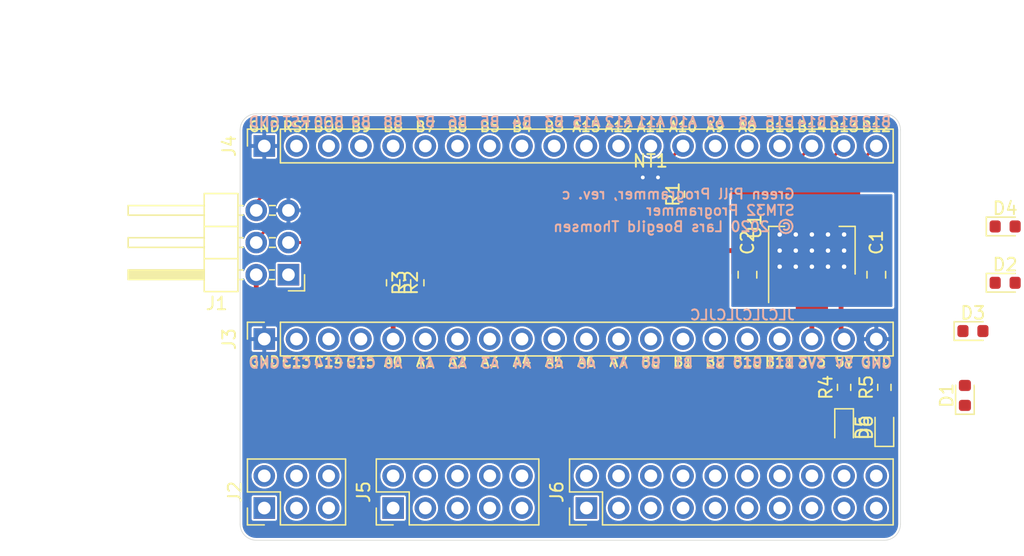
<source format=kicad_pcb>
(kicad_pcb (version 20171130) (host pcbnew 5.1.7+dfsg1-1)

  (general
    (thickness 1.2)
    (drawings 93)
    (tracks 55)
    (zones 0)
    (modules 21)
    (nets 82)
  )

  (page A4)
  (title_block
    (title "Green Pill Programmer")
    (rev c)
    (company "Lars Boegild Thomsen")
    (comment 1 lbthomsen@gmail.com)
  )

  (layers
    (0 F.Cu signal)
    (31 B.Cu signal)
    (32 B.Adhes user)
    (33 F.Adhes user)
    (34 B.Paste user)
    (35 F.Paste user)
    (36 B.SilkS user)
    (37 F.SilkS user)
    (38 B.Mask user)
    (39 F.Mask user)
    (40 Dwgs.User user)
    (41 Cmts.User user)
    (42 Eco1.User user)
    (43 Eco2.User user)
    (44 Edge.Cuts user)
    (45 Margin user)
    (46 B.CrtYd user)
    (47 F.CrtYd user)
    (48 B.Fab user hide)
    (49 F.Fab user hide)
  )

  (setup
    (last_trace_width 0.1524)
    (user_trace_width 0.2286)
    (user_trace_width 0.3048)
    (user_trace_width 0.381)
    (trace_clearance 0.1524)
    (zone_clearance 0.1524)
    (zone_45_only no)
    (trace_min 0.1524)
    (via_size 0.7)
    (via_drill 0.35)
    (via_min_size 0.4)
    (via_min_drill 0.3)
    (uvia_size 0.3)
    (uvia_drill 0.1)
    (uvias_allowed no)
    (uvia_min_size 0.2)
    (uvia_min_drill 0.1)
    (edge_width 0.05)
    (segment_width 0.2)
    (pcb_text_width 0.3)
    (pcb_text_size 1.5 1.5)
    (mod_edge_width 0.12)
    (mod_text_size 0.8 0.8)
    (mod_text_width 0.15)
    (pad_size 1.524 1.524)
    (pad_drill 0.762)
    (pad_to_mask_clearance 0.05)
    (aux_axis_origin 0 0)
    (visible_elements FFFFFF7F)
    (pcbplotparams
      (layerselection 0x010fc_ffffffff)
      (usegerberextensions false)
      (usegerberattributes true)
      (usegerberadvancedattributes true)
      (creategerberjobfile true)
      (excludeedgelayer true)
      (linewidth 0.100000)
      (plotframeref false)
      (viasonmask false)
      (mode 1)
      (useauxorigin false)
      (hpglpennumber 1)
      (hpglpenspeed 20)
      (hpglpendiameter 15.000000)
      (psnegative false)
      (psa4output false)
      (plotreference true)
      (plotvalue true)
      (plotinvisibletext false)
      (padsonsilk false)
      (subtractmaskfromsilk false)
      (outputformat 1)
      (mirror false)
      (drillshape 0)
      (scaleselection 1)
      (outputdirectory "gp_c/"))
  )

  (net 0 "")
  (net 1 GND)
  (net 2 +3V3)
  (net 3 C15)
  (net 4 C14)
  (net 5 C13)
  (net 6 B9)
  (net 7 B8)
  (net 8 B0)
  (net 9 B7)
  (net 10 B6)
  (net 11 B5)
  (net 12 B3)
  (net 13 A15)
  (net 14 A12)
  (net 15 A11)
  (net 16 A10)
  (net 17 A9)
  (net 18 A8)
  (net 19 B15)
  (net 20 B14)
  (net 21 B13)
  (net 22 B12)
  (net 23 B11)
  (net 24 B10)
  (net 25 B1)
  (net 26 A7)
  (net 27 A6)
  (net 28 A5)
  (net 29 A4)
  (net 30 A3)
  (net 31 A2)
  (net 32 A1)
  (net 33 A0)
  (net 34 BO0)
  (net 35 B4)
  (net 36 RST)
  (net 37 +5V)
  (net 38 B2)
  (net 39 "Net-(J1-Pad1)")
  (net 40 "Net-(J2-Pad1)")
  (net 41 "Net-(J5-Pad10)")
  (net 42 "Net-(J5-Pad9)")
  (net 43 "Net-(J5-Pad8)")
  (net 44 "Net-(J5-Pad7)")
  (net 45 "Net-(J5-Pad6)")
  (net 46 "Net-(J5-Pad5)")
  (net 47 "Net-(J5-Pad4)")
  (net 48 "Net-(J5-Pad3)")
  (net 49 "Net-(J5-Pad2)")
  (net 50 "Net-(J5-Pad1)")
  (net 51 "Net-(J6-Pad20)")
  (net 52 "Net-(J6-Pad19)")
  (net 53 "Net-(J6-Pad18)")
  (net 54 "Net-(J6-Pad17)")
  (net 55 "Net-(J6-Pad16)")
  (net 56 "Net-(J6-Pad15)")
  (net 57 "Net-(J6-Pad14)")
  (net 58 "Net-(J6-Pad13)")
  (net 59 "Net-(J6-Pad12)")
  (net 60 "Net-(J6-Pad11)")
  (net 61 "Net-(J6-Pad10)")
  (net 62 "Net-(J6-Pad9)")
  (net 63 "Net-(J6-Pad8)")
  (net 64 "Net-(J6-Pad7)")
  (net 65 "Net-(J6-Pad6)")
  (net 66 "Net-(J6-Pad5)")
  (net 67 "Net-(J6-Pad4)")
  (net 68 "Net-(J6-Pad3)")
  (net 69 "Net-(J6-Pad2)")
  (net 70 "Net-(J6-Pad1)")
  (net 71 "Net-(D1-Pad2)")
  (net 72 "Net-(D1-Pad1)")
  (net 73 "Net-(D2-Pad2)")
  (net 74 "Net-(D2-Pad1)")
  (net 75 "Net-(D3-Pad2)")
  (net 76 "Net-(D3-Pad1)")
  (net 77 "Net-(D4-Pad2)")
  (net 78 "Net-(D4-Pad1)")
  (net 79 "Net-(D5-Pad1)")
  (net 80 "Net-(D6-Pad2)")
  (net 81 T_SWO)

  (net_class Default "This is the default net class."
    (clearance 0.1524)
    (trace_width 0.1524)
    (via_dia 0.7)
    (via_drill 0.35)
    (uvia_dia 0.3)
    (uvia_drill 0.1)
    (add_net +3V3)
    (add_net +5V)
    (add_net A0)
    (add_net A1)
    (add_net A10)
    (add_net A11)
    (add_net A12)
    (add_net A15)
    (add_net A2)
    (add_net A3)
    (add_net A4)
    (add_net A5)
    (add_net A6)
    (add_net A7)
    (add_net A8)
    (add_net A9)
    (add_net B0)
    (add_net B1)
    (add_net B10)
    (add_net B11)
    (add_net B12)
    (add_net B13)
    (add_net B14)
    (add_net B15)
    (add_net B2)
    (add_net B3)
    (add_net B4)
    (add_net B5)
    (add_net B6)
    (add_net B7)
    (add_net B8)
    (add_net B9)
    (add_net BO0)
    (add_net C13)
    (add_net C14)
    (add_net C15)
    (add_net GND)
    (add_net "Net-(D1-Pad1)")
    (add_net "Net-(D1-Pad2)")
    (add_net "Net-(D2-Pad1)")
    (add_net "Net-(D2-Pad2)")
    (add_net "Net-(D3-Pad1)")
    (add_net "Net-(D3-Pad2)")
    (add_net "Net-(D4-Pad1)")
    (add_net "Net-(D4-Pad2)")
    (add_net "Net-(D5-Pad1)")
    (add_net "Net-(D6-Pad2)")
    (add_net "Net-(J1-Pad1)")
    (add_net "Net-(J2-Pad1)")
    (add_net "Net-(J5-Pad1)")
    (add_net "Net-(J5-Pad10)")
    (add_net "Net-(J5-Pad2)")
    (add_net "Net-(J5-Pad3)")
    (add_net "Net-(J5-Pad4)")
    (add_net "Net-(J5-Pad5)")
    (add_net "Net-(J5-Pad6)")
    (add_net "Net-(J5-Pad7)")
    (add_net "Net-(J5-Pad8)")
    (add_net "Net-(J5-Pad9)")
    (add_net "Net-(J6-Pad1)")
    (add_net "Net-(J6-Pad10)")
    (add_net "Net-(J6-Pad11)")
    (add_net "Net-(J6-Pad12)")
    (add_net "Net-(J6-Pad13)")
    (add_net "Net-(J6-Pad14)")
    (add_net "Net-(J6-Pad15)")
    (add_net "Net-(J6-Pad16)")
    (add_net "Net-(J6-Pad17)")
    (add_net "Net-(J6-Pad18)")
    (add_net "Net-(J6-Pad19)")
    (add_net "Net-(J6-Pad2)")
    (add_net "Net-(J6-Pad20)")
    (add_net "Net-(J6-Pad3)")
    (add_net "Net-(J6-Pad4)")
    (add_net "Net-(J6-Pad5)")
    (add_net "Net-(J6-Pad6)")
    (add_net "Net-(J6-Pad7)")
    (add_net "Net-(J6-Pad8)")
    (add_net "Net-(J6-Pad9)")
    (add_net RST)
    (add_net T_SWO)
  )

  (module NetTie:NetTie-2_THT_Pad0.3mm (layer F.Cu) (tedit 5A1CF7A9) (tstamp 5F852B21)
    (at 183.515 96.460001)
    (descr "Net tie, 2 pin, 0.3mm round THT pads")
    (tags "net tie")
    (path /5F8CDC1F)
    (attr virtual)
    (fp_text reference NT1 (at 0.6 -1.3) (layer F.SilkS)
      (effects (font (size 1 1) (thickness 0.15)))
    )
    (fp_text value ~ (at 0.6 1.3) (layer F.Fab)
      (effects (font (size 1 1) (thickness 0.15)))
    )
    (fp_poly (pts (xy 0 -0.3) (xy 1.2 -0.3) (xy 1.2 0.3) (xy 0 0.3)) (layer F.Cu) (width 0))
    (fp_poly (pts (xy 0 -0.3) (xy 1.2 -0.3) (xy 1.2 0.3) (xy 0 0.3)) (layer B.Cu) (width 0))
    (fp_line (start -0.55 0.55) (end -0.55 -0.55) (layer F.CrtYd) (width 0.05))
    (fp_line (start 1.75 0.55) (end -0.55 0.55) (layer F.CrtYd) (width 0.05))
    (fp_line (start 1.75 -0.55) (end 1.75 0.55) (layer F.CrtYd) (width 0.05))
    (fp_line (start -0.55 -0.55) (end 1.75 -0.55) (layer F.CrtYd) (width 0.05))
    (pad 2 thru_hole circle (at 1.2 0) (size 0.6 0.6) (drill 0.3) (layers *.Cu)
      (net 16 A10))
    (pad 1 thru_hole circle (at 0 0) (size 0.6 0.6) (drill 0.3) (layers *.Cu)
      (net 81 T_SWO))
  )

  (module Resistor_SMD:R_0603_1608Metric (layer F.Cu) (tedit 5F68FEEE) (tstamp 5F851FDE)
    (at 202.565 113.03 90)
    (descr "Resistor SMD 0603 (1608 Metric), square (rectangular) end terminal, IPC_7351 nominal, (Body size source: IPC-SM-782 page 72, https://www.pcb-3d.com/wordpress/wp-content/uploads/ipc-sm-782a_amendment_1_and_2.pdf), generated with kicad-footprint-generator")
    (tags resistor)
    (path /5F88AF8E)
    (attr smd)
    (fp_text reference R5 (at 0 -1.43 90) (layer F.SilkS)
      (effects (font (size 1 1) (thickness 0.15)))
    )
    (fp_text value 470 (at 0 1.43 90) (layer F.Fab)
      (effects (font (size 1 1) (thickness 0.15)))
    )
    (fp_text user %R (at 0 0 90) (layer F.Fab)
      (effects (font (size 0.4 0.4) (thickness 0.06)))
    )
    (fp_line (start -0.8 0.4125) (end -0.8 -0.4125) (layer F.Fab) (width 0.1))
    (fp_line (start -0.8 -0.4125) (end 0.8 -0.4125) (layer F.Fab) (width 0.1))
    (fp_line (start 0.8 -0.4125) (end 0.8 0.4125) (layer F.Fab) (width 0.1))
    (fp_line (start 0.8 0.4125) (end -0.8 0.4125) (layer F.Fab) (width 0.1))
    (fp_line (start -0.237258 -0.5225) (end 0.237258 -0.5225) (layer F.SilkS) (width 0.12))
    (fp_line (start -0.237258 0.5225) (end 0.237258 0.5225) (layer F.SilkS) (width 0.12))
    (fp_line (start -1.48 0.73) (end -1.48 -0.73) (layer F.CrtYd) (width 0.05))
    (fp_line (start -1.48 -0.73) (end 1.48 -0.73) (layer F.CrtYd) (width 0.05))
    (fp_line (start 1.48 -0.73) (end 1.48 0.73) (layer F.CrtYd) (width 0.05))
    (fp_line (start 1.48 0.73) (end -1.48 0.73) (layer F.CrtYd) (width 0.05))
    (pad 2 smd roundrect (at 0.825 0 90) (size 0.8 0.95) (layers F.Cu F.Paste F.Mask) (roundrect_rratio 0.25)
      (net 17 A9))
    (pad 1 smd roundrect (at -0.825 0 90) (size 0.8 0.95) (layers F.Cu F.Paste F.Mask) (roundrect_rratio 0.25)
      (net 80 "Net-(D6-Pad2)"))
    (model ${KISYS3DMOD}/Resistor_SMD.3dshapes/R_0603_1608Metric.wrl
      (at (xyz 0 0 0))
      (scale (xyz 1 1 1))
      (rotate (xyz 0 0 0))
    )
  )

  (module LED_SMD:LED_0603_1608Metric (layer F.Cu) (tedit 5F68FEF1) (tstamp 5F851D5B)
    (at 202.565 116.205 90)
    (descr "LED SMD 0603 (1608 Metric), square (rectangular) end terminal, IPC_7351 nominal, (Body size source: http://www.tortai-tech.com/upload/download/2011102023233369053.pdf), generated with kicad-footprint-generator")
    (tags LED)
    (path /5F86ACEE)
    (attr smd)
    (fp_text reference D6 (at 0 -1.43 90) (layer F.SilkS)
      (effects (font (size 1 1) (thickness 0.15)))
    )
    (fp_text value BL (at 0 1.43 90) (layer F.Fab)
      (effects (font (size 1 1) (thickness 0.15)))
    )
    (fp_text user %R (at 0 0 90) (layer F.Fab)
      (effects (font (size 0.4 0.4) (thickness 0.06)))
    )
    (fp_line (start 0.8 -0.4) (end -0.5 -0.4) (layer F.Fab) (width 0.1))
    (fp_line (start -0.5 -0.4) (end -0.8 -0.1) (layer F.Fab) (width 0.1))
    (fp_line (start -0.8 -0.1) (end -0.8 0.4) (layer F.Fab) (width 0.1))
    (fp_line (start -0.8 0.4) (end 0.8 0.4) (layer F.Fab) (width 0.1))
    (fp_line (start 0.8 0.4) (end 0.8 -0.4) (layer F.Fab) (width 0.1))
    (fp_line (start 0.8 -0.735) (end -1.485 -0.735) (layer F.SilkS) (width 0.12))
    (fp_line (start -1.485 -0.735) (end -1.485 0.735) (layer F.SilkS) (width 0.12))
    (fp_line (start -1.485 0.735) (end 0.8 0.735) (layer F.SilkS) (width 0.12))
    (fp_line (start -1.48 0.73) (end -1.48 -0.73) (layer F.CrtYd) (width 0.05))
    (fp_line (start -1.48 -0.73) (end 1.48 -0.73) (layer F.CrtYd) (width 0.05))
    (fp_line (start 1.48 -0.73) (end 1.48 0.73) (layer F.CrtYd) (width 0.05))
    (fp_line (start 1.48 0.73) (end -1.48 0.73) (layer F.CrtYd) (width 0.05))
    (pad 2 smd roundrect (at 0.7875 0 90) (size 0.875 0.95) (layers F.Cu F.Paste F.Mask) (roundrect_rratio 0.25)
      (net 80 "Net-(D6-Pad2)"))
    (pad 1 smd roundrect (at -0.7875 0 90) (size 0.875 0.95) (layers F.Cu F.Paste F.Mask) (roundrect_rratio 0.25)
      (net 1 GND))
    (model ${KISYS3DMOD}/LED_SMD.3dshapes/LED_0603_1608Metric.wrl
      (at (xyz 0 0 0))
      (scale (xyz 1 1 1))
      (rotate (xyz 0 0 0))
    )
  )

  (module LED_SMD:LED_0603_1608Metric (layer F.Cu) (tedit 5F68FEF1) (tstamp 5F851D48)
    (at 199.39 116.205 270)
    (descr "LED SMD 0603 (1608 Metric), square (rectangular) end terminal, IPC_7351 nominal, (Body size source: http://www.tortai-tech.com/upload/download/2011102023233369053.pdf), generated with kicad-footprint-generator")
    (tags LED)
    (path /5F869F5C)
    (attr smd)
    (fp_text reference D5 (at 0 -1.43 90) (layer F.SilkS)
      (effects (font (size 1 1) (thickness 0.15)))
    )
    (fp_text value RD (at 0 1.43 90) (layer F.Fab)
      (effects (font (size 1 1) (thickness 0.15)))
    )
    (fp_text user %R (at 0 0 90) (layer F.Fab)
      (effects (font (size 0.4 0.4) (thickness 0.06)))
    )
    (fp_line (start 0.8 -0.4) (end -0.5 -0.4) (layer F.Fab) (width 0.1))
    (fp_line (start -0.5 -0.4) (end -0.8 -0.1) (layer F.Fab) (width 0.1))
    (fp_line (start -0.8 -0.1) (end -0.8 0.4) (layer F.Fab) (width 0.1))
    (fp_line (start -0.8 0.4) (end 0.8 0.4) (layer F.Fab) (width 0.1))
    (fp_line (start 0.8 0.4) (end 0.8 -0.4) (layer F.Fab) (width 0.1))
    (fp_line (start 0.8 -0.735) (end -1.485 -0.735) (layer F.SilkS) (width 0.12))
    (fp_line (start -1.485 -0.735) (end -1.485 0.735) (layer F.SilkS) (width 0.12))
    (fp_line (start -1.485 0.735) (end 0.8 0.735) (layer F.SilkS) (width 0.12))
    (fp_line (start -1.48 0.73) (end -1.48 -0.73) (layer F.CrtYd) (width 0.05))
    (fp_line (start -1.48 -0.73) (end 1.48 -0.73) (layer F.CrtYd) (width 0.05))
    (fp_line (start 1.48 -0.73) (end 1.48 0.73) (layer F.CrtYd) (width 0.05))
    (fp_line (start 1.48 0.73) (end -1.48 0.73) (layer F.CrtYd) (width 0.05))
    (pad 2 smd roundrect (at 0.7875 0 270) (size 0.875 0.95) (layers F.Cu F.Paste F.Mask) (roundrect_rratio 0.25)
      (net 2 +3V3))
    (pad 1 smd roundrect (at -0.7875 0 270) (size 0.875 0.95) (layers F.Cu F.Paste F.Mask) (roundrect_rratio 0.25)
      (net 79 "Net-(D5-Pad1)"))
    (model ${KISYS3DMOD}/LED_SMD.3dshapes/LED_0603_1608Metric.wrl
      (at (xyz 0 0 0))
      (scale (xyz 1 1 1))
      (rotate (xyz 0 0 0))
    )
  )

  (module Resistor_SMD:R_0603_1608Metric (layer F.Cu) (tedit 5F68FEEE) (tstamp 5F8513CA)
    (at 199.39 113.03 90)
    (descr "Resistor SMD 0603 (1608 Metric), square (rectangular) end terminal, IPC_7351 nominal, (Body size source: IPC-SM-782 page 72, https://www.pcb-3d.com/wordpress/wp-content/uploads/ipc-sm-782a_amendment_1_and_2.pdf), generated with kicad-footprint-generator")
    (tags resistor)
    (path /5F85A6C5)
    (attr smd)
    (fp_text reference R4 (at 0 -1.43 90) (layer F.SilkS)
      (effects (font (size 1 1) (thickness 0.15)))
    )
    (fp_text value 470 (at 0 1.43 90) (layer F.Fab)
      (effects (font (size 1 1) (thickness 0.15)))
    )
    (fp_text user %R (at 0 0 90) (layer F.Fab)
      (effects (font (size 0.4 0.4) (thickness 0.06)))
    )
    (fp_line (start -0.8 0.4125) (end -0.8 -0.4125) (layer F.Fab) (width 0.1))
    (fp_line (start -0.8 -0.4125) (end 0.8 -0.4125) (layer F.Fab) (width 0.1))
    (fp_line (start 0.8 -0.4125) (end 0.8 0.4125) (layer F.Fab) (width 0.1))
    (fp_line (start 0.8 0.4125) (end -0.8 0.4125) (layer F.Fab) (width 0.1))
    (fp_line (start -0.237258 -0.5225) (end 0.237258 -0.5225) (layer F.SilkS) (width 0.12))
    (fp_line (start -0.237258 0.5225) (end 0.237258 0.5225) (layer F.SilkS) (width 0.12))
    (fp_line (start -1.48 0.73) (end -1.48 -0.73) (layer F.CrtYd) (width 0.05))
    (fp_line (start -1.48 -0.73) (end 1.48 -0.73) (layer F.CrtYd) (width 0.05))
    (fp_line (start 1.48 -0.73) (end 1.48 0.73) (layer F.CrtYd) (width 0.05))
    (fp_line (start 1.48 0.73) (end -1.48 0.73) (layer F.CrtYd) (width 0.05))
    (pad 2 smd roundrect (at 0.825 0 90) (size 0.8 0.95) (layers F.Cu F.Paste F.Mask) (roundrect_rratio 0.25)
      (net 17 A9))
    (pad 1 smd roundrect (at -0.825 0 90) (size 0.8 0.95) (layers F.Cu F.Paste F.Mask) (roundrect_rratio 0.25)
      (net 79 "Net-(D5-Pad1)"))
    (model ${KISYS3DMOD}/Resistor_SMD.3dshapes/R_0603_1608Metric.wrl
      (at (xyz 0 0 0))
      (scale (xyz 1 1 1))
      (rotate (xyz 0 0 0))
    )
  )

  (module LED_SMD:LED_0603_1608Metric (layer F.Cu) (tedit 5F68FEF1) (tstamp 5F851167)
    (at 212.09 100.33)
    (descr "LED SMD 0603 (1608 Metric), square (rectangular) end terminal, IPC_7351 nominal, (Body size source: http://www.tortai-tech.com/upload/download/2011102023233369053.pdf), generated with kicad-footprint-generator")
    (tags LED)
    (path /5F8587D5)
    (attr smd)
    (fp_text reference D4 (at 0 -1.43) (layer F.SilkS)
      (effects (font (size 1 1) (thickness 0.15)))
    )
    (fp_text value RD (at 0 1.43) (layer F.Fab)
      (effects (font (size 1 1) (thickness 0.15)))
    )
    (fp_text user %R (at 0 0) (layer F.Fab)
      (effects (font (size 0.4 0.4) (thickness 0.06)))
    )
    (fp_line (start 0.8 -0.4) (end -0.5 -0.4) (layer F.Fab) (width 0.1))
    (fp_line (start -0.5 -0.4) (end -0.8 -0.1) (layer F.Fab) (width 0.1))
    (fp_line (start -0.8 -0.1) (end -0.8 0.4) (layer F.Fab) (width 0.1))
    (fp_line (start -0.8 0.4) (end 0.8 0.4) (layer F.Fab) (width 0.1))
    (fp_line (start 0.8 0.4) (end 0.8 -0.4) (layer F.Fab) (width 0.1))
    (fp_line (start 0.8 -0.735) (end -1.485 -0.735) (layer F.SilkS) (width 0.12))
    (fp_line (start -1.485 -0.735) (end -1.485 0.735) (layer F.SilkS) (width 0.12))
    (fp_line (start -1.485 0.735) (end 0.8 0.735) (layer F.SilkS) (width 0.12))
    (fp_line (start -1.48 0.73) (end -1.48 -0.73) (layer F.CrtYd) (width 0.05))
    (fp_line (start -1.48 -0.73) (end 1.48 -0.73) (layer F.CrtYd) (width 0.05))
    (fp_line (start 1.48 -0.73) (end 1.48 0.73) (layer F.CrtYd) (width 0.05))
    (fp_line (start 1.48 0.73) (end -1.48 0.73) (layer F.CrtYd) (width 0.05))
    (pad 2 smd roundrect (at 0.7875 0) (size 0.875 0.95) (layers F.Cu F.Paste F.Mask) (roundrect_rratio 0.25)
      (net 77 "Net-(D4-Pad2)"))
    (pad 1 smd roundrect (at -0.7875 0) (size 0.875 0.95) (layers F.Cu F.Paste F.Mask) (roundrect_rratio 0.25)
      (net 78 "Net-(D4-Pad1)"))
    (model ${KISYS3DMOD}/LED_SMD.3dshapes/LED_0603_1608Metric.wrl
      (at (xyz 0 0 0))
      (scale (xyz 1 1 1))
      (rotate (xyz 0 0 0))
    )
  )

  (module LED_SMD:LED_0603_1608Metric (layer F.Cu) (tedit 5F68FEF1) (tstamp 5F851154)
    (at 209.55 108.585)
    (descr "LED SMD 0603 (1608 Metric), square (rectangular) end terminal, IPC_7351 nominal, (Body size source: http://www.tortai-tech.com/upload/download/2011102023233369053.pdf), generated with kicad-footprint-generator")
    (tags LED)
    (path /5F857F4A)
    (attr smd)
    (fp_text reference D3 (at 0 -1.43) (layer F.SilkS)
      (effects (font (size 1 1) (thickness 0.15)))
    )
    (fp_text value BL (at 0 1.43) (layer F.Fab)
      (effects (font (size 1 1) (thickness 0.15)))
    )
    (fp_text user %R (at 0 0) (layer F.Fab)
      (effects (font (size 0.4 0.4) (thickness 0.06)))
    )
    (fp_line (start 0.8 -0.4) (end -0.5 -0.4) (layer F.Fab) (width 0.1))
    (fp_line (start -0.5 -0.4) (end -0.8 -0.1) (layer F.Fab) (width 0.1))
    (fp_line (start -0.8 -0.1) (end -0.8 0.4) (layer F.Fab) (width 0.1))
    (fp_line (start -0.8 0.4) (end 0.8 0.4) (layer F.Fab) (width 0.1))
    (fp_line (start 0.8 0.4) (end 0.8 -0.4) (layer F.Fab) (width 0.1))
    (fp_line (start 0.8 -0.735) (end -1.485 -0.735) (layer F.SilkS) (width 0.12))
    (fp_line (start -1.485 -0.735) (end -1.485 0.735) (layer F.SilkS) (width 0.12))
    (fp_line (start -1.485 0.735) (end 0.8 0.735) (layer F.SilkS) (width 0.12))
    (fp_line (start -1.48 0.73) (end -1.48 -0.73) (layer F.CrtYd) (width 0.05))
    (fp_line (start -1.48 -0.73) (end 1.48 -0.73) (layer F.CrtYd) (width 0.05))
    (fp_line (start 1.48 -0.73) (end 1.48 0.73) (layer F.CrtYd) (width 0.05))
    (fp_line (start 1.48 0.73) (end -1.48 0.73) (layer F.CrtYd) (width 0.05))
    (pad 2 smd roundrect (at 0.7875 0) (size 0.875 0.95) (layers F.Cu F.Paste F.Mask) (roundrect_rratio 0.25)
      (net 75 "Net-(D3-Pad2)"))
    (pad 1 smd roundrect (at -0.7875 0) (size 0.875 0.95) (layers F.Cu F.Paste F.Mask) (roundrect_rratio 0.25)
      (net 76 "Net-(D3-Pad1)"))
    (model ${KISYS3DMOD}/LED_SMD.3dshapes/LED_0603_1608Metric.wrl
      (at (xyz 0 0 0))
      (scale (xyz 1 1 1))
      (rotate (xyz 0 0 0))
    )
  )

  (module LED_SMD:LED_0603_1608Metric (layer F.Cu) (tedit 5F68FEF1) (tstamp 5F851141)
    (at 212.09 104.775)
    (descr "LED SMD 0603 (1608 Metric), square (rectangular) end terminal, IPC_7351 nominal, (Body size source: http://www.tortai-tech.com/upload/download/2011102023233369053.pdf), generated with kicad-footprint-generator")
    (tags LED)
    (path /5F857476)
    (attr smd)
    (fp_text reference D2 (at 0 -1.43) (layer F.SilkS)
      (effects (font (size 1 1) (thickness 0.15)))
    )
    (fp_text value GR (at 0 1.43) (layer F.Fab)
      (effects (font (size 1 1) (thickness 0.15)))
    )
    (fp_text user %R (at 0 0) (layer F.Fab)
      (effects (font (size 0.4 0.4) (thickness 0.06)))
    )
    (fp_line (start 0.8 -0.4) (end -0.5 -0.4) (layer F.Fab) (width 0.1))
    (fp_line (start -0.5 -0.4) (end -0.8 -0.1) (layer F.Fab) (width 0.1))
    (fp_line (start -0.8 -0.1) (end -0.8 0.4) (layer F.Fab) (width 0.1))
    (fp_line (start -0.8 0.4) (end 0.8 0.4) (layer F.Fab) (width 0.1))
    (fp_line (start 0.8 0.4) (end 0.8 -0.4) (layer F.Fab) (width 0.1))
    (fp_line (start 0.8 -0.735) (end -1.485 -0.735) (layer F.SilkS) (width 0.12))
    (fp_line (start -1.485 -0.735) (end -1.485 0.735) (layer F.SilkS) (width 0.12))
    (fp_line (start -1.485 0.735) (end 0.8 0.735) (layer F.SilkS) (width 0.12))
    (fp_line (start -1.48 0.73) (end -1.48 -0.73) (layer F.CrtYd) (width 0.05))
    (fp_line (start -1.48 -0.73) (end 1.48 -0.73) (layer F.CrtYd) (width 0.05))
    (fp_line (start 1.48 -0.73) (end 1.48 0.73) (layer F.CrtYd) (width 0.05))
    (fp_line (start 1.48 0.73) (end -1.48 0.73) (layer F.CrtYd) (width 0.05))
    (pad 2 smd roundrect (at 0.7875 0) (size 0.875 0.95) (layers F.Cu F.Paste F.Mask) (roundrect_rratio 0.25)
      (net 73 "Net-(D2-Pad2)"))
    (pad 1 smd roundrect (at -0.7875 0) (size 0.875 0.95) (layers F.Cu F.Paste F.Mask) (roundrect_rratio 0.25)
      (net 74 "Net-(D2-Pad1)"))
    (model ${KISYS3DMOD}/LED_SMD.3dshapes/LED_0603_1608Metric.wrl
      (at (xyz 0 0 0))
      (scale (xyz 1 1 1))
      (rotate (xyz 0 0 0))
    )
  )

  (module LED_SMD:LED_0603_1608Metric (layer F.Cu) (tedit 5F68FEF1) (tstamp 5F85112E)
    (at 208.915 113.665 90)
    (descr "LED SMD 0603 (1608 Metric), square (rectangular) end terminal, IPC_7351 nominal, (Body size source: http://www.tortai-tech.com/upload/download/2011102023233369053.pdf), generated with kicad-footprint-generator")
    (tags LED)
    (path /5F85589A)
    (attr smd)
    (fp_text reference D1 (at 0 -1.43 90) (layer F.SilkS)
      (effects (font (size 1 1) (thickness 0.15)))
    )
    (fp_text value YL (at 0 1.43 90) (layer F.Fab)
      (effects (font (size 1 1) (thickness 0.15)))
    )
    (fp_text user %R (at 0 0 90) (layer F.Fab)
      (effects (font (size 0.4 0.4) (thickness 0.06)))
    )
    (fp_line (start 0.8 -0.4) (end -0.5 -0.4) (layer F.Fab) (width 0.1))
    (fp_line (start -0.5 -0.4) (end -0.8 -0.1) (layer F.Fab) (width 0.1))
    (fp_line (start -0.8 -0.1) (end -0.8 0.4) (layer F.Fab) (width 0.1))
    (fp_line (start -0.8 0.4) (end 0.8 0.4) (layer F.Fab) (width 0.1))
    (fp_line (start 0.8 0.4) (end 0.8 -0.4) (layer F.Fab) (width 0.1))
    (fp_line (start 0.8 -0.735) (end -1.485 -0.735) (layer F.SilkS) (width 0.12))
    (fp_line (start -1.485 -0.735) (end -1.485 0.735) (layer F.SilkS) (width 0.12))
    (fp_line (start -1.485 0.735) (end 0.8 0.735) (layer F.SilkS) (width 0.12))
    (fp_line (start -1.48 0.73) (end -1.48 -0.73) (layer F.CrtYd) (width 0.05))
    (fp_line (start -1.48 -0.73) (end 1.48 -0.73) (layer F.CrtYd) (width 0.05))
    (fp_line (start 1.48 -0.73) (end 1.48 0.73) (layer F.CrtYd) (width 0.05))
    (fp_line (start 1.48 0.73) (end -1.48 0.73) (layer F.CrtYd) (width 0.05))
    (pad 2 smd roundrect (at 0.7875 0 90) (size 0.875 0.95) (layers F.Cu F.Paste F.Mask) (roundrect_rratio 0.25)
      (net 71 "Net-(D1-Pad2)"))
    (pad 1 smd roundrect (at -0.7875 0 90) (size 0.875 0.95) (layers F.Cu F.Paste F.Mask) (roundrect_rratio 0.25)
      (net 72 "Net-(D1-Pad1)"))
    (model ${KISYS3DMOD}/LED_SMD.3dshapes/LED_0603_1608Metric.wrl
      (at (xyz 0 0 0))
      (scale (xyz 1 1 1))
      (rotate (xyz 0 0 0))
    )
  )

  (module Connector_PinHeader_2.54mm:PinHeader_2x10_P2.54mm_Vertical (layer F.Cu) (tedit 59FED5CC) (tstamp 5F8468DC)
    (at 179.07 122.555 90)
    (descr "Through hole straight pin header, 2x10, 2.54mm pitch, double rows")
    (tags "Through hole pin header THT 2x10 2.54mm double row")
    (path /5F84AAD5)
    (fp_text reference J6 (at 1.27 -2.33 90) (layer F.SilkS)
      (effects (font (size 1 1) (thickness 0.15)))
    )
    (fp_text value ~ (at 1.27 25.19 90) (layer F.Fab)
      (effects (font (size 1 1) (thickness 0.15)))
    )
    (fp_line (start 4.35 -1.8) (end -1.8 -1.8) (layer F.CrtYd) (width 0.05))
    (fp_line (start 4.35 24.65) (end 4.35 -1.8) (layer F.CrtYd) (width 0.05))
    (fp_line (start -1.8 24.65) (end 4.35 24.65) (layer F.CrtYd) (width 0.05))
    (fp_line (start -1.8 -1.8) (end -1.8 24.65) (layer F.CrtYd) (width 0.05))
    (fp_line (start -1.33 -1.33) (end 0 -1.33) (layer F.SilkS) (width 0.12))
    (fp_line (start -1.33 0) (end -1.33 -1.33) (layer F.SilkS) (width 0.12))
    (fp_line (start 1.27 -1.33) (end 3.87 -1.33) (layer F.SilkS) (width 0.12))
    (fp_line (start 1.27 1.27) (end 1.27 -1.33) (layer F.SilkS) (width 0.12))
    (fp_line (start -1.33 1.27) (end 1.27 1.27) (layer F.SilkS) (width 0.12))
    (fp_line (start 3.87 -1.33) (end 3.87 24.19) (layer F.SilkS) (width 0.12))
    (fp_line (start -1.33 1.27) (end -1.33 24.19) (layer F.SilkS) (width 0.12))
    (fp_line (start -1.33 24.19) (end 3.87 24.19) (layer F.SilkS) (width 0.12))
    (fp_line (start -1.27 0) (end 0 -1.27) (layer F.Fab) (width 0.1))
    (fp_line (start -1.27 24.13) (end -1.27 0) (layer F.Fab) (width 0.1))
    (fp_line (start 3.81 24.13) (end -1.27 24.13) (layer F.Fab) (width 0.1))
    (fp_line (start 3.81 -1.27) (end 3.81 24.13) (layer F.Fab) (width 0.1))
    (fp_line (start 0 -1.27) (end 3.81 -1.27) (layer F.Fab) (width 0.1))
    (fp_text user %R (at 1.27 11.43) (layer F.Fab)
      (effects (font (size 1 1) (thickness 0.15)))
    )
    (pad 20 thru_hole oval (at 2.54 22.86 90) (size 1.7 1.7) (drill 1) (layers *.Cu *.Mask)
      (net 51 "Net-(J6-Pad20)"))
    (pad 19 thru_hole oval (at 0 22.86 90) (size 1.7 1.7) (drill 1) (layers *.Cu *.Mask)
      (net 52 "Net-(J6-Pad19)"))
    (pad 18 thru_hole oval (at 2.54 20.32 90) (size 1.7 1.7) (drill 1) (layers *.Cu *.Mask)
      (net 53 "Net-(J6-Pad18)"))
    (pad 17 thru_hole oval (at 0 20.32 90) (size 1.7 1.7) (drill 1) (layers *.Cu *.Mask)
      (net 54 "Net-(J6-Pad17)"))
    (pad 16 thru_hole oval (at 2.54 17.78 90) (size 1.7 1.7) (drill 1) (layers *.Cu *.Mask)
      (net 55 "Net-(J6-Pad16)"))
    (pad 15 thru_hole oval (at 0 17.78 90) (size 1.7 1.7) (drill 1) (layers *.Cu *.Mask)
      (net 56 "Net-(J6-Pad15)"))
    (pad 14 thru_hole oval (at 2.54 15.24 90) (size 1.7 1.7) (drill 1) (layers *.Cu *.Mask)
      (net 57 "Net-(J6-Pad14)"))
    (pad 13 thru_hole oval (at 0 15.24 90) (size 1.7 1.7) (drill 1) (layers *.Cu *.Mask)
      (net 58 "Net-(J6-Pad13)"))
    (pad 12 thru_hole oval (at 2.54 12.7 90) (size 1.7 1.7) (drill 1) (layers *.Cu *.Mask)
      (net 59 "Net-(J6-Pad12)"))
    (pad 11 thru_hole oval (at 0 12.7 90) (size 1.7 1.7) (drill 1) (layers *.Cu *.Mask)
      (net 60 "Net-(J6-Pad11)"))
    (pad 10 thru_hole oval (at 2.54 10.16 90) (size 1.7 1.7) (drill 1) (layers *.Cu *.Mask)
      (net 61 "Net-(J6-Pad10)"))
    (pad 9 thru_hole oval (at 0 10.16 90) (size 1.7 1.7) (drill 1) (layers *.Cu *.Mask)
      (net 62 "Net-(J6-Pad9)"))
    (pad 8 thru_hole oval (at 2.54 7.62 90) (size 1.7 1.7) (drill 1) (layers *.Cu *.Mask)
      (net 63 "Net-(J6-Pad8)"))
    (pad 7 thru_hole oval (at 0 7.62 90) (size 1.7 1.7) (drill 1) (layers *.Cu *.Mask)
      (net 64 "Net-(J6-Pad7)"))
    (pad 6 thru_hole oval (at 2.54 5.08 90) (size 1.7 1.7) (drill 1) (layers *.Cu *.Mask)
      (net 65 "Net-(J6-Pad6)"))
    (pad 5 thru_hole oval (at 0 5.08 90) (size 1.7 1.7) (drill 1) (layers *.Cu *.Mask)
      (net 66 "Net-(J6-Pad5)"))
    (pad 4 thru_hole oval (at 2.54 2.54 90) (size 1.7 1.7) (drill 1) (layers *.Cu *.Mask)
      (net 67 "Net-(J6-Pad4)"))
    (pad 3 thru_hole oval (at 0 2.54 90) (size 1.7 1.7) (drill 1) (layers *.Cu *.Mask)
      (net 68 "Net-(J6-Pad3)"))
    (pad 2 thru_hole oval (at 2.54 0 90) (size 1.7 1.7) (drill 1) (layers *.Cu *.Mask)
      (net 69 "Net-(J6-Pad2)"))
    (pad 1 thru_hole rect (at 0 0 90) (size 1.7 1.7) (drill 1) (layers *.Cu *.Mask)
      (net 70 "Net-(J6-Pad1)"))
    (model ${KISYS3DMOD}/Connector_PinHeader_2.54mm.3dshapes/PinHeader_2x10_P2.54mm_Vertical.wrl
      (at (xyz 0 0 0))
      (scale (xyz 1 1 1))
      (rotate (xyz 0 0 0))
    )
  )

  (module Connector_PinHeader_2.54mm:PinHeader_2x03_P2.54mm_Vertical (layer F.Cu) (tedit 59FED5CC) (tstamp 5F846767)
    (at 153.67 122.555 90)
    (descr "Through hole straight pin header, 2x03, 2.54mm pitch, double rows")
    (tags "Through hole pin header THT 2x03 2.54mm double row")
    (path /5F84BCF4)
    (fp_text reference J2 (at 1.27 -2.33 90) (layer F.SilkS)
      (effects (font (size 1 1) (thickness 0.15)))
    )
    (fp_text value ~ (at 1.27 7.41 90) (layer F.Fab)
      (effects (font (size 1 1) (thickness 0.15)))
    )
    (fp_line (start 4.35 -1.8) (end -1.8 -1.8) (layer F.CrtYd) (width 0.05))
    (fp_line (start 4.35 6.85) (end 4.35 -1.8) (layer F.CrtYd) (width 0.05))
    (fp_line (start -1.8 6.85) (end 4.35 6.85) (layer F.CrtYd) (width 0.05))
    (fp_line (start -1.8 -1.8) (end -1.8 6.85) (layer F.CrtYd) (width 0.05))
    (fp_line (start -1.33 -1.33) (end 0 -1.33) (layer F.SilkS) (width 0.12))
    (fp_line (start -1.33 0) (end -1.33 -1.33) (layer F.SilkS) (width 0.12))
    (fp_line (start 1.27 -1.33) (end 3.87 -1.33) (layer F.SilkS) (width 0.12))
    (fp_line (start 1.27 1.27) (end 1.27 -1.33) (layer F.SilkS) (width 0.12))
    (fp_line (start -1.33 1.27) (end 1.27 1.27) (layer F.SilkS) (width 0.12))
    (fp_line (start 3.87 -1.33) (end 3.87 6.41) (layer F.SilkS) (width 0.12))
    (fp_line (start -1.33 1.27) (end -1.33 6.41) (layer F.SilkS) (width 0.12))
    (fp_line (start -1.33 6.41) (end 3.87 6.41) (layer F.SilkS) (width 0.12))
    (fp_line (start -1.27 0) (end 0 -1.27) (layer F.Fab) (width 0.1))
    (fp_line (start -1.27 6.35) (end -1.27 0) (layer F.Fab) (width 0.1))
    (fp_line (start 3.81 6.35) (end -1.27 6.35) (layer F.Fab) (width 0.1))
    (fp_line (start 3.81 -1.27) (end 3.81 6.35) (layer F.Fab) (width 0.1))
    (fp_line (start 0 -1.27) (end 3.81 -1.27) (layer F.Fab) (width 0.1))
    (fp_text user %R (at 1.27 2.54) (layer F.Fab)
      (effects (font (size 1 1) (thickness 0.15)))
    )
    (pad 6 thru_hole oval (at 2.54 5.08 90) (size 1.7 1.7) (drill 1) (layers *.Cu *.Mask)
      (net 81 T_SWO))
    (pad 5 thru_hole oval (at 0 5.08 90) (size 1.7 1.7) (drill 1) (layers *.Cu *.Mask)
      (net 1 GND))
    (pad 4 thru_hole oval (at 2.54 2.54 90) (size 1.7 1.7) (drill 1) (layers *.Cu *.Mask)
      (net 20 B14))
    (pad 3 thru_hole oval (at 0 2.54 90) (size 1.7 1.7) (drill 1) (layers *.Cu *.Mask)
      (net 21 B13))
    (pad 2 thru_hole oval (at 2.54 0 90) (size 1.7 1.7) (drill 1) (layers *.Cu *.Mask)
      (net 2 +3V3))
    (pad 1 thru_hole rect (at 0 0 90) (size 1.7 1.7) (drill 1) (layers *.Cu *.Mask)
      (net 40 "Net-(J2-Pad1)"))
    (model ${KISYS3DMOD}/Connector_PinHeader_2.54mm.3dshapes/PinHeader_2x03_P2.54mm_Vertical.wrl
      (at (xyz 0 0 0))
      (scale (xyz 1 1 1))
      (rotate (xyz 0 0 0))
    )
  )

  (module Connector_PinHeader_2.54mm:PinHeader_2x05_P2.54mm_Vertical (layer F.Cu) (tedit 59FED5CC) (tstamp 5F846823)
    (at 163.83 122.555 90)
    (descr "Through hole straight pin header, 2x05, 2.54mm pitch, double rows")
    (tags "Through hole pin header THT 2x05 2.54mm double row")
    (path /5F849A49)
    (fp_text reference J5 (at 1.27 -2.33 90) (layer F.SilkS)
      (effects (font (size 1 1) (thickness 0.15)))
    )
    (fp_text value ~ (at 1.27 12.49 90) (layer F.Fab)
      (effects (font (size 1 1) (thickness 0.15)))
    )
    (fp_line (start 4.35 -1.8) (end -1.8 -1.8) (layer F.CrtYd) (width 0.05))
    (fp_line (start 4.35 11.95) (end 4.35 -1.8) (layer F.CrtYd) (width 0.05))
    (fp_line (start -1.8 11.95) (end 4.35 11.95) (layer F.CrtYd) (width 0.05))
    (fp_line (start -1.8 -1.8) (end -1.8 11.95) (layer F.CrtYd) (width 0.05))
    (fp_line (start -1.33 -1.33) (end 0 -1.33) (layer F.SilkS) (width 0.12))
    (fp_line (start -1.33 0) (end -1.33 -1.33) (layer F.SilkS) (width 0.12))
    (fp_line (start 1.27 -1.33) (end 3.87 -1.33) (layer F.SilkS) (width 0.12))
    (fp_line (start 1.27 1.27) (end 1.27 -1.33) (layer F.SilkS) (width 0.12))
    (fp_line (start -1.33 1.27) (end 1.27 1.27) (layer F.SilkS) (width 0.12))
    (fp_line (start 3.87 -1.33) (end 3.87 11.49) (layer F.SilkS) (width 0.12))
    (fp_line (start -1.33 1.27) (end -1.33 11.49) (layer F.SilkS) (width 0.12))
    (fp_line (start -1.33 11.49) (end 3.87 11.49) (layer F.SilkS) (width 0.12))
    (fp_line (start -1.27 0) (end 0 -1.27) (layer F.Fab) (width 0.1))
    (fp_line (start -1.27 11.43) (end -1.27 0) (layer F.Fab) (width 0.1))
    (fp_line (start 3.81 11.43) (end -1.27 11.43) (layer F.Fab) (width 0.1))
    (fp_line (start 3.81 -1.27) (end 3.81 11.43) (layer F.Fab) (width 0.1))
    (fp_line (start 0 -1.27) (end 3.81 -1.27) (layer F.Fab) (width 0.1))
    (fp_text user %R (at 1.27 5.08) (layer F.Fab)
      (effects (font (size 1 1) (thickness 0.15)))
    )
    (pad 10 thru_hole oval (at 2.54 10.16 90) (size 1.7 1.7) (drill 1) (layers *.Cu *.Mask)
      (net 41 "Net-(J5-Pad10)"))
    (pad 9 thru_hole oval (at 0 10.16 90) (size 1.7 1.7) (drill 1) (layers *.Cu *.Mask)
      (net 42 "Net-(J5-Pad9)"))
    (pad 8 thru_hole oval (at 2.54 7.62 90) (size 1.7 1.7) (drill 1) (layers *.Cu *.Mask)
      (net 43 "Net-(J5-Pad8)"))
    (pad 7 thru_hole oval (at 0 7.62 90) (size 1.7 1.7) (drill 1) (layers *.Cu *.Mask)
      (net 44 "Net-(J5-Pad7)"))
    (pad 6 thru_hole oval (at 2.54 5.08 90) (size 1.7 1.7) (drill 1) (layers *.Cu *.Mask)
      (net 45 "Net-(J5-Pad6)"))
    (pad 5 thru_hole oval (at 0 5.08 90) (size 1.7 1.7) (drill 1) (layers *.Cu *.Mask)
      (net 46 "Net-(J5-Pad5)"))
    (pad 4 thru_hole oval (at 2.54 2.54 90) (size 1.7 1.7) (drill 1) (layers *.Cu *.Mask)
      (net 47 "Net-(J5-Pad4)"))
    (pad 3 thru_hole oval (at 0 2.54 90) (size 1.7 1.7) (drill 1) (layers *.Cu *.Mask)
      (net 48 "Net-(J5-Pad3)"))
    (pad 2 thru_hole oval (at 2.54 0 90) (size 1.7 1.7) (drill 1) (layers *.Cu *.Mask)
      (net 49 "Net-(J5-Pad2)"))
    (pad 1 thru_hole rect (at 0 0 90) (size 1.7 1.7) (drill 1) (layers *.Cu *.Mask)
      (net 50 "Net-(J5-Pad1)"))
    (model ${KISYS3DMOD}/Connector_PinHeader_2.54mm.3dshapes/PinHeader_2x05_P2.54mm_Vertical.wrl
      (at (xyz 0 0 0))
      (scale (xyz 1 1 1))
      (rotate (xyz 0 0 0))
    )
  )

  (module Resistor_SMD:R_0603_1608Metric (layer F.Cu) (tedit 5F68FEEE) (tstamp 5F844CDF)
    (at 165.735 104.775 90)
    (descr "Resistor SMD 0603 (1608 Metric), square (rectangular) end terminal, IPC_7351 nominal, (Body size source: IPC-SM-782 page 72, https://www.pcb-3d.com/wordpress/wp-content/uploads/ipc-sm-782a_amendment_1_and_2.pdf), generated with kicad-footprint-generator")
    (tags resistor)
    (path /5F8889D5)
    (attr smd)
    (fp_text reference R3 (at 0 -1.43 90) (layer F.SilkS)
      (effects (font (size 1 1) (thickness 0.15)))
    )
    (fp_text value 4.7 (at 0 1.43 90) (layer F.Fab)
      (effects (font (size 1 1) (thickness 0.15)))
    )
    (fp_line (start -0.8 0.4125) (end -0.8 -0.4125) (layer F.Fab) (width 0.1))
    (fp_line (start -0.8 -0.4125) (end 0.8 -0.4125) (layer F.Fab) (width 0.1))
    (fp_line (start 0.8 -0.4125) (end 0.8 0.4125) (layer F.Fab) (width 0.1))
    (fp_line (start 0.8 0.4125) (end -0.8 0.4125) (layer F.Fab) (width 0.1))
    (fp_line (start -0.237258 -0.5225) (end 0.237258 -0.5225) (layer F.SilkS) (width 0.12))
    (fp_line (start -0.237258 0.5225) (end 0.237258 0.5225) (layer F.SilkS) (width 0.12))
    (fp_line (start -1.48 0.73) (end -1.48 -0.73) (layer F.CrtYd) (width 0.05))
    (fp_line (start -1.48 -0.73) (end 1.48 -0.73) (layer F.CrtYd) (width 0.05))
    (fp_line (start 1.48 -0.73) (end 1.48 0.73) (layer F.CrtYd) (width 0.05))
    (fp_line (start 1.48 0.73) (end -1.48 0.73) (layer F.CrtYd) (width 0.05))
    (fp_text user %R (at 0 0 90) (layer F.Fab)
      (effects (font (size 0.4 0.4) (thickness 0.06)))
    )
    (pad 2 smd roundrect (at 0.825 0 90) (size 0.8 0.95) (layers F.Cu F.Paste F.Mask) (roundrect_rratio 0.25)
      (net 1 GND))
    (pad 1 smd roundrect (at -0.825 0 90) (size 0.8 0.95) (layers F.Cu F.Paste F.Mask) (roundrect_rratio 0.25)
      (net 33 A0))
    (model ${KISYS3DMOD}/Resistor_SMD.3dshapes/R_0603_1608Metric.wrl
      (at (xyz 0 0 0))
      (scale (xyz 1 1 1))
      (rotate (xyz 0 0 0))
    )
  )

  (module Resistor_SMD:R_0603_1608Metric (layer F.Cu) (tedit 5F68FEEE) (tstamp 5F844CCE)
    (at 163.83 104.775 270)
    (descr "Resistor SMD 0603 (1608 Metric), square (rectangular) end terminal, IPC_7351 nominal, (Body size source: IPC-SM-782 page 72, https://www.pcb-3d.com/wordpress/wp-content/uploads/ipc-sm-782a_amendment_1_and_2.pdf), generated with kicad-footprint-generator")
    (tags resistor)
    (path /5F889202)
    (attr smd)
    (fp_text reference R2 (at 0 -1.43 90) (layer F.SilkS)
      (effects (font (size 1 1) (thickness 0.15)))
    )
    (fp_text value 4.7 (at 0 1.43 90) (layer F.Fab)
      (effects (font (size 1 1) (thickness 0.15)))
    )
    (fp_line (start -0.8 0.4125) (end -0.8 -0.4125) (layer F.Fab) (width 0.1))
    (fp_line (start -0.8 -0.4125) (end 0.8 -0.4125) (layer F.Fab) (width 0.1))
    (fp_line (start 0.8 -0.4125) (end 0.8 0.4125) (layer F.Fab) (width 0.1))
    (fp_line (start 0.8 0.4125) (end -0.8 0.4125) (layer F.Fab) (width 0.1))
    (fp_line (start -0.237258 -0.5225) (end 0.237258 -0.5225) (layer F.SilkS) (width 0.12))
    (fp_line (start -0.237258 0.5225) (end 0.237258 0.5225) (layer F.SilkS) (width 0.12))
    (fp_line (start -1.48 0.73) (end -1.48 -0.73) (layer F.CrtYd) (width 0.05))
    (fp_line (start -1.48 -0.73) (end 1.48 -0.73) (layer F.CrtYd) (width 0.05))
    (fp_line (start 1.48 -0.73) (end 1.48 0.73) (layer F.CrtYd) (width 0.05))
    (fp_line (start 1.48 0.73) (end -1.48 0.73) (layer F.CrtYd) (width 0.05))
    (fp_text user %R (at 0 0 90) (layer F.Fab)
      (effects (font (size 0.4 0.4) (thickness 0.06)))
    )
    (pad 2 smd roundrect (at 0.825 0 270) (size 0.8 0.95) (layers F.Cu F.Paste F.Mask) (roundrect_rratio 0.25)
      (net 33 A0))
    (pad 1 smd roundrect (at -0.825 0 270) (size 0.8 0.95) (layers F.Cu F.Paste F.Mask) (roundrect_rratio 0.25)
      (net 2 +3V3))
    (model ${KISYS3DMOD}/Resistor_SMD.3dshapes/R_0603_1608Metric.wrl
      (at (xyz 0 0 0))
      (scale (xyz 1 1 1))
      (rotate (xyz 0 0 0))
    )
  )

  (module Resistor_SMD:R_0603_1608Metric (layer F.Cu) (tedit 5F68FEEE) (tstamp 5F844CBD)
    (at 187.325 97.79 90)
    (descr "Resistor SMD 0603 (1608 Metric), square (rectangular) end terminal, IPC_7351 nominal, (Body size source: IPC-SM-782 page 72, https://www.pcb-3d.com/wordpress/wp-content/uploads/ipc-sm-782a_amendment_1_and_2.pdf), generated with kicad-footprint-generator")
    (tags resistor)
    (path /5F889C1A)
    (attr smd)
    (fp_text reference R1 (at 0 -1.43 90) (layer F.SilkS)
      (effects (font (size 1 1) (thickness 0.15)))
    )
    (fp_text value 100 (at 0 1.43 90) (layer F.Fab)
      (effects (font (size 1 1) (thickness 0.15)))
    )
    (fp_line (start -0.8 0.4125) (end -0.8 -0.4125) (layer F.Fab) (width 0.1))
    (fp_line (start -0.8 -0.4125) (end 0.8 -0.4125) (layer F.Fab) (width 0.1))
    (fp_line (start 0.8 -0.4125) (end 0.8 0.4125) (layer F.Fab) (width 0.1))
    (fp_line (start 0.8 0.4125) (end -0.8 0.4125) (layer F.Fab) (width 0.1))
    (fp_line (start -0.237258 -0.5225) (end 0.237258 -0.5225) (layer F.SilkS) (width 0.12))
    (fp_line (start -0.237258 0.5225) (end 0.237258 0.5225) (layer F.SilkS) (width 0.12))
    (fp_line (start -1.48 0.73) (end -1.48 -0.73) (layer F.CrtYd) (width 0.05))
    (fp_line (start -1.48 -0.73) (end 1.48 -0.73) (layer F.CrtYd) (width 0.05))
    (fp_line (start 1.48 -0.73) (end 1.48 0.73) (layer F.CrtYd) (width 0.05))
    (fp_line (start 1.48 0.73) (end -1.48 0.73) (layer F.CrtYd) (width 0.05))
    (fp_text user %R (at 0 0 90) (layer F.Fab)
      (effects (font (size 0.4 0.4) (thickness 0.06)))
    )
    (pad 2 smd roundrect (at 0.825 0 90) (size 0.8 0.95) (layers F.Cu F.Paste F.Mask) (roundrect_rratio 0.25)
      (net 20 B14))
    (pad 1 smd roundrect (at -0.825 0 90) (size 0.8 0.95) (layers F.Cu F.Paste F.Mask) (roundrect_rratio 0.25)
      (net 22 B12))
    (model ${KISYS3DMOD}/Resistor_SMD.3dshapes/R_0603_1608Metric.wrl
      (at (xyz 0 0 0))
      (scale (xyz 1 1 1))
      (rotate (xyz 0 0 0))
    )
  )

  (module Package_TO_SOT_SMD:SOT-223-3_TabPin2 (layer F.Cu) (tedit 5A02FF57) (tstamp 5F83D922)
    (at 196.85 102.235 90)
    (descr "module CMS SOT223 4 pins")
    (tags "CMS SOT")
    (path /5F861E75)
    (attr smd)
    (fp_text reference U1 (at 1.905 -4.5 90) (layer F.SilkS)
      (effects (font (size 1 1) (thickness 0.15)))
    )
    (fp_text value AMS1117-3.3 (at 0 4.5 90) (layer F.Fab)
      (effects (font (size 1 1) (thickness 0.15)))
    )
    (fp_line (start 1.85 -3.35) (end 1.85 3.35) (layer F.Fab) (width 0.1))
    (fp_line (start -1.85 3.35) (end 1.85 3.35) (layer F.Fab) (width 0.1))
    (fp_line (start -4.1 -3.41) (end 1.91 -3.41) (layer F.SilkS) (width 0.12))
    (fp_line (start -0.85 -3.35) (end 1.85 -3.35) (layer F.Fab) (width 0.1))
    (fp_line (start -1.85 3.41) (end 1.91 3.41) (layer F.SilkS) (width 0.12))
    (fp_line (start -1.85 -2.35) (end -1.85 3.35) (layer F.Fab) (width 0.1))
    (fp_line (start -1.85 -2.35) (end -0.85 -3.35) (layer F.Fab) (width 0.1))
    (fp_line (start -4.4 -3.6) (end -4.4 3.6) (layer F.CrtYd) (width 0.05))
    (fp_line (start -4.4 3.6) (end 4.4 3.6) (layer F.CrtYd) (width 0.05))
    (fp_line (start 4.4 3.6) (end 4.4 -3.6) (layer F.CrtYd) (width 0.05))
    (fp_line (start 4.4 -3.6) (end -4.4 -3.6) (layer F.CrtYd) (width 0.05))
    (fp_line (start 1.91 -3.41) (end 1.91 -2.15) (layer F.SilkS) (width 0.12))
    (fp_line (start 1.91 3.41) (end 1.91 2.15) (layer F.SilkS) (width 0.12))
    (fp_text user %R (at 0 0) (layer F.Fab)
      (effects (font (size 0.8 0.8) (thickness 0.12)))
    )
    (pad 1 smd rect (at -3.15 -2.3 90) (size 2 1.5) (layers F.Cu F.Paste F.Mask)
      (net 1 GND))
    (pad 3 smd rect (at -3.15 2.3 90) (size 2 1.5) (layers F.Cu F.Paste F.Mask)
      (net 37 +5V))
    (pad 2 smd rect (at -3.15 0 90) (size 2 1.5) (layers F.Cu F.Paste F.Mask)
      (net 2 +3V3))
    (pad 2 smd rect (at 3.15 0 90) (size 2 3.8) (layers F.Cu F.Paste F.Mask)
      (net 2 +3V3))
    (model ${KISYS3DMOD}/Package_TO_SOT_SMD.3dshapes/SOT-223.wrl
      (at (xyz 0 0 0))
      (scale (xyz 1 1 1))
      (rotate (xyz 0 0 0))
    )
  )

  (module Capacitor_SMD:C_0805_2012Metric (layer F.Cu) (tedit 5F68FEEE) (tstamp 5F83D7E0)
    (at 191.77 104.14 270)
    (descr "Capacitor SMD 0805 (2012 Metric), square (rectangular) end terminal, IPC_7351 nominal, (Body size source: IPC-SM-782 page 76, https://www.pcb-3d.com/wordpress/wp-content/uploads/ipc-sm-782a_amendment_1_and_2.pdf, https://docs.google.com/spreadsheets/d/1BsfQQcO9C6DZCsRaXUlFlo91Tg2WpOkGARC1WS5S8t0/edit?usp=sharing), generated with kicad-footprint-generator")
    (tags capacitor)
    (path /5F8683C4)
    (attr smd)
    (fp_text reference C2 (at -2.54 0 90) (layer F.SilkS)
      (effects (font (size 1 1) (thickness 0.15)))
    )
    (fp_text value 10uF (at 0 1.68 90) (layer F.Fab)
      (effects (font (size 1 1) (thickness 0.15)))
    )
    (fp_line (start 1.7 0.98) (end -1.7 0.98) (layer F.CrtYd) (width 0.05))
    (fp_line (start 1.7 -0.98) (end 1.7 0.98) (layer F.CrtYd) (width 0.05))
    (fp_line (start -1.7 -0.98) (end 1.7 -0.98) (layer F.CrtYd) (width 0.05))
    (fp_line (start -1.7 0.98) (end -1.7 -0.98) (layer F.CrtYd) (width 0.05))
    (fp_line (start -0.261252 0.735) (end 0.261252 0.735) (layer F.SilkS) (width 0.12))
    (fp_line (start -0.261252 -0.735) (end 0.261252 -0.735) (layer F.SilkS) (width 0.12))
    (fp_line (start 1 0.625) (end -1 0.625) (layer F.Fab) (width 0.1))
    (fp_line (start 1 -0.625) (end 1 0.625) (layer F.Fab) (width 0.1))
    (fp_line (start -1 -0.625) (end 1 -0.625) (layer F.Fab) (width 0.1))
    (fp_line (start -1 0.625) (end -1 -0.625) (layer F.Fab) (width 0.1))
    (fp_text user %R (at 0 0 90) (layer F.Fab)
      (effects (font (size 0.5 0.5) (thickness 0.08)))
    )
    (pad 2 smd roundrect (at 0.95 0 270) (size 1 1.45) (layers F.Cu F.Paste F.Mask) (roundrect_rratio 0.25)
      (net 1 GND))
    (pad 1 smd roundrect (at -0.95 0 270) (size 1 1.45) (layers F.Cu F.Paste F.Mask) (roundrect_rratio 0.25)
      (net 2 +3V3))
    (model ${KISYS3DMOD}/Capacitor_SMD.3dshapes/C_0805_2012Metric.wrl
      (at (xyz 0 0 0))
      (scale (xyz 1 1 1))
      (rotate (xyz 0 0 0))
    )
  )

  (module Capacitor_SMD:C_0805_2012Metric (layer F.Cu) (tedit 5F68FEEE) (tstamp 5F83D7CF)
    (at 201.93 104.14 90)
    (descr "Capacitor SMD 0805 (2012 Metric), square (rectangular) end terminal, IPC_7351 nominal, (Body size source: IPC-SM-782 page 76, https://www.pcb-3d.com/wordpress/wp-content/uploads/ipc-sm-782a_amendment_1_and_2.pdf, https://docs.google.com/spreadsheets/d/1BsfQQcO9C6DZCsRaXUlFlo91Tg2WpOkGARC1WS5S8t0/edit?usp=sharing), generated with kicad-footprint-generator")
    (tags capacitor)
    (path /5F866996)
    (attr smd)
    (fp_text reference C1 (at 2.54 0 90) (layer F.SilkS)
      (effects (font (size 1 1) (thickness 0.15)))
    )
    (fp_text value 10uF (at 0 1.68 90) (layer F.Fab)
      (effects (font (size 1 1) (thickness 0.15)))
    )
    (fp_line (start 1.7 0.98) (end -1.7 0.98) (layer F.CrtYd) (width 0.05))
    (fp_line (start 1.7 -0.98) (end 1.7 0.98) (layer F.CrtYd) (width 0.05))
    (fp_line (start -1.7 -0.98) (end 1.7 -0.98) (layer F.CrtYd) (width 0.05))
    (fp_line (start -1.7 0.98) (end -1.7 -0.98) (layer F.CrtYd) (width 0.05))
    (fp_line (start -0.261252 0.735) (end 0.261252 0.735) (layer F.SilkS) (width 0.12))
    (fp_line (start -0.261252 -0.735) (end 0.261252 -0.735) (layer F.SilkS) (width 0.12))
    (fp_line (start 1 0.625) (end -1 0.625) (layer F.Fab) (width 0.1))
    (fp_line (start 1 -0.625) (end 1 0.625) (layer F.Fab) (width 0.1))
    (fp_line (start -1 -0.625) (end 1 -0.625) (layer F.Fab) (width 0.1))
    (fp_line (start -1 0.625) (end -1 -0.625) (layer F.Fab) (width 0.1))
    (fp_text user %R (at 0 0 90) (layer F.Fab)
      (effects (font (size 0.5 0.5) (thickness 0.08)))
    )
    (pad 2 smd roundrect (at 0.95 0 90) (size 1 1.45) (layers F.Cu F.Paste F.Mask) (roundrect_rratio 0.25)
      (net 1 GND))
    (pad 1 smd roundrect (at -0.95 0 90) (size 1 1.45) (layers F.Cu F.Paste F.Mask) (roundrect_rratio 0.25)
      (net 37 +5V))
    (model ${KISYS3DMOD}/Capacitor_SMD.3dshapes/C_0805_2012Metric.wrl
      (at (xyz 0 0 0))
      (scale (xyz 1 1 1))
      (rotate (xyz 0 0 0))
    )
  )

  (module Connector_PinSocket_2.54mm:PinSocket_1x20_P2.54mm_Vertical (layer F.Cu) (tedit 5A19A41E) (tstamp 5EF02181)
    (at 153.67 93.98 90)
    (descr "Through hole straight socket strip, 1x20, 2.54mm pitch, single row (from Kicad 4.0.7), script generated")
    (tags "Through hole socket strip THT 1x20 2.54mm single row")
    (path /5EF5DEF5)
    (fp_text reference J4 (at 0 -2.77 -90) (layer F.SilkS)
      (effects (font (size 1 1) (thickness 0.15)))
    )
    (fp_text value ~ (at 0 51.03 -90) (layer F.Fab)
      (effects (font (size 1 1) (thickness 0.15)))
    )
    (fp_line (start -1.8 50) (end -1.8 -1.8) (layer F.CrtYd) (width 0.05))
    (fp_line (start 1.75 50) (end -1.8 50) (layer F.CrtYd) (width 0.05))
    (fp_line (start 1.75 -1.8) (end 1.75 50) (layer F.CrtYd) (width 0.05))
    (fp_line (start -1.8 -1.8) (end 1.75 -1.8) (layer F.CrtYd) (width 0.05))
    (fp_line (start 0 -1.33) (end 1.33 -1.33) (layer F.SilkS) (width 0.12))
    (fp_line (start 1.33 -1.33) (end 1.33 0) (layer F.SilkS) (width 0.12))
    (fp_line (start 1.33 1.27) (end 1.33 49.59) (layer F.SilkS) (width 0.12))
    (fp_line (start -1.33 49.59) (end 1.33 49.59) (layer F.SilkS) (width 0.12))
    (fp_line (start -1.33 1.27) (end -1.33 49.59) (layer F.SilkS) (width 0.12))
    (fp_line (start -1.33 1.27) (end 1.33 1.27) (layer F.SilkS) (width 0.12))
    (fp_line (start -1.27 49.53) (end -1.27 -1.27) (layer F.Fab) (width 0.1))
    (fp_line (start 1.27 49.53) (end -1.27 49.53) (layer F.Fab) (width 0.1))
    (fp_line (start 1.27 -0.635) (end 1.27 49.53) (layer F.Fab) (width 0.1))
    (fp_line (start 0.635 -1.27) (end 1.27 -0.635) (layer F.Fab) (width 0.1))
    (fp_line (start -1.27 -1.27) (end 0.635 -1.27) (layer F.Fab) (width 0.1))
    (fp_text user %R (at 0 24.13 180) (layer F.Fab)
      (effects (font (size 1 1) (thickness 0.15)))
    )
    (pad 20 thru_hole oval (at 0 48.26 90) (size 1.7 1.7) (drill 1) (layers *.Cu *.Mask)
      (net 22 B12))
    (pad 19 thru_hole oval (at 0 45.72 90) (size 1.7 1.7) (drill 1) (layers *.Cu *.Mask)
      (net 21 B13))
    (pad 18 thru_hole oval (at 0 43.18 90) (size 1.7 1.7) (drill 1) (layers *.Cu *.Mask)
      (net 20 B14))
    (pad 17 thru_hole oval (at 0 40.64 90) (size 1.7 1.7) (drill 1) (layers *.Cu *.Mask)
      (net 19 B15))
    (pad 16 thru_hole oval (at 0 38.1 90) (size 1.7 1.7) (drill 1) (layers *.Cu *.Mask)
      (net 18 A8))
    (pad 15 thru_hole oval (at 0 35.56 90) (size 1.7 1.7) (drill 1) (layers *.Cu *.Mask)
      (net 17 A9))
    (pad 14 thru_hole oval (at 0 33.02 90) (size 1.7 1.7) (drill 1) (layers *.Cu *.Mask)
      (net 16 A10))
    (pad 13 thru_hole oval (at 0 30.48 90) (size 1.7 1.7) (drill 1) (layers *.Cu *.Mask)
      (net 15 A11))
    (pad 12 thru_hole oval (at 0 27.94 90) (size 1.7 1.7) (drill 1) (layers *.Cu *.Mask)
      (net 14 A12))
    (pad 11 thru_hole oval (at 0 25.4 90) (size 1.7 1.7) (drill 1) (layers *.Cu *.Mask)
      (net 13 A15))
    (pad 10 thru_hole oval (at 0 22.86 90) (size 1.7 1.7) (drill 1) (layers *.Cu *.Mask)
      (net 12 B3))
    (pad 9 thru_hole oval (at 0 20.32 90) (size 1.7 1.7) (drill 1) (layers *.Cu *.Mask)
      (net 35 B4))
    (pad 8 thru_hole oval (at 0 17.78 90) (size 1.7 1.7) (drill 1) (layers *.Cu *.Mask)
      (net 11 B5))
    (pad 7 thru_hole oval (at 0 15.24 90) (size 1.7 1.7) (drill 1) (layers *.Cu *.Mask)
      (net 10 B6))
    (pad 6 thru_hole oval (at 0 12.7 90) (size 1.7 1.7) (drill 1) (layers *.Cu *.Mask)
      (net 9 B7))
    (pad 5 thru_hole oval (at 0 10.16 90) (size 1.7 1.7) (drill 1) (layers *.Cu *.Mask)
      (net 7 B8))
    (pad 4 thru_hole oval (at 0 7.62 90) (size 1.7 1.7) (drill 1) (layers *.Cu *.Mask)
      (net 6 B9))
    (pad 3 thru_hole oval (at 0 5.08 90) (size 1.7 1.7) (drill 1) (layers *.Cu *.Mask)
      (net 34 BO0))
    (pad 2 thru_hole oval (at 0 2.54 90) (size 1.7 1.7) (drill 1) (layers *.Cu *.Mask)
      (net 36 RST))
    (pad 1 thru_hole rect (at 0 0 90) (size 1.7 1.7) (drill 1) (layers *.Cu *.Mask)
      (net 1 GND))
    (model ${KISYS3DMOD}/Connector_PinSocket_2.54mm.3dshapes/PinSocket_1x20_P2.54mm_Vertical.wrl
      (at (xyz 0 0 0))
      (scale (xyz 1 1 1))
      (rotate (xyz 0 0 0))
    )
  )

  (module Connector_PinSocket_2.54mm:PinSocket_1x20_P2.54mm_Vertical (layer F.Cu) (tedit 5A19A41E) (tstamp 5EF026E6)
    (at 153.67 109.22 90)
    (descr "Through hole straight socket strip, 1x20, 2.54mm pitch, single row (from Kicad 4.0.7), script generated")
    (tags "Through hole socket strip THT 1x20 2.54mm single row")
    (path /5EF5C946)
    (fp_text reference J3 (at 0 -2.77 -90) (layer F.SilkS)
      (effects (font (size 1 1) (thickness 0.15)))
    )
    (fp_text value ~ (at 0 51.03 -90) (layer F.Fab)
      (effects (font (size 1 1) (thickness 0.15)))
    )
    (fp_line (start -1.8 50) (end -1.8 -1.8) (layer F.CrtYd) (width 0.05))
    (fp_line (start 1.75 50) (end -1.8 50) (layer F.CrtYd) (width 0.05))
    (fp_line (start 1.75 -1.8) (end 1.75 50) (layer F.CrtYd) (width 0.05))
    (fp_line (start -1.8 -1.8) (end 1.75 -1.8) (layer F.CrtYd) (width 0.05))
    (fp_line (start 0 -1.33) (end 1.33 -1.33) (layer F.SilkS) (width 0.12))
    (fp_line (start 1.33 -1.33) (end 1.33 0) (layer F.SilkS) (width 0.12))
    (fp_line (start 1.33 1.27) (end 1.33 49.59) (layer F.SilkS) (width 0.12))
    (fp_line (start -1.33 49.59) (end 1.33 49.59) (layer F.SilkS) (width 0.12))
    (fp_line (start -1.33 1.27) (end -1.33 49.59) (layer F.SilkS) (width 0.12))
    (fp_line (start -1.33 1.27) (end 1.33 1.27) (layer F.SilkS) (width 0.12))
    (fp_line (start -1.27 49.53) (end -1.27 -1.27) (layer F.Fab) (width 0.1))
    (fp_line (start 1.27 49.53) (end -1.27 49.53) (layer F.Fab) (width 0.1))
    (fp_line (start 1.27 -0.635) (end 1.27 49.53) (layer F.Fab) (width 0.1))
    (fp_line (start 0.635 -1.27) (end 1.27 -0.635) (layer F.Fab) (width 0.1))
    (fp_line (start -1.27 -1.27) (end 0.635 -1.27) (layer F.Fab) (width 0.1))
    (fp_text user %R (at 0 24.13 180) (layer F.Fab)
      (effects (font (size 1 1) (thickness 0.15)))
    )
    (pad 20 thru_hole oval (at 0 48.26 90) (size 1.7 1.7) (drill 1) (layers *.Cu *.Mask)
      (net 1 GND))
    (pad 19 thru_hole oval (at 0 45.72 90) (size 1.7 1.7) (drill 1) (layers *.Cu *.Mask)
      (net 37 +5V))
    (pad 18 thru_hole oval (at 0 43.18 90) (size 1.7 1.7) (drill 1) (layers *.Cu *.Mask)
      (net 2 +3V3))
    (pad 17 thru_hole oval (at 0 40.64 90) (size 1.7 1.7) (drill 1) (layers *.Cu *.Mask)
      (net 23 B11))
    (pad 16 thru_hole oval (at 0 38.1 90) (size 1.7 1.7) (drill 1) (layers *.Cu *.Mask)
      (net 24 B10))
    (pad 15 thru_hole oval (at 0 35.56 90) (size 1.7 1.7) (drill 1) (layers *.Cu *.Mask)
      (net 38 B2))
    (pad 14 thru_hole oval (at 0 33.02 90) (size 1.7 1.7) (drill 1) (layers *.Cu *.Mask)
      (net 25 B1))
    (pad 13 thru_hole oval (at 0 30.48 90) (size 1.7 1.7) (drill 1) (layers *.Cu *.Mask)
      (net 8 B0))
    (pad 12 thru_hole oval (at 0 27.94 90) (size 1.7 1.7) (drill 1) (layers *.Cu *.Mask)
      (net 26 A7))
    (pad 11 thru_hole oval (at 0 25.4 90) (size 1.7 1.7) (drill 1) (layers *.Cu *.Mask)
      (net 27 A6))
    (pad 10 thru_hole oval (at 0 22.86 90) (size 1.7 1.7) (drill 1) (layers *.Cu *.Mask)
      (net 28 A5))
    (pad 9 thru_hole oval (at 0 20.32 90) (size 1.7 1.7) (drill 1) (layers *.Cu *.Mask)
      (net 29 A4))
    (pad 8 thru_hole oval (at 0 17.78 90) (size 1.7 1.7) (drill 1) (layers *.Cu *.Mask)
      (net 30 A3))
    (pad 7 thru_hole oval (at 0 15.24 90) (size 1.7 1.7) (drill 1) (layers *.Cu *.Mask)
      (net 31 A2))
    (pad 6 thru_hole oval (at 0 12.7 90) (size 1.7 1.7) (drill 1) (layers *.Cu *.Mask)
      (net 32 A1))
    (pad 5 thru_hole oval (at 0 10.16 90) (size 1.7 1.7) (drill 1) (layers *.Cu *.Mask)
      (net 33 A0))
    (pad 4 thru_hole oval (at 0 7.62 90) (size 1.7 1.7) (drill 1) (layers *.Cu *.Mask)
      (net 3 C15))
    (pad 3 thru_hole oval (at 0 5.08 90) (size 1.7 1.7) (drill 1) (layers *.Cu *.Mask)
      (net 4 C14))
    (pad 2 thru_hole oval (at 0 2.54 90) (size 1.7 1.7) (drill 1) (layers *.Cu *.Mask)
      (net 5 C13))
    (pad 1 thru_hole rect (at 0 0 90) (size 1.7 1.7) (drill 1) (layers *.Cu *.Mask)
      (net 1 GND))
    (model ${KISYS3DMOD}/Connector_PinSocket_2.54mm.3dshapes/PinSocket_1x20_P2.54mm_Vertical.wrl
      (at (xyz 0 0 0))
      (scale (xyz 1 1 1))
      (rotate (xyz 0 0 0))
    )
  )

  (module Connector_PinHeader_2.54mm:PinHeader_2x03_P2.54mm_Horizontal (layer F.Cu) (tedit 59FED5CB) (tstamp 5F83CF5E)
    (at 155.575 104.14 180)
    (descr "Through hole angled pin header, 2x03, 2.54mm pitch, 6mm pin length, double rows")
    (tags "Through hole angled pin header THT 2x03 2.54mm double row")
    (path /5F85FE28)
    (fp_text reference J1 (at 5.655 -2.27) (layer F.SilkS)
      (effects (font (size 1 1) (thickness 0.15)))
    )
    (fp_text value ~ (at 5.655 7.35) (layer F.Fab)
      (effects (font (size 1 1) (thickness 0.15)))
    )
    (fp_line (start 13.1 -1.8) (end -1.8 -1.8) (layer F.CrtYd) (width 0.05))
    (fp_line (start 13.1 6.85) (end 13.1 -1.8) (layer F.CrtYd) (width 0.05))
    (fp_line (start -1.8 6.85) (end 13.1 6.85) (layer F.CrtYd) (width 0.05))
    (fp_line (start -1.8 -1.8) (end -1.8 6.85) (layer F.CrtYd) (width 0.05))
    (fp_line (start -1.27 -1.27) (end 0 -1.27) (layer F.SilkS) (width 0.12))
    (fp_line (start -1.27 0) (end -1.27 -1.27) (layer F.SilkS) (width 0.12))
    (fp_line (start 1.042929 5.46) (end 1.497071 5.46) (layer F.SilkS) (width 0.12))
    (fp_line (start 1.042929 4.7) (end 1.497071 4.7) (layer F.SilkS) (width 0.12))
    (fp_line (start 3.582929 5.46) (end 3.98 5.46) (layer F.SilkS) (width 0.12))
    (fp_line (start 3.582929 4.7) (end 3.98 4.7) (layer F.SilkS) (width 0.12))
    (fp_line (start 12.64 5.46) (end 6.64 5.46) (layer F.SilkS) (width 0.12))
    (fp_line (start 12.64 4.7) (end 12.64 5.46) (layer F.SilkS) (width 0.12))
    (fp_line (start 6.64 4.7) (end 12.64 4.7) (layer F.SilkS) (width 0.12))
    (fp_line (start 3.98 3.81) (end 6.64 3.81) (layer F.SilkS) (width 0.12))
    (fp_line (start 1.042929 2.92) (end 1.497071 2.92) (layer F.SilkS) (width 0.12))
    (fp_line (start 1.042929 2.16) (end 1.497071 2.16) (layer F.SilkS) (width 0.12))
    (fp_line (start 3.582929 2.92) (end 3.98 2.92) (layer F.SilkS) (width 0.12))
    (fp_line (start 3.582929 2.16) (end 3.98 2.16) (layer F.SilkS) (width 0.12))
    (fp_line (start 12.64 2.92) (end 6.64 2.92) (layer F.SilkS) (width 0.12))
    (fp_line (start 12.64 2.16) (end 12.64 2.92) (layer F.SilkS) (width 0.12))
    (fp_line (start 6.64 2.16) (end 12.64 2.16) (layer F.SilkS) (width 0.12))
    (fp_line (start 3.98 1.27) (end 6.64 1.27) (layer F.SilkS) (width 0.12))
    (fp_line (start 1.11 0.38) (end 1.497071 0.38) (layer F.SilkS) (width 0.12))
    (fp_line (start 1.11 -0.38) (end 1.497071 -0.38) (layer F.SilkS) (width 0.12))
    (fp_line (start 3.582929 0.38) (end 3.98 0.38) (layer F.SilkS) (width 0.12))
    (fp_line (start 3.582929 -0.38) (end 3.98 -0.38) (layer F.SilkS) (width 0.12))
    (fp_line (start 6.64 0.28) (end 12.64 0.28) (layer F.SilkS) (width 0.12))
    (fp_line (start 6.64 0.16) (end 12.64 0.16) (layer F.SilkS) (width 0.12))
    (fp_line (start 6.64 0.04) (end 12.64 0.04) (layer F.SilkS) (width 0.12))
    (fp_line (start 6.64 -0.08) (end 12.64 -0.08) (layer F.SilkS) (width 0.12))
    (fp_line (start 6.64 -0.2) (end 12.64 -0.2) (layer F.SilkS) (width 0.12))
    (fp_line (start 6.64 -0.32) (end 12.64 -0.32) (layer F.SilkS) (width 0.12))
    (fp_line (start 12.64 0.38) (end 6.64 0.38) (layer F.SilkS) (width 0.12))
    (fp_line (start 12.64 -0.38) (end 12.64 0.38) (layer F.SilkS) (width 0.12))
    (fp_line (start 6.64 -0.38) (end 12.64 -0.38) (layer F.SilkS) (width 0.12))
    (fp_line (start 6.64 -1.33) (end 3.98 -1.33) (layer F.SilkS) (width 0.12))
    (fp_line (start 6.64 6.41) (end 6.64 -1.33) (layer F.SilkS) (width 0.12))
    (fp_line (start 3.98 6.41) (end 6.64 6.41) (layer F.SilkS) (width 0.12))
    (fp_line (start 3.98 -1.33) (end 3.98 6.41) (layer F.SilkS) (width 0.12))
    (fp_line (start 6.58 5.4) (end 12.58 5.4) (layer F.Fab) (width 0.1))
    (fp_line (start 12.58 4.76) (end 12.58 5.4) (layer F.Fab) (width 0.1))
    (fp_line (start 6.58 4.76) (end 12.58 4.76) (layer F.Fab) (width 0.1))
    (fp_line (start -0.32 5.4) (end 4.04 5.4) (layer F.Fab) (width 0.1))
    (fp_line (start -0.32 4.76) (end -0.32 5.4) (layer F.Fab) (width 0.1))
    (fp_line (start -0.32 4.76) (end 4.04 4.76) (layer F.Fab) (width 0.1))
    (fp_line (start 6.58 2.86) (end 12.58 2.86) (layer F.Fab) (width 0.1))
    (fp_line (start 12.58 2.22) (end 12.58 2.86) (layer F.Fab) (width 0.1))
    (fp_line (start 6.58 2.22) (end 12.58 2.22) (layer F.Fab) (width 0.1))
    (fp_line (start -0.32 2.86) (end 4.04 2.86) (layer F.Fab) (width 0.1))
    (fp_line (start -0.32 2.22) (end -0.32 2.86) (layer F.Fab) (width 0.1))
    (fp_line (start -0.32 2.22) (end 4.04 2.22) (layer F.Fab) (width 0.1))
    (fp_line (start 6.58 0.32) (end 12.58 0.32) (layer F.Fab) (width 0.1))
    (fp_line (start 12.58 -0.32) (end 12.58 0.32) (layer F.Fab) (width 0.1))
    (fp_line (start 6.58 -0.32) (end 12.58 -0.32) (layer F.Fab) (width 0.1))
    (fp_line (start -0.32 0.32) (end 4.04 0.32) (layer F.Fab) (width 0.1))
    (fp_line (start -0.32 -0.32) (end -0.32 0.32) (layer F.Fab) (width 0.1))
    (fp_line (start -0.32 -0.32) (end 4.04 -0.32) (layer F.Fab) (width 0.1))
    (fp_line (start 4.04 -0.635) (end 4.675 -1.27) (layer F.Fab) (width 0.1))
    (fp_line (start 4.04 6.35) (end 4.04 -0.635) (layer F.Fab) (width 0.1))
    (fp_line (start 6.58 6.35) (end 4.04 6.35) (layer F.Fab) (width 0.1))
    (fp_line (start 6.58 -1.27) (end 6.58 6.35) (layer F.Fab) (width 0.1))
    (fp_line (start 4.675 -1.27) (end 6.58 -1.27) (layer F.Fab) (width 0.1))
    (fp_text user %R (at 5.31 2.54 90) (layer F.Fab)
      (effects (font (size 1 1) (thickness 0.15)))
    )
    (pad 6 thru_hole oval (at 2.54 5.08 180) (size 1.7 1.7) (drill 1) (layers *.Cu *.Mask)
      (net 81 T_SWO))
    (pad 5 thru_hole oval (at 0 5.08 180) (size 1.7 1.7) (drill 1) (layers *.Cu *.Mask)
      (net 1 GND))
    (pad 4 thru_hole oval (at 2.54 2.54 180) (size 1.7 1.7) (drill 1) (layers *.Cu *.Mask)
      (net 20 B14))
    (pad 3 thru_hole oval (at 0 2.54 180) (size 1.7 1.7) (drill 1) (layers *.Cu *.Mask)
      (net 21 B13))
    (pad 2 thru_hole oval (at 2.54 0 180) (size 1.7 1.7) (drill 1) (layers *.Cu *.Mask)
      (net 2 +3V3))
    (pad 1 thru_hole rect (at 0 0 180) (size 1.7 1.7) (drill 1) (layers *.Cu *.Mask)
      (net 39 "Net-(J1-Pad1)"))
    (model ${KISYS3DMOD}/Connector_PinHeader_2.54mm.3dshapes/PinHeader_2x03_P2.54mm_Horizontal.wrl
      (at (xyz 0 0 0))
      (scale (xyz 1 1 1))
      (rotate (xyz 0 0 0))
    )
  )

  (gr_text JLCJLCJLCJLC (at 195.58 107.315) (layer B.SilkS)
    (effects (font (size 0.8 0.8) (thickness 0.15)) (justify left mirror))
  )
  (gr_text GND (at 153.67 111.125) (layer B.SilkS) (tstamp 5EF5640F)
    (effects (font (size 0.8 0.8) (thickness 0.15)) (justify mirror))
  )
  (gr_text C13 (at 156.21 111.125) (layer B.SilkS) (tstamp 5EF5640C)
    (effects (font (size 0.8 0.8) (thickness 0.15)) (justify mirror))
  )
  (gr_text C14 (at 158.75 111.125) (layer B.SilkS) (tstamp 5EF56409)
    (effects (font (size 0.8 0.8) (thickness 0.15)) (justify mirror))
  )
  (gr_text C15 (at 161.29 111.125) (layer B.SilkS) (tstamp 5EF56406)
    (effects (font (size 0.8 0.8) (thickness 0.15)) (justify mirror))
  )
  (gr_text A0 (at 163.83 111.125) (layer B.SilkS) (tstamp 5EF56403)
    (effects (font (size 0.8 0.8) (thickness 0.15)) (justify mirror))
  )
  (gr_text A1 (at 166.37 111.125) (layer B.SilkS) (tstamp 5EF56400)
    (effects (font (size 0.8 0.8) (thickness 0.15)) (justify mirror))
  )
  (gr_text A2 (at 168.91 111.125) (layer B.SilkS) (tstamp 5EF563FD)
    (effects (font (size 0.8 0.8) (thickness 0.15)) (justify mirror))
  )
  (gr_text A3 (at 171.45 111.125) (layer B.SilkS) (tstamp 5EF563FA)
    (effects (font (size 0.8 0.8) (thickness 0.15)) (justify mirror))
  )
  (gr_text A4 (at 173.99 111.125) (layer B.SilkS) (tstamp 5EF563F7)
    (effects (font (size 0.8 0.8) (thickness 0.15)) (justify mirror))
  )
  (gr_text A5 (at 176.53 111.125) (layer B.SilkS) (tstamp 5EF563F4)
    (effects (font (size 0.8 0.8) (thickness 0.15)) (justify mirror))
  )
  (gr_text A6 (at 179.07 111.125) (layer B.SilkS) (tstamp 5EF563F1)
    (effects (font (size 0.8 0.8) (thickness 0.15)) (justify mirror))
  )
  (gr_text A7 (at 181.61 111.125) (layer B.SilkS) (tstamp 5EF563EE)
    (effects (font (size 0.8 0.8) (thickness 0.15)) (justify mirror))
  )
  (gr_text B0 (at 184.15 111.125) (layer B.SilkS) (tstamp 5EF563EB)
    (effects (font (size 0.8 0.8) (thickness 0.15)) (justify mirror))
  )
  (gr_text B1 (at 186.69 111.125) (layer B.SilkS) (tstamp 5EF563E8)
    (effects (font (size 0.8 0.8) (thickness 0.15)) (justify mirror))
  )
  (gr_text B2 (at 189.23 111.125) (layer B.SilkS) (tstamp 5EF563E5)
    (effects (font (size 0.8 0.8) (thickness 0.15)) (justify mirror))
  )
  (gr_text B10 (at 191.77 111.125) (layer B.SilkS) (tstamp 5EF563E2)
    (effects (font (size 0.8 0.8) (thickness 0.15)) (justify mirror))
  )
  (gr_text B11 (at 194.31 111.125) (layer B.SilkS) (tstamp 5EF563DF)
    (effects (font (size 0.8 0.8) (thickness 0.15)) (justify mirror))
  )
  (gr_text 3V3 (at 196.85 111.125) (layer B.SilkS) (tstamp 5EF563DC)
    (effects (font (size 0.8 0.8) (thickness 0.15)) (justify mirror))
  )
  (gr_text 5V (at 199.39 111.125) (layer B.SilkS) (tstamp 5EF563DA)
    (effects (font (size 0.8 0.8) (thickness 0.15)) (justify mirror))
  )
  (gr_text GND (at 201.93 111.125) (layer B.SilkS) (tstamp 5EF563D7)
    (effects (font (size 0.8 0.8) (thickness 0.15)) (justify mirror))
  )
  (gr_text GND (at 153.67 92.075) (layer B.SilkS) (tstamp 5EF563D4)
    (effects (font (size 0.8 0.8) (thickness 0.15)) (justify mirror))
  )
  (gr_text RST (at 156.21 92.075) (layer B.SilkS) (tstamp 5EF563D1)
    (effects (font (size 0.8 0.8) (thickness 0.15)) (justify mirror))
  )
  (gr_text BO0 (at 158.75 92.075) (layer B.SilkS) (tstamp 5EF563CE)
    (effects (font (size 0.8 0.8) (thickness 0.15)) (justify mirror))
  )
  (gr_text B9 (at 161.29 92.075) (layer B.SilkS) (tstamp 5EF563CB)
    (effects (font (size 0.8 0.8) (thickness 0.15)) (justify mirror))
  )
  (gr_text B8 (at 163.83 92.075) (layer B.SilkS) (tstamp 5EF563C8)
    (effects (font (size 0.8 0.8) (thickness 0.15)) (justify mirror))
  )
  (gr_text B7 (at 166.37 92.075) (layer B.SilkS) (tstamp 5EF563C5)
    (effects (font (size 0.8 0.8) (thickness 0.15)) (justify mirror))
  )
  (gr_text B6 (at 168.91 92.075) (layer B.SilkS) (tstamp 5EF563C2)
    (effects (font (size 0.8 0.8) (thickness 0.15)) (justify mirror))
  )
  (gr_text B5 (at 171.45 92.075) (layer B.SilkS) (tstamp 5EF563BF)
    (effects (font (size 0.8 0.8) (thickness 0.15)) (justify mirror))
  )
  (gr_text B4 (at 173.99 92.075) (layer B.SilkS) (tstamp 5EF563BC)
    (effects (font (size 0.8 0.8) (thickness 0.15)) (justify mirror))
  )
  (gr_text B3 (at 176.53 92.075) (layer B.SilkS) (tstamp 5EF563B9)
    (effects (font (size 0.8 0.8) (thickness 0.15)) (justify mirror))
  )
  (gr_text A15 (at 179.07 92.075) (layer B.SilkS) (tstamp 5EF563B6)
    (effects (font (size 0.8 0.8) (thickness 0.15)) (justify mirror))
  )
  (gr_text A12 (at 181.61 92.075) (layer B.SilkS) (tstamp 5EF563B3)
    (effects (font (size 0.8 0.8) (thickness 0.15)) (justify mirror))
  )
  (gr_text A11 (at 184.15 92.075) (layer B.SilkS) (tstamp 5EF563B0)
    (effects (font (size 0.8 0.8) (thickness 0.15)) (justify mirror))
  )
  (gr_text A10 (at 186.69 92.075) (layer B.SilkS) (tstamp 5EF563AD)
    (effects (font (size 0.8 0.8) (thickness 0.15)) (justify mirror))
  )
  (gr_text A9 (at 189.23 92.075) (layer B.SilkS) (tstamp 5EF563AA)
    (effects (font (size 0.8 0.8) (thickness 0.15)) (justify mirror))
  )
  (gr_text A8 (at 191.77 92.075) (layer B.SilkS) (tstamp 5EF563A7)
    (effects (font (size 0.8 0.8) (thickness 0.15)) (justify mirror))
  )
  (gr_text B15 (at 194.31 92.075) (layer B.SilkS) (tstamp 5EF561DC)
    (effects (font (size 0.8 0.8) (thickness 0.15)) (justify mirror))
  )
  (gr_text B14 (at 196.85 92.075) (layer B.SilkS) (tstamp 5EF561D9)
    (effects (font (size 0.8 0.8) (thickness 0.15)) (justify mirror))
  )
  (gr_text B13 (at 199.39 92.075) (layer B.SilkS) (tstamp 5EF561D6)
    (effects (font (size 0.8 0.8) (thickness 0.15)) (justify mirror))
  )
  (gr_text B12 (at 201.93 92.075) (layer B.SilkS)
    (effects (font (size 0.8 0.8) (thickness 0.15)) (justify mirror))
  )
  (gr_text "Green Pill Programmer, rev. c\nSTM32 Programmer\n© 2020 Lars Boegild Thomsen" (at 195.58 99.06) (layer B.SilkS) (tstamp 5F7E7D6E)
    (effects (font (size 0.8 0.8) (thickness 0.15)) (justify left mirror))
  )
  (gr_text GND (at 153.67 92.456) (layer F.SilkS) (tstamp 5EF561CF)
    (effects (font (size 0.8 0.8) (thickness 0.15)))
  )
  (gr_text RST (at 156.21 92.456) (layer F.SilkS) (tstamp 5EF561CC)
    (effects (font (size 0.8 0.8) (thickness 0.15)))
  )
  (gr_text BO0 (at 158.75 92.456) (layer F.SilkS) (tstamp 5EF561C9)
    (effects (font (size 0.8 0.8) (thickness 0.15)))
  )
  (gr_text GND (at 201.93 110.998) (layer F.SilkS) (tstamp 5EF4B8E1)
    (effects (font (size 0.8 0.8) (thickness 0.15)))
  )
  (gr_text 5V (at 199.39 110.998) (layer F.SilkS) (tstamp 5EF4B8DE)
    (effects (font (size 0.8 0.8) (thickness 0.15)))
  )
  (gr_text 3V3 (at 196.85 110.998) (layer F.SilkS) (tstamp 5EF4B8DB)
    (effects (font (size 0.8 0.8) (thickness 0.15)))
  )
  (gr_text B11 (at 194.31 110.998) (layer F.SilkS) (tstamp 5EF4B8D2)
    (effects (font (size 0.8 0.8) (thickness 0.15)))
  )
  (gr_text B10 (at 191.77 110.998) (layer F.SilkS) (tstamp 5EF4B8CF)
    (effects (font (size 0.8 0.8) (thickness 0.15)))
  )
  (gr_text B2 (at 189.23 110.998) (layer F.SilkS) (tstamp 5EF4B8CC)
    (effects (font (size 0.8 0.8) (thickness 0.15)))
  )
  (gr_text B1 (at 186.69 110.998) (layer F.SilkS) (tstamp 5EF4B8C9)
    (effects (font (size 0.8 0.8) (thickness 0.15)))
  )
  (gr_text B0 (at 184.15 110.998) (layer F.SilkS) (tstamp 5EF4B8C6)
    (effects (font (size 0.8 0.8) (thickness 0.15)))
  )
  (gr_text A7 (at 181.61 110.998) (layer F.SilkS) (tstamp 5EF4B8C3)
    (effects (font (size 0.8 0.8) (thickness 0.15)))
  )
  (gr_text A6 (at 179.07 110.998) (layer F.SilkS) (tstamp 5EF4B8C0)
    (effects (font (size 0.8 0.8) (thickness 0.15)))
  )
  (gr_text A5 (at 176.53 110.998) (layer F.SilkS) (tstamp 5EF4B8BD)
    (effects (font (size 0.8 0.8) (thickness 0.15)))
  )
  (gr_text A4 (at 173.99 110.998) (layer F.SilkS) (tstamp 5EF4B8BA)
    (effects (font (size 0.8 0.8) (thickness 0.15)))
  )
  (gr_text A3 (at 171.45 110.998) (layer F.SilkS) (tstamp 5EF4B8B7)
    (effects (font (size 0.8 0.8) (thickness 0.15)))
  )
  (gr_text A2 (at 168.91 110.998) (layer F.SilkS) (tstamp 5EF4B8B1)
    (effects (font (size 0.8 0.8) (thickness 0.15)))
  )
  (gr_text A1 (at 166.37 110.998) (layer F.SilkS) (tstamp 5EF4B8AE)
    (effects (font (size 0.8 0.8) (thickness 0.15)))
  )
  (gr_text A0 (at 163.83 110.998) (layer F.SilkS) (tstamp 5EF4B8AB)
    (effects (font (size 0.8 0.8) (thickness 0.15)))
  )
  (gr_text C15 (at 161.29 110.998) (layer F.SilkS) (tstamp 5EF4B8A8)
    (effects (font (size 0.8 0.8) (thickness 0.15)))
  )
  (gr_text C14 (at 158.75 110.998) (layer F.SilkS) (tstamp 5EF4B8A5)
    (effects (font (size 0.8 0.8) (thickness 0.15)))
  )
  (gr_text C13 (at 156.21 110.998) (layer F.SilkS) (tstamp 5EF4B8A2)
    (effects (font (size 0.8 0.8) (thickness 0.15)))
  )
  (gr_text GND (at 153.67 110.998) (layer F.SilkS) (tstamp 5EF4AD25)
    (effects (font (size 0.8 0.8) (thickness 0.15)))
  )
  (gr_text B9 (at 161.29 92.456) (layer F.SilkS) (tstamp 5EF4AD22)
    (effects (font (size 0.8 0.8) (thickness 0.15)))
  )
  (gr_text B8 (at 163.83 92.456) (layer F.SilkS) (tstamp 5EF4AD1F)
    (effects (font (size 0.8 0.8) (thickness 0.15)))
  )
  (gr_text B7 (at 166.37 92.456) (layer F.SilkS) (tstamp 5EF4AD1C)
    (effects (font (size 0.8 0.8) (thickness 0.15)))
  )
  (gr_text B6 (at 168.91 92.456) (layer F.SilkS) (tstamp 5EF4AD19)
    (effects (font (size 0.8 0.8) (thickness 0.15)))
  )
  (gr_text B5 (at 171.45 92.456) (layer F.SilkS) (tstamp 5EF4AD16)
    (effects (font (size 0.8 0.8) (thickness 0.15)))
  )
  (gr_text B4 (at 173.99 92.456) (layer F.SilkS) (tstamp 5EF4AD13)
    (effects (font (size 0.8 0.8) (thickness 0.15)))
  )
  (gr_text B3 (at 176.53 92.456) (layer F.SilkS) (tstamp 5EF4AD0F)
    (effects (font (size 0.8 0.8) (thickness 0.15)))
  )
  (gr_text A15 (at 179.07 92.456) (layer F.SilkS) (tstamp 5EF4AD0C)
    (effects (font (size 0.8 0.8) (thickness 0.15)))
  )
  (gr_text A12 (at 181.61 92.456) (layer F.SilkS) (tstamp 5EF4AD09)
    (effects (font (size 0.8 0.8) (thickness 0.15)))
  )
  (gr_text A11 (at 184.15 92.456) (layer F.SilkS) (tstamp 5EF4AD06)
    (effects (font (size 0.8 0.8) (thickness 0.15)))
  )
  (gr_text A10 (at 186.69 92.456) (layer F.SilkS) (tstamp 5EF4AD03)
    (effects (font (size 0.8 0.8) (thickness 0.15)))
  )
  (gr_text A9 (at 189.23 92.456) (layer F.SilkS) (tstamp 5EF4AD00)
    (effects (font (size 0.8 0.8) (thickness 0.15)))
  )
  (gr_text B12 (at 201.93 92.456) (layer F.SilkS) (tstamp 5EF4ACFD)
    (effects (font (size 0.8 0.8) (thickness 0.15)))
  )
  (gr_text B13 (at 199.39 92.456) (layer F.SilkS) (tstamp 5EF4ACFA)
    (effects (font (size 0.8 0.8) (thickness 0.15)))
  )
  (gr_text B14 (at 196.85 92.456) (layer F.SilkS) (tstamp 5EF4ACF7)
    (effects (font (size 0.8 0.8) (thickness 0.15)))
  )
  (gr_text B15 (at 194.31 92.456) (layer F.SilkS) (tstamp 5EF4ACF4)
    (effects (font (size 0.8 0.8) (thickness 0.15)))
  )
  (gr_arc (start 153.035 92.71) (end 153.035 91.44) (angle -90) (layer Edge.Cuts) (width 0.05))
  (gr_arc (start 202.565 92.71) (end 203.835 92.71) (angle -90) (layer Edge.Cuts) (width 0.05))
  (gr_arc (start 202.565 123.825) (end 202.565 125.095) (angle -90) (layer Edge.Cuts) (width 0.05))
  (gr_arc (start 153.035 123.825) (end 151.765 123.825) (angle -90) (layer Edge.Cuts) (width 0.05))
  (dimension 52.07 (width 0.15) (layer Dwgs.User)
    (gr_text "52.070 mm" (at 177.8 83.155) (layer Dwgs.User)
      (effects (font (size 1 1) (thickness 0.15)))
    )
    (feature1 (pts (xy 203.835 91.44) (xy 203.835 83.868579)))
    (feature2 (pts (xy 151.765 91.44) (xy 151.765 83.868579)))
    (crossbar (pts (xy 151.765 84.455) (xy 203.835 84.455)))
    (arrow1a (pts (xy 203.835 84.455) (xy 202.708496 85.041421)))
    (arrow1b (pts (xy 203.835 84.455) (xy 202.708496 83.868579)))
    (arrow2a (pts (xy 151.765 84.455) (xy 152.891504 85.041421)))
    (arrow2b (pts (xy 151.765 84.455) (xy 152.891504 83.868579)))
  )
  (dimension 33.655 (width 0.15) (layer Dwgs.User)
    (gr_text "33.655 mm" (at 136.495 108.2675 90) (layer Dwgs.User)
      (effects (font (size 1 1) (thickness 0.15)))
    )
    (feature1 (pts (xy 151.765 91.44) (xy 137.208579 91.44)))
    (feature2 (pts (xy 151.765 125.095) (xy 137.208579 125.095)))
    (crossbar (pts (xy 137.795 125.095) (xy 137.795 91.44)))
    (arrow1a (pts (xy 137.795 91.44) (xy 138.381421 92.566504)))
    (arrow1b (pts (xy 137.795 91.44) (xy 137.208579 92.566504)))
    (arrow2a (pts (xy 137.795 125.095) (xy 138.381421 123.968496)))
    (arrow2b (pts (xy 137.795 125.095) (xy 137.208579 123.968496)))
  )
  (dimension 15.24 (width 0.15) (layer Dwgs.User)
    (gr_text "0.6000 in" (at 139.67 101.6 270) (layer Dwgs.User)
      (effects (font (size 1 1) (thickness 0.15)))
    )
    (feature1 (pts (xy 153.67 109.22) (xy 140.383579 109.22)))
    (feature2 (pts (xy 153.67 93.98) (xy 140.383579 93.98)))
    (crossbar (pts (xy 140.97 93.98) (xy 140.97 109.22)))
    (arrow1a (pts (xy 140.97 109.22) (xy 140.383579 108.093496)))
    (arrow1b (pts (xy 140.97 109.22) (xy 141.556421 108.093496)))
    (arrow2a (pts (xy 140.97 93.98) (xy 140.383579 95.106504)))
    (arrow2b (pts (xy 140.97 93.98) (xy 141.556421 95.106504)))
  )
  (gr_text A8 (at 191.77 92.456) (layer F.SilkS)
    (effects (font (size 0.8 0.8) (thickness 0.15)))
  )
  (gr_line (start 151.765 123.825) (end 151.765 92.71) (layer Edge.Cuts) (width 0.05) (tstamp 5EF031EC))
  (gr_line (start 202.565 125.095) (end 153.035 125.095) (layer Edge.Cuts) (width 0.05))
  (gr_line (start 203.835 92.71) (end 203.835 123.825) (layer Edge.Cuts) (width 0.05) (tstamp 5EF15CC7))
  (gr_line (start 153.035 91.44) (end 202.565 91.44) (layer Edge.Cuts) (width 0.05))

  (segment (start 196.85 105.385) (end 196.85 109.22) (width 0.381) (layer F.Cu) (net 2))
  (via (at 196.85 100.965) (size 0.7) (drill 0.35) (layers F.Cu B.Cu) (net 2))
  (via (at 196.85 102.235) (size 0.7) (drill 0.35) (layers F.Cu B.Cu) (net 2))
  (via (at 196.85 103.505) (size 0.7) (drill 0.35) (layers F.Cu B.Cu) (net 2))
  (via (at 198.12 100.965) (size 0.7) (drill 0.35) (layers F.Cu B.Cu) (net 2))
  (via (at 198.12 102.235) (size 0.7) (drill 0.35) (layers F.Cu B.Cu) (net 2))
  (via (at 198.12 103.505) (size 0.7) (drill 0.35) (layers F.Cu B.Cu) (net 2))
  (via (at 195.58 103.505) (size 0.7) (drill 0.35) (layers F.Cu B.Cu) (net 2))
  (via (at 195.58 102.235) (size 0.7) (drill 0.35) (layers F.Cu B.Cu) (net 2))
  (via (at 195.58 100.965) (size 0.7) (drill 0.35) (layers F.Cu B.Cu) (net 2))
  (via (at 194.31 103.505) (size 0.7) (drill 0.35) (layers F.Cu B.Cu) (net 2))
  (via (at 194.31 102.235) (size 0.7) (drill 0.35) (layers F.Cu B.Cu) (net 2))
  (via (at 194.31 100.965) (size 0.7) (drill 0.35) (layers F.Cu B.Cu) (net 2))
  (via (at 199.39 100.965) (size 0.7) (drill 0.35) (layers F.Cu B.Cu) (net 2))
  (via (at 199.39 102.235) (size 0.7) (drill 0.35) (layers F.Cu B.Cu) (net 2))
  (via (at 199.39 103.505) (size 0.7) (drill 0.35) (layers F.Cu B.Cu) (net 2))
  (segment (start 158.115 106.68) (end 162.56 102.235) (width 0.381) (layer F.Cu) (net 2))
  (segment (start 154.305 106.68) (end 158.115 106.68) (width 0.381) (layer F.Cu) (net 2))
  (segment (start 153.035 105.41) (end 154.305 106.68) (width 0.381) (layer F.Cu) (net 2))
  (segment (start 153.035 104.14) (end 153.035 105.41) (width 0.381) (layer F.Cu) (net 2))
  (segment (start 163.83 103.95) (end 163.83 102.235) (width 0.381) (layer F.Cu) (net 2))
  (segment (start 162.56 102.235) (end 163.83 102.235) (width 0.381) (layer F.Cu) (net 2))
  (segment (start 190.815 102.235) (end 191.77 103.19) (width 0.381) (layer F.Cu) (net 2))
  (segment (start 163.83 102.235) (end 190.815 102.235) (width 0.381) (layer F.Cu) (net 2))
  (segment (start 153.035 98.425) (end 153.035 99.06) (width 0.2286) (layer F.Cu) (net 16))
  (segment (start 184.785 95.885) (end 186.69 93.98) (width 0.2286) (layer F.Cu) (net 16))
  (segment (start 155.575 95.885) (end 184.785 95.885) (width 0.2286) (layer F.Cu) (net 16))
  (segment (start 155.575 95.885) (end 153.035 98.425) (width 0.2286) (layer F.Cu) (net 16))
  (segment (start 196.85 93.98) (end 195.326011 95.503989) (width 0.2286) (layer F.Cu) (net 20))
  (segment (start 195.326011 95.503989) (end 189.072181 95.503989) (width 0.2286) (layer F.Cu) (net 20))
  (segment (start 155.779197 97.203085) (end 187.373085 97.203085) (width 0.2286) (layer F.Cu) (net 20))
  (segment (start 189.072181 95.503989) (end 187.373085 97.203085) (width 0.2286) (layer F.Cu) (net 20))
  (segment (start 154.431141 98.551141) (end 154.431141 99.981141) (width 0.2286) (layer F.Cu) (net 20))
  (segment (start 154.431141 98.551141) (end 155.779197 97.203085) (width 0.2286) (layer F.Cu) (net 20))
  (segment (start 153.035 101.377282) (end 153.035 101.6) (width 0.2286) (layer F.Cu) (net 20))
  (segment (start 154.431141 99.981141) (end 153.035 101.377282) (width 0.2286) (layer F.Cu) (net 20))
  (segment (start 180.975 101.6) (end 155.575 101.6) (width 0.2286) (layer F.Cu) (net 21))
  (segment (start 184.62671 97.94829) (end 180.975 101.6) (width 0.2286) (layer F.Cu) (net 21))
  (segment (start 187.476738 97.94829) (end 184.62671 97.94829) (width 0.2286) (layer F.Cu) (net 21))
  (segment (start 189.540028 95.885) (end 187.476738 97.94829) (width 0.2286) (layer F.Cu) (net 21))
  (segment (start 197.485 95.885) (end 189.540028 95.885) (width 0.2286) (layer F.Cu) (net 21))
  (segment (start 199.39 93.98) (end 197.485 95.885) (width 0.2286) (layer F.Cu) (net 21))
  (segment (start 187.8 98.615) (end 189.23 97.185) (width 0.2286) (layer F.Cu) (net 22))
  (segment (start 187.325 98.615) (end 187.8 98.615) (width 0.2286) (layer F.Cu) (net 22))
  (segment (start 189.23 97.185) (end 189.23 97.155) (width 0.2286) (layer F.Cu) (net 22))
  (segment (start 189.23 97.155) (end 189.865 96.52) (width 0.2286) (layer F.Cu) (net 22))
  (segment (start 199.39 96.52) (end 201.93 93.98) (width 0.2286) (layer F.Cu) (net 22))
  (segment (start 189.865 96.52) (end 199.39 96.52) (width 0.2286) (layer F.Cu) (net 22))
  (segment (start 163.83 105.6) (end 165.735 105.6) (width 0.381) (layer F.Cu) (net 33))
  (segment (start 163.83 105.6) (end 163.83 109.22) (width 0.381) (layer F.Cu) (net 33))
  (segment (start 199.15 108.98) (end 199.39 109.22) (width 0.381) (layer F.Cu) (net 37))
  (segment (start 199.15 105.385) (end 199.15 108.98) (width 0.381) (layer F.Cu) (net 37))
  (segment (start 199.49 105.725) (end 199.15 105.385) (width 0.381) (layer F.Cu) (net 37))
  (segment (start 199.445 105.09) (end 199.15 105.385) (width 0.381) (layer F.Cu) (net 37))
  (segment (start 201.93 105.09) (end 199.445 105.09) (width 0.381) (layer F.Cu) (net 37))

  (zone (net 1) (net_name GND) (layer F.Cu) (tstamp 5F8522A2) (hatch edge 0.508)
    (connect_pads (clearance 0.1524))
    (min_thickness 0.1524)
    (fill yes (arc_segments 32) (thermal_gap 0.1524) (thermal_bridge_width 0.3048))
    (polygon
      (pts
        (xy 204.47 125.73) (xy 151.13 125.73) (xy 151.13 87.63) (xy 204.47 87.63)
      )
    )
  )
  (zone (net 1) (net_name GND) (layer B.Cu) (tstamp 5F82F11E) (hatch edge 0.508)
    (connect_pads (clearance 0.1524))
    (min_thickness 0.1524)
    (fill yes (arc_segments 32) (thermal_gap 0.1524) (thermal_bridge_width 0.3048))
    (polygon
      (pts
        (xy 205.105 126.365) (xy 150.495 126.365) (xy 150.495 86.995) (xy 205.105 86.995)
      )
    )
    (filled_polygon
      (pts
        (xy 202.762186 91.714151) (xy 202.951854 91.771415) (xy 203.126795 91.864433) (xy 203.280334 91.989656) (xy 203.406626 92.142317)
        (xy 203.500861 92.316602) (xy 203.559449 92.505866) (xy 203.5814 92.714721) (xy 203.581401 123.812583) (xy 203.560849 124.022186)
        (xy 203.503584 124.211856) (xy 203.410566 124.386797) (xy 203.285344 124.540334) (xy 203.132683 124.666626) (xy 202.958398 124.760861)
        (xy 202.769134 124.819449) (xy 202.560279 124.8414) (xy 153.047406 124.8414) (xy 152.837814 124.820849) (xy 152.648144 124.763584)
        (xy 152.473203 124.670566) (xy 152.319666 124.545344) (xy 152.193374 124.392683) (xy 152.099139 124.218398) (xy 152.040551 124.029134)
        (xy 152.0186 123.820279) (xy 152.0186 121.705) (xy 152.590294 121.705) (xy 152.590294 123.405) (xy 152.594708 123.449813)
        (xy 152.607779 123.492905) (xy 152.629006 123.532618) (xy 152.657573 123.567427) (xy 152.692382 123.595994) (xy 152.732095 123.617221)
        (xy 152.775187 123.630292) (xy 152.82 123.634706) (xy 154.52 123.634706) (xy 154.564813 123.630292) (xy 154.607905 123.617221)
        (xy 154.647618 123.595994) (xy 154.682427 123.567427) (xy 154.710994 123.532618) (xy 154.732221 123.492905) (xy 154.745292 123.449813)
        (xy 154.749706 123.405) (xy 154.749706 122.448767) (xy 155.1314 122.448767) (xy 155.1314 122.661233) (xy 155.17285 122.869616)
        (xy 155.254157 123.065909) (xy 155.372197 123.242567) (xy 155.522433 123.392803) (xy 155.699091 123.510843) (xy 155.895384 123.59215)
        (xy 156.103767 123.6336) (xy 156.316233 123.6336) (xy 156.524616 123.59215) (xy 156.720909 123.510843) (xy 156.897567 123.392803)
        (xy 157.047803 123.242567) (xy 157.165843 123.065909) (xy 157.24715 122.869616) (xy 157.2886 122.661233) (xy 157.2886 122.448767)
        (xy 157.6714 122.448767) (xy 157.6714 122.661233) (xy 157.71285 122.869616) (xy 157.794157 123.065909) (xy 157.912197 123.242567)
        (xy 158.062433 123.392803) (xy 158.239091 123.510843) (xy 158.435384 123.59215) (xy 158.643767 123.6336) (xy 158.856233 123.6336)
        (xy 159.064616 123.59215) (xy 159.260909 123.510843) (xy 159.437567 123.392803) (xy 159.587803 123.242567) (xy 159.705843 123.065909)
        (xy 159.78715 122.869616) (xy 159.8286 122.661233) (xy 159.8286 122.448767) (xy 159.78715 122.240384) (xy 159.705843 122.044091)
        (xy 159.587803 121.867433) (xy 159.437567 121.717197) (xy 159.419314 121.705) (xy 162.750294 121.705) (xy 162.750294 123.405)
        (xy 162.754708 123.449813) (xy 162.767779 123.492905) (xy 162.789006 123.532618) (xy 162.817573 123.567427) (xy 162.852382 123.595994)
        (xy 162.892095 123.617221) (xy 162.935187 123.630292) (xy 162.98 123.634706) (xy 164.68 123.634706) (xy 164.724813 123.630292)
        (xy 164.767905 123.617221) (xy 164.807618 123.595994) (xy 164.842427 123.567427) (xy 164.870994 123.532618) (xy 164.892221 123.492905)
        (xy 164.905292 123.449813) (xy 164.909706 123.405) (xy 164.909706 122.448767) (xy 165.2914 122.448767) (xy 165.2914 122.661233)
        (xy 165.33285 122.869616) (xy 165.414157 123.065909) (xy 165.532197 123.242567) (xy 165.682433 123.392803) (xy 165.859091 123.510843)
        (xy 166.055384 123.59215) (xy 166.263767 123.6336) (xy 166.476233 123.6336) (xy 166.684616 123.59215) (xy 166.880909 123.510843)
        (xy 167.057567 123.392803) (xy 167.207803 123.242567) (xy 167.325843 123.065909) (xy 167.40715 122.869616) (xy 167.4486 122.661233)
        (xy 167.4486 122.448767) (xy 167.8314 122.448767) (xy 167.8314 122.661233) (xy 167.87285 122.869616) (xy 167.954157 123.065909)
        (xy 168.072197 123.242567) (xy 168.222433 123.392803) (xy 168.399091 123.510843) (xy 168.595384 123.59215) (xy 168.803767 123.6336)
        (xy 169.016233 123.6336) (xy 169.224616 123.59215) (xy 169.420909 123.510843) (xy 169.597567 123.392803) (xy 169.747803 123.242567)
        (xy 169.865843 123.065909) (xy 169.94715 122.869616) (xy 169.9886 122.661233) (xy 169.9886 122.448767) (xy 170.3714 122.448767)
        (xy 170.3714 122.661233) (xy 170.41285 122.869616) (xy 170.494157 123.065909) (xy 170.612197 123.242567) (xy 170.762433 123.392803)
        (xy 170.939091 123.510843) (xy 171.135384 123.59215) (xy 171.343767 123.6336) (xy 171.556233 123.6336) (xy 171.764616 123.59215)
        (xy 171.960909 123.510843) (xy 172.137567 123.392803) (xy 172.287803 123.242567) (xy 172.405843 123.065909) (xy 172.48715 122.869616)
        (xy 172.5286 122.661233) (xy 172.5286 122.448767) (xy 172.9114 122.448767) (xy 172.9114 122.661233) (xy 172.95285 122.869616)
        (xy 173.034157 123.065909) (xy 173.152197 123.242567) (xy 173.302433 123.392803) (xy 173.479091 123.510843) (xy 173.675384 123.59215)
        (xy 173.883767 123.6336) (xy 174.096233 123.6336) (xy 174.304616 123.59215) (xy 174.500909 123.510843) (xy 174.677567 123.392803)
        (xy 174.827803 123.242567) (xy 174.945843 123.065909) (xy 175.02715 122.869616) (xy 175.0686 122.661233) (xy 175.0686 122.448767)
        (xy 175.02715 122.240384) (xy 174.945843 122.044091) (xy 174.827803 121.867433) (xy 174.677567 121.717197) (xy 174.659314 121.705)
        (xy 177.990294 121.705) (xy 177.990294 123.405) (xy 177.994708 123.449813) (xy 178.007779 123.492905) (xy 178.029006 123.532618)
        (xy 178.057573 123.567427) (xy 178.092382 123.595994) (xy 178.132095 123.617221) (xy 178.175187 123.630292) (xy 178.22 123.634706)
        (xy 179.92 123.634706) (xy 179.964813 123.630292) (xy 180.007905 123.617221) (xy 180.047618 123.595994) (xy 180.082427 123.567427)
        (xy 180.110994 123.532618) (xy 180.132221 123.492905) (xy 180.145292 123.449813) (xy 180.149706 123.405) (xy 180.149706 122.448767)
        (xy 180.5314 122.448767) (xy 180.5314 122.661233) (xy 180.57285 122.869616) (xy 180.654157 123.065909) (xy 180.772197 123.242567)
        (xy 180.922433 123.392803) (xy 181.099091 123.510843) (xy 181.295384 123.59215) (xy 181.503767 123.6336) (xy 181.716233 123.6336)
        (xy 181.924616 123.59215) (xy 182.120909 123.510843) (xy 182.297567 123.392803) (xy 182.447803 123.242567) (xy 182.565843 123.065909)
        (xy 182.64715 122.869616) (xy 182.6886 122.661233) (xy 182.6886 122.448767) (xy 183.0714 122.448767) (xy 183.0714 122.661233)
        (xy 183.11285 122.869616) (xy 183.194157 123.065909) (xy 183.312197 123.242567) (xy 183.462433 123.392803) (xy 183.639091 123.510843)
        (xy 183.835384 123.59215) (xy 184.043767 123.6336) (xy 184.256233 123.6336) (xy 184.464616 123.59215) (xy 184.660909 123.510843)
        (xy 184.837567 123.392803) (xy 184.987803 123.242567) (xy 185.105843 123.065909) (xy 185.18715 122.869616) (xy 185.2286 122.661233)
        (xy 185.2286 122.448767) (xy 185.6114 122.448767) (xy 185.6114 122.661233) (xy 185.65285 122.869616) (xy 185.734157 123.065909)
        (xy 185.852197 123.242567) (xy 186.002433 123.392803) (xy 186.179091 123.510843) (xy 186.375384 123.59215) (xy 186.583767 123.6336)
        (xy 186.796233 123.6336) (xy 187.004616 123.59215) (xy 187.200909 123.510843) (xy 187.377567 123.392803) (xy 187.527803 123.242567)
        (xy 187.645843 123.065909) (xy 187.72715 122.869616) (xy 187.7686 122.661233) (xy 187.7686 122.448767) (xy 188.1514 122.448767)
        (xy 188.1514 122.661233) (xy 188.19285 122.869616) (xy 188.274157 123.065909) (xy 188.392197 123.242567) (xy 188.542433 123.392803)
        (xy 188.719091 123.510843) (xy 188.915384 123.59215) (xy 189.123767 123.6336) (xy 189.336233 123.6336) (xy 189.544616 123.59215)
        (xy 189.740909 123.510843) (xy 189.917567 123.392803) (xy 190.067803 123.242567) (xy 190.185843 123.065909) (xy 190.26715 122.869616)
        (xy 190.3086 122.661233) (xy 190.3086 122.448767) (xy 190.6914 122.448767) (xy 190.6914 122.661233) (xy 190.73285 122.869616)
        (xy 190.814157 123.065909) (xy 190.932197 123.242567) (xy 191.082433 123.392803) (xy 191.259091 123.510843) (xy 191.455384 123.59215)
        (xy 191.663767 123.6336) (xy 191.876233 123.6336) (xy 192.084616 123.59215) (xy 192.280909 123.510843) (xy 192.457567 123.392803)
        (xy 192.607803 123.242567) (xy 192.725843 123.065909) (xy 192.80715 122.869616) (xy 192.8486 122.661233) (xy 192.8486 122.448767)
        (xy 193.2314 122.448767) (xy 193.2314 122.661233) (xy 193.27285 122.869616) (xy 193.354157 123.065909) (xy 193.472197 123.242567)
        (xy 193.622433 123.392803) (xy 193.799091 123.510843) (xy 193.995384 123.59215) (xy 194.203767 123.6336) (xy 194.416233 123.6336)
        (xy 194.624616 123.59215) (xy 194.820909 123.510843) (xy 194.997567 123.392803) (xy 195.147803 123.242567) (xy 195.265843 123.065909)
        (xy 195.34715 122.869616) (xy 195.3886 122.661233) (xy 195.3886 122.448767) (xy 195.7714 122.448767) (xy 195.7714 122.661233)
        (xy 195.81285 122.869616) (xy 195.894157 123.065909) (xy 196.012197 123.242567) (xy 196.162433 123.392803) (xy 196.339091 123.510843)
        (xy 196.535384 123.59215) (xy 196.743767 123.6336) (xy 196.956233 123.6336) (xy 197.164616 123.59215) (xy 197.360909 123.510843)
        (xy 197.537567 123.392803) (xy 197.687803 123.242567) (xy 197.805843 123.065909) (xy 197.88715 122.869616) (xy 197.9286 122.661233)
        (xy 197.9286 122.448767) (xy 198.3114 122.448767) (xy 198.3114 122.661233) (xy 198.35285 122.869616) (xy 198.434157 123.065909)
        (xy 198.552197 123.242567) (xy 198.702433 123.392803) (xy 198.879091 123.510843) (xy 199.075384 123.59215) (xy 199.283767 123.6336)
        (xy 199.496233 123.6336) (xy 199.704616 123.59215) (xy 199.900909 123.510843) (xy 200.077567 123.392803) (xy 200.227803 123.242567)
        (xy 200.345843 123.065909) (xy 200.42715 122.869616) (xy 200.4686 122.661233) (xy 200.4686 122.448767) (xy 200.8514 122.448767)
        (xy 200.8514 122.661233) (xy 200.89285 122.869616) (xy 200.974157 123.065909) (xy 201.092197 123.242567) (xy 201.242433 123.392803)
        (xy 201.419091 123.510843) (xy 201.615384 123.59215) (xy 201.823767 123.6336) (xy 202.036233 123.6336) (xy 202.244616 123.59215)
        (xy 202.440909 123.510843) (xy 202.617567 123.392803) (xy 202.767803 123.242567) (xy 202.885843 123.065909) (xy 202.96715 122.869616)
        (xy 203.0086 122.661233) (xy 203.0086 122.448767) (xy 202.96715 122.240384) (xy 202.885843 122.044091) (xy 202.767803 121.867433)
        (xy 202.617567 121.717197) (xy 202.440909 121.599157) (xy 202.244616 121.51785) (xy 202.036233 121.4764) (xy 201.823767 121.4764)
        (xy 201.615384 121.51785) (xy 201.419091 121.599157) (xy 201.242433 121.717197) (xy 201.092197 121.867433) (xy 200.974157 122.044091)
        (xy 200.89285 122.240384) (xy 200.8514 122.448767) (xy 200.4686 122.448767) (xy 200.42715 122.240384) (xy 200.345843 122.044091)
        (xy 200.227803 121.867433) (xy 200.077567 121.717197) (xy 199.900909 121.599157) (xy 199.704616 121.51785) (xy 199.496233 121.4764)
        (xy 199.283767 121.4764) (xy 199.075384 121.51785) (xy 198.879091 121.599157) (xy 198.702433 121.717197) (xy 198.552197 121.867433)
        (xy 198.434157 122.044091) (xy 198.35285 122.240384) (xy 198.3114 122.448767) (xy 197.9286 122.448767) (xy 197.88715 122.240384)
        (xy 197.805843 122.044091) (xy 197.687803 121.867433) (xy 197.537567 121.717197) (xy 197.360909 121.599157) (xy 197.164616 121.51785)
        (xy 196.956233 121.4764) (xy 196.743767 121.4764) (xy 196.535384 121.51785) (xy 196.339091 121.599157) (xy 196.162433 121.717197)
        (xy 196.012197 121.867433) (xy 195.894157 122.044091) (xy 195.81285 122.240384) (xy 195.7714 122.448767) (xy 195.3886 122.448767)
        (xy 195.34715 122.240384) (xy 195.265843 122.044091) (xy 195.147803 121.867433) (xy 194.997567 121.717197) (xy 194.820909 121.599157)
        (xy 194.624616 121.51785) (xy 194.416233 121.4764) (xy 194.203767 121.4764) (xy 193.995384 121.51785) (xy 193.799091 121.599157)
        (xy 193.622433 121.717197) (xy 193.472197 121.867433) (xy 193.354157 122.044091) (xy 193.27285 122.240384) (xy 193.2314 122.448767)
        (xy 192.8486 122.448767) (xy 192.80715 122.240384) (xy 192.725843 122.044091) (xy 192.607803 121.867433) (xy 192.457567 121.717197)
        (xy 192.280909 121.599157) (xy 192.084616 121.51785) (xy 191.876233 121.4764) (xy 191.663767 121.4764) (xy 191.455384 121.51785)
        (xy 191.259091 121.599157) (xy 191.082433 121.717197) (xy 190.932197 121.867433) (xy 190.814157 122.044091) (xy 190.73285 122.240384)
        (xy 190.6914 122.448767) (xy 190.3086 122.448767) (xy 190.26715 122.240384) (xy 190.185843 122.044091) (xy 190.067803 121.867433)
        (xy 189.917567 121.717197) (xy 189.740909 121.599157) (xy 189.544616 121.51785) (xy 189.336233 121.4764) (xy 189.123767 121.4764)
        (xy 188.915384 121.51785) (xy 188.719091 121.599157) (xy 188.542433 121.717197) (xy 188.392197 121.867433) (xy 188.274157 122.044091)
        (xy 188.19285 122.240384) (xy 188.1514 122.448767) (xy 187.7686 122.448767) (xy 187.72715 122.240384) (xy 187.645843 122.044091)
        (xy 187.527803 121.867433) (xy 187.377567 121.717197) (xy 187.200909 121.599157) (xy 187.004616 121.51785) (xy 186.796233 121.4764)
        (xy 186.583767 121.4764) (xy 186.375384 121.51785) (xy 186.179091 121.599157) (xy 186.002433 121.717197) (xy 185.852197 121.867433)
        (xy 185.734157 122.044091) (xy 185.65285 122.240384) (xy 185.6114 122.448767) (xy 185.2286 122.448767) (xy 185.18715 122.240384)
        (xy 185.105843 122.044091) (xy 184.987803 121.867433) (xy 184.837567 121.717197) (xy 184.660909 121.599157) (xy 184.464616 121.51785)
        (xy 184.256233 121.4764) (xy 184.043767 121.4764) (xy 183.835384 121.51785) (xy 183.639091 121.599157) (xy 183.462433 121.717197)
        (xy 183.312197 121.867433) (xy 183.194157 122.044091) (xy 183.11285 122.240384) (xy 183.0714 122.448767) (xy 182.6886 122.448767)
        (xy 182.64715 122.240384) (xy 182.565843 122.044091) (xy 182.447803 121.867433) (xy 182.297567 121.717197) (xy 182.120909 121.599157)
        (xy 181.924616 121.51785) (xy 181.716233 121.4764) (xy 181.503767 121.4764) (xy 181.295384 121.51785) (xy 181.099091 121.599157)
        (xy 180.922433 121.717197) (xy 180.772197 121.867433) (xy 180.654157 122.044091) (xy 180.57285 122.240384) (xy 180.5314 122.448767)
        (xy 180.149706 122.448767) (xy 180.149706 121.705) (xy 180.145292 121.660187) (xy 180.132221 121.617095) (xy 180.110994 121.577382)
        (xy 180.082427 121.542573) (xy 180.047618 121.514006) (xy 180.007905 121.492779) (xy 179.964813 121.479708) (xy 179.92 121.475294)
        (xy 178.22 121.475294) (xy 178.175187 121.479708) (xy 178.132095 121.492779) (xy 178.092382 121.514006) (xy 178.057573 121.542573)
        (xy 178.029006 121.577382) (xy 178.007779 121.617095) (xy 177.994708 121.660187) (xy 177.990294 121.705) (xy 174.659314 121.705)
        (xy 174.500909 121.599157) (xy 174.304616 121.51785) (xy 174.096233 121.4764) (xy 173.883767 121.4764) (xy 173.675384 121.51785)
        (xy 173.479091 121.599157) (xy 173.302433 121.717197) (xy 173.152197 121.867433) (xy 173.034157 122.044091) (xy 172.95285 122.240384)
        (xy 172.9114 122.448767) (xy 172.5286 122.448767) (xy 172.48715 122.240384) (xy 172.405843 122.044091) (xy 172.287803 121.867433)
        (xy 172.137567 121.717197) (xy 171.960909 121.599157) (xy 171.764616 121.51785) (xy 171.556233 121.4764) (xy 171.343767 121.4764)
        (xy 171.135384 121.51785) (xy 170.939091 121.599157) (xy 170.762433 121.717197) (xy 170.612197 121.867433) (xy 170.494157 122.044091)
        (xy 170.41285 122.240384) (xy 170.3714 122.448767) (xy 169.9886 122.448767) (xy 169.94715 122.240384) (xy 169.865843 122.044091)
        (xy 169.747803 121.867433) (xy 169.597567 121.717197) (xy 169.420909 121.599157) (xy 169.224616 121.51785) (xy 169.016233 121.4764)
        (xy 168.803767 121.4764) (xy 168.595384 121.51785) (xy 168.399091 121.599157) (xy 168.222433 121.717197) (xy 168.072197 121.867433)
        (xy 167.954157 122.044091) (xy 167.87285 122.240384) (xy 167.8314 122.448767) (xy 167.4486 122.448767) (xy 167.40715 122.240384)
        (xy 167.325843 122.044091) (xy 167.207803 121.867433) (xy 167.057567 121.717197) (xy 166.880909 121.599157) (xy 166.684616 121.51785)
        (xy 166.476233 121.4764) (xy 166.263767 121.4764) (xy 166.055384 121.51785) (xy 165.859091 121.599157) (xy 165.682433 121.717197)
        (xy 165.532197 121.867433) (xy 165.414157 122.044091) (xy 165.33285 122.240384) (xy 165.2914 122.448767) (xy 164.909706 122.448767)
        (xy 164.909706 121.705) (xy 164.905292 121.660187) (xy 164.892221 121.617095) (xy 164.870994 121.577382) (xy 164.842427 121.542573)
        (xy 164.807618 121.514006) (xy 164.767905 121.492779) (xy 164.724813 121.479708) (xy 164.68 121.475294) (xy 162.98 121.475294)
        (xy 162.935187 121.479708) (xy 162.892095 121.492779) (xy 162.852382 121.514006) (xy 162.817573 121.542573) (xy 162.789006 121.577382)
        (xy 162.767779 121.617095) (xy 162.754708 121.660187) (xy 162.750294 121.705) (xy 159.419314 121.705) (xy 159.260909 121.599157)
        (xy 159.064616 121.51785) (xy 158.856233 121.4764) (xy 158.643767 121.4764) (xy 158.435384 121.51785) (xy 158.239091 121.599157)
        (xy 158.062433 121.717197) (xy 157.912197 121.867433) (xy 157.794157 122.044091) (xy 157.71285 122.240384) (xy 157.6714 122.448767)
        (xy 157.2886 122.448767) (xy 157.24715 122.240384) (xy 157.165843 122.044091) (xy 157.047803 121.867433) (xy 156.897567 121.717197)
        (xy 156.720909 121.599157) (xy 156.524616 121.51785) (xy 156.316233 121.4764) (xy 156.103767 121.4764) (xy 155.895384 121.51785)
        (xy 155.699091 121.599157) (xy 155.522433 121.717197) (xy 155.372197 121.867433) (xy 155.254157 122.044091) (xy 155.17285 122.240384)
        (xy 155.1314 122.448767) (xy 154.749706 122.448767) (xy 154.749706 121.705) (xy 154.745292 121.660187) (xy 154.732221 121.617095)
        (xy 154.710994 121.577382) (xy 154.682427 121.542573) (xy 154.647618 121.514006) (xy 154.607905 121.492779) (xy 154.564813 121.479708)
        (xy 154.52 121.475294) (xy 152.82 121.475294) (xy 152.775187 121.479708) (xy 152.732095 121.492779) (xy 152.692382 121.514006)
        (xy 152.657573 121.542573) (xy 152.629006 121.577382) (xy 152.607779 121.617095) (xy 152.594708 121.660187) (xy 152.590294 121.705)
        (xy 152.0186 121.705) (xy 152.0186 119.908767) (xy 152.5914 119.908767) (xy 152.5914 120.121233) (xy 152.63285 120.329616)
        (xy 152.714157 120.525909) (xy 152.832197 120.702567) (xy 152.982433 120.852803) (xy 153.159091 120.970843) (xy 153.355384 121.05215)
        (xy 153.563767 121.0936) (xy 153.776233 121.0936) (xy 153.984616 121.05215) (xy 154.180909 120.970843) (xy 154.357567 120.852803)
        (xy 154.507803 120.702567) (xy 154.625843 120.525909) (xy 154.70715 120.329616) (xy 154.7486 120.121233) (xy 154.7486 119.908767)
        (xy 155.1314 119.908767) (xy 155.1314 120.121233) (xy 155.17285 120.329616) (xy 155.254157 120.525909) (xy 155.372197 120.702567)
        (xy 155.522433 120.852803) (xy 155.699091 120.970843) (xy 155.895384 121.05215) (xy 156.103767 121.0936) (xy 156.316233 121.0936)
        (xy 156.524616 121.05215) (xy 156.720909 120.970843) (xy 156.897567 120.852803) (xy 157.047803 120.702567) (xy 157.165843 120.525909)
        (xy 157.24715 120.329616) (xy 157.2886 120.121233) (xy 157.2886 119.908767) (xy 157.6714 119.908767) (xy 157.6714 120.121233)
        (xy 157.71285 120.329616) (xy 157.794157 120.525909) (xy 157.912197 120.702567) (xy 158.062433 120.852803) (xy 158.239091 120.970843)
        (xy 158.435384 121.05215) (xy 158.643767 121.0936) (xy 158.856233 121.0936) (xy 159.064616 121.05215) (xy 159.260909 120.970843)
        (xy 159.437567 120.852803) (xy 159.587803 120.702567) (xy 159.705843 120.525909) (xy 159.78715 120.329616) (xy 159.8286 120.121233)
        (xy 159.8286 119.908767) (xy 162.7514 119.908767) (xy 162.7514 120.121233) (xy 162.79285 120.329616) (xy 162.874157 120.525909)
        (xy 162.992197 120.702567) (xy 163.142433 120.852803) (xy 163.319091 120.970843) (xy 163.515384 121.05215) (xy 163.723767 121.0936)
        (xy 163.936233 121.0936) (xy 164.144616 121.05215) (xy 164.340909 120.970843) (xy 164.517567 120.852803) (xy 164.667803 120.702567)
        (xy 164.785843 120.525909) (xy 164.86715 120.329616) (xy 164.9086 120.121233) (xy 164.9086 119.908767) (xy 165.2914 119.908767)
        (xy 165.2914 120.121233) (xy 165.33285 120.329616) (xy 165.414157 120.525909) (xy 165.532197 120.702567) (xy 165.682433 120.852803)
        (xy 165.859091 120.970843) (xy 166.055384 121.05215) (xy 166.263767 121.0936) (xy 166.476233 121.0936) (xy 166.684616 121.05215)
        (xy 166.880909 120.970843) (xy 167.057567 120.852803) (xy 167.207803 120.702567) (xy 167.325843 120.525909) (xy 167.40715 120.329616)
        (xy 167.4486 120.121233) (xy 167.4486 119.908767) (xy 167.8314 119.908767) (xy 167.8314 120.121233) (xy 167.87285 120.329616)
        (xy 167.954157 120.525909) (xy 168.072197 120.702567) (xy 168.222433 120.852803) (xy 168.399091 120.970843) (xy 168.595384 121.05215)
        (xy 168.803767 121.0936) (xy 169.016233 121.0936) (xy 169.224616 121.05215) (xy 169.420909 120.970843) (xy 169.597567 120.852803)
        (xy 169.747803 120.702567) (xy 169.865843 120.525909) (xy 169.94715 120.329616) (xy 169.9886 120.121233) (xy 169.9886 119.908767)
        (xy 170.3714 119.908767) (xy 170.3714 120.121233) (xy 170.41285 120.329616) (xy 170.494157 120.525909) (xy 170.612197 120.702567)
        (xy 170.762433 120.852803) (xy 170.939091 120.970843) (xy 171.135384 121.05215) (xy 171.343767 121.0936) (xy 171.556233 121.0936)
        (xy 171.764616 121.05215) (xy 171.960909 120.970843) (xy 172.137567 120.852803) (xy 172.287803 120.702567) (xy 172.405843 120.525909)
        (xy 172.48715 120.329616) (xy 172.5286 120.121233) (xy 172.5286 119.908767) (xy 172.9114 119.908767) (xy 172.9114 120.121233)
        (xy 172.95285 120.329616) (xy 173.034157 120.525909) (xy 173.152197 120.702567) (xy 173.302433 120.852803) (xy 173.479091 120.970843)
        (xy 173.675384 121.05215) (xy 173.883767 121.0936) (xy 174.096233 121.0936) (xy 174.304616 121.05215) (xy 174.500909 120.970843)
        (xy 174.677567 120.852803) (xy 174.827803 120.702567) (xy 174.945843 120.525909) (xy 175.02715 120.329616) (xy 175.0686 120.121233)
        (xy 175.0686 119.908767) (xy 177.9914 119.908767) (xy 177.9914 120.121233) (xy 178.03285 120.329616) (xy 178.114157 120.525909)
        (xy 178.232197 120.702567) (xy 178.382433 120.852803) (xy 178.559091 120.970843) (xy 178.755384 121.05215) (xy 178.963767 121.0936)
        (xy 179.176233 121.0936) (xy 179.384616 121.05215) (xy 179.580909 120.970843) (xy 179.757567 120.852803) (xy 179.907803 120.702567)
        (xy 180.025843 120.525909) (xy 180.10715 120.329616) (xy 180.1486 120.121233) (xy 180.1486 119.908767) (xy 180.5314 119.908767)
        (xy 180.5314 120.121233) (xy 180.57285 120.329616) (xy 180.654157 120.525909) (xy 180.772197 120.702567) (xy 180.922433 120.852803)
        (xy 181.099091 120.970843) (xy 181.295384 121.05215) (xy 181.503767 121.0936) (xy 181.716233 121.0936) (xy 181.924616 121.05215)
        (xy 182.120909 120.970843) (xy 182.297567 120.852803) (xy 182.447803 120.702567) (xy 182.565843 120.525909) (xy 182.64715 120.329616)
        (xy 182.6886 120.121233) (xy 182.6886 119.908767) (xy 183.0714 119.908767) (xy 183.0714 120.121233) (xy 183.11285 120.329616)
        (xy 183.194157 120.525909) (xy 183.312197 120.702567) (xy 183.462433 120.852803) (xy 183.639091 120.970843) (xy 183.835384 121.05215)
        (xy 184.043767 121.0936) (xy 184.256233 121.0936) (xy 184.464616 121.05215) (xy 184.660909 120.970843) (xy 184.837567 120.852803)
        (xy 184.987803 120.702567) (xy 185.105843 120.525909) (xy 185.18715 120.329616) (xy 185.2286 120.121233) (xy 185.2286 119.908767)
        (xy 185.6114 119.908767) (xy 185.6114 120.121233) (xy 185.65285 120.329616) (xy 185.734157 120.525909) (xy 185.852197 120.702567)
        (xy 186.002433 120.852803) (xy 186.179091 120.970843) (xy 186.375384 121.05215) (xy 186.583767 121.0936) (xy 186.796233 121.0936)
        (xy 187.004616 121.05215) (xy 187.200909 120.970843) (xy 187.377567 120.852803) (xy 187.527803 120.702567) (xy 187.645843 120.525909)
        (xy 187.72715 120.329616) (xy 187.7686 120.121233) (xy 187.7686 119.908767) (xy 188.1514 119.908767) (xy 188.1514 120.121233)
        (xy 188.19285 120.329616) (xy 188.274157 120.525909) (xy 188.392197 120.702567) (xy 188.542433 120.852803) (xy 188.719091 120.970843)
        (xy 188.915384 121.05215) (xy 189.123767 121.0936) (xy 189.336233 121.0936) (xy 189.544616 121.05215) (xy 189.740909 120.970843)
        (xy 189.917567 120.852803) (xy 190.067803 120.702567) (xy 190.185843 120.525909) (xy 190.26715 120.329616) (xy 190.3086 120.121233)
        (xy 190.3086 119.908767) (xy 190.6914 119.908767) (xy 190.6914 120.121233) (xy 190.73285 120.329616) (xy 190.814157 120.525909)
        (xy 190.932197 120.702567) (xy 191.082433 120.852803) (xy 191.259091 120.970843) (xy 191.455384 121.05215) (xy 191.663767 121.0936)
        (xy 191.876233 121.0936) (xy 192.084616 121.05215) (xy 192.280909 120.970843) (xy 192.457567 120.852803) (xy 192.607803 120.702567)
        (xy 192.725843 120.525909) (xy 192.80715 120.329616) (xy 192.8486 120.121233) (xy 192.8486 119.908767) (xy 193.2314 119.908767)
        (xy 193.2314 120.121233) (xy 193.27285 120.329616) (xy 193.354157 120.525909) (xy 193.472197 120.702567) (xy 193.622433 120.852803)
        (xy 193.799091 120.970843) (xy 193.995384 121.05215) (xy 194.203767 121.0936) (xy 194.416233 121.0936) (xy 194.624616 121.05215)
        (xy 194.820909 120.970843) (xy 194.997567 120.852803) (xy 195.147803 120.702567) (xy 195.265843 120.525909) (xy 195.34715 120.329616)
        (xy 195.3886 120.121233) (xy 195.3886 119.908767) (xy 195.7714 119.908767) (xy 195.7714 120.121233) (xy 195.81285 120.329616)
        (xy 195.894157 120.525909) (xy 196.012197 120.702567) (xy 196.162433 120.852803) (xy 196.339091 120.970843) (xy 196.535384 121.05215)
        (xy 196.743767 121.0936) (xy 196.956233 121.0936) (xy 197.164616 121.05215) (xy 197.360909 120.970843) (xy 197.537567 120.852803)
        (xy 197.687803 120.702567) (xy 197.805843 120.525909) (xy 197.88715 120.329616) (xy 197.9286 120.121233) (xy 197.9286 119.908767)
        (xy 198.3114 119.908767) (xy 198.3114 120.121233) (xy 198.35285 120.329616) (xy 198.434157 120.525909) (xy 198.552197 120.702567)
        (xy 198.702433 120.852803) (xy 198.879091 120.970843) (xy 199.075384 121.05215) (xy 199.283767 121.0936) (xy 199.496233 121.0936)
        (xy 199.704616 121.05215) (xy 199.900909 120.970843) (xy 200.077567 120.852803) (xy 200.227803 120.702567) (xy 200.345843 120.525909)
        (xy 200.42715 120.329616) (xy 200.4686 120.121233) (xy 200.4686 119.908767) (xy 200.8514 119.908767) (xy 200.8514 120.121233)
        (xy 200.89285 120.329616) (xy 200.974157 120.525909) (xy 201.092197 120.702567) (xy 201.242433 120.852803) (xy 201.419091 120.970843)
        (xy 201.615384 121.05215) (xy 201.823767 121.0936) (xy 202.036233 121.0936) (xy 202.244616 121.05215) (xy 202.440909 120.970843)
        (xy 202.617567 120.852803) (xy 202.767803 120.702567) (xy 202.885843 120.525909) (xy 202.96715 120.329616) (xy 203.0086 120.121233)
        (xy 203.0086 119.908767) (xy 202.96715 119.700384) (xy 202.885843 119.504091) (xy 202.767803 119.327433) (xy 202.617567 119.177197)
        (xy 202.440909 119.059157) (xy 202.244616 118.97785) (xy 202.036233 118.9364) (xy 201.823767 118.9364) (xy 201.615384 118.97785)
        (xy 201.419091 119.059157) (xy 201.242433 119.177197) (xy 201.092197 119.327433) (xy 200.974157 119.504091) (xy 200.89285 119.700384)
        (xy 200.8514 119.908767) (xy 200.4686 119.908767) (xy 200.42715 119.700384) (xy 200.345843 119.504091) (xy 200.227803 119.327433)
        (xy 200.077567 119.177197) (xy 199.900909 119.059157) (xy 199.704616 118.97785) (xy 199.496233 118.9364) (xy 199.283767 118.9364)
        (xy 199.075384 118.97785) (xy 198.879091 119.059157) (xy 198.702433 119.177197) (xy 198.552197 119.327433) (xy 198.434157 119.504091)
        (xy 198.35285 119.700384) (xy 198.3114 119.908767) (xy 197.9286 119.908767) (xy 197.88715 119.700384) (xy 197.805843 119.504091)
        (xy 197.687803 119.327433) (xy 197.537567 119.177197) (xy 197.360909 119.059157) (xy 197.164616 118.97785) (xy 196.956233 118.9364)
        (xy 196.743767 118.9364) (xy 196.535384 118.97785) (xy 196.339091 119.059157) (xy 196.162433 119.177197) (xy 196.012197 119.327433)
        (xy 195.894157 119.504091) (xy 195.81285 119.700384) (xy 195.7714 119.908767) (xy 195.3886 119.908767) (xy 195.34715 119.700384)
        (xy 195.265843 119.504091) (xy 195.147803 119.327433) (xy 194.997567 119.177197) (xy 194.820909 119.059157) (xy 194.624616 118.97785)
        (xy 194.416233 118.9364) (xy 194.203767 118.9364) (xy 193.995384 118.97785) (xy 193.799091 119.059157) (xy 193.622433 119.177197)
        (xy 193.472197 119.327433) (xy 193.354157 119.504091) (xy 193.27285 119.700384) (xy 193.2314 119.908767) (xy 192.8486 119.908767)
        (xy 192.80715 119.700384) (xy 192.725843 119.504091) (xy 192.607803 119.327433) (xy 192.457567 119.177197) (xy 192.280909 119.059157)
        (xy 192.084616 118.97785) (xy 191.876233 118.9364) (xy 191.663767 118.9364) (xy 191.455384 118.97785) (xy 191.259091 119.059157)
        (xy 191.082433 119.177197) (xy 190.932197 119.327433) (xy 190.814157 119.504091) (xy 190.73285 119.700384) (xy 190.6914 119.908767)
        (xy 190.3086 119.908767) (xy 190.26715 119.700384) (xy 190.185843 119.504091) (xy 190.067803 119.327433) (xy 189.917567 119.177197)
        (xy 189.740909 119.059157) (xy 189.544616 118.97785) (xy 189.336233 118.9364) (xy 189.123767 118.9364) (xy 188.915384 118.97785)
        (xy 188.719091 119.059157) (xy 188.542433 119.177197) (xy 188.392197 119.327433) (xy 188.274157 119.504091) (xy 188.19285 119.700384)
        (xy 188.1514 119.908767) (xy 187.7686 119.908767) (xy 187.72715 119.700384) (xy 187.645843 119.504091) (xy 187.527803 119.327433)
        (xy 187.377567 119.177197) (xy 187.200909 119.059157) (xy 187.004616 118.97785) (xy 186.796233 118.9364) (xy 186.583767 118.9364)
        (xy 186.375384 118.97785) (xy 186.179091 119.059157) (xy 186.002433 119.177197) (xy 185.852197 119.327433) (xy 185.734157 119.504091)
        (xy 185.65285 119.700384) (xy 185.6114 119.908767) (xy 185.2286 119.908767) (xy 185.18715 119.700384) (xy 185.105843 119.504091)
        (xy 184.987803 119.327433) (xy 184.837567 119.177197) (xy 184.660909 119.059157) (xy 184.464616 118.97785) (xy 184.256233 118.9364)
        (xy 184.043767 118.9364) (xy 183.835384 118.97785) (xy 183.639091 119.059157) (xy 183.462433 119.177197) (xy 183.312197 119.327433)
        (xy 183.194157 119.504091) (xy 183.11285 119.700384) (xy 183.0714 119.908767) (xy 182.6886 119.908767) (xy 182.64715 119.700384)
        (xy 182.565843 119.504091) (xy 182.447803 119.327433) (xy 182.297567 119.177197) (xy 182.120909 119.059157) (xy 181.924616 118.97785)
        (xy 181.716233 118.9364) (xy 181.503767 118.9364) (xy 181.295384 118.97785) (xy 181.099091 119.059157) (xy 180.922433 119.177197)
        (xy 180.772197 119.327433) (xy 180.654157 119.504091) (xy 180.57285 119.700384) (xy 180.5314 119.908767) (xy 180.1486 119.908767)
        (xy 180.10715 119.700384) (xy 180.025843 119.504091) (xy 179.907803 119.327433) (xy 179.757567 119.177197) (xy 179.580909 119.059157)
        (xy 179.384616 118.97785) (xy 179.176233 118.9364) (xy 178.963767 118.9364) (xy 178.755384 118.97785) (xy 178.559091 119.059157)
        (xy 178.382433 119.177197) (xy 178.232197 119.327433) (xy 178.114157 119.504091) (xy 178.03285 119.700384) (xy 177.9914 119.908767)
        (xy 175.0686 119.908767) (xy 175.02715 119.700384) (xy 174.945843 119.504091) (xy 174.827803 119.327433) (xy 174.677567 119.177197)
        (xy 174.500909 119.059157) (xy 174.304616 118.97785) (xy 174.096233 118.9364) (xy 173.883767 118.9364) (xy 173.675384 118.97785)
        (xy 173.479091 119.059157) (xy 173.302433 119.177197) (xy 173.152197 119.327433) (xy 173.034157 119.504091) (xy 172.95285 119.700384)
        (xy 172.9114 119.908767) (xy 172.5286 119.908767) (xy 172.48715 119.700384) (xy 172.405843 119.504091) (xy 172.287803 119.327433)
        (xy 172.137567 119.177197) (xy 171.960909 119.059157) (xy 171.764616 118.97785) (xy 171.556233 118.9364) (xy 171.343767 118.9364)
        (xy 171.135384 118.97785) (xy 170.939091 119.059157) (xy 170.762433 119.177197) (xy 170.612197 119.327433) (xy 170.494157 119.504091)
        (xy 170.41285 119.700384) (xy 170.3714 119.908767) (xy 169.9886 119.908767) (xy 169.94715 119.700384) (xy 169.865843 119.504091)
        (xy 169.747803 119.327433) (xy 169.597567 119.177197) (xy 169.420909 119.059157) (xy 169.224616 118.97785) (xy 169.016233 118.9364)
        (xy 168.803767 118.9364) (xy 168.595384 118.97785) (xy 168.399091 119.059157) (xy 168.222433 119.177197) (xy 168.072197 119.327433)
        (xy 167.954157 119.504091) (xy 167.87285 119.700384) (xy 167.8314 119.908767) (xy 167.4486 119.908767) (xy 167.40715 119.700384)
        (xy 167.325843 119.504091) (xy 167.207803 119.327433) (xy 167.057567 119.177197) (xy 166.880909 119.059157) (xy 166.684616 118.97785)
        (xy 166.476233 118.9364) (xy 166.263767 118.9364) (xy 166.055384 118.97785) (xy 165.859091 119.059157) (xy 165.682433 119.177197)
        (xy 165.532197 119.327433) (xy 165.414157 119.504091) (xy 165.33285 119.700384) (xy 165.2914 119.908767) (xy 164.9086 119.908767)
        (xy 164.86715 119.700384) (xy 164.785843 119.504091) (xy 164.667803 119.327433) (xy 164.517567 119.177197) (xy 164.340909 119.059157)
        (xy 164.144616 118.97785) (xy 163.936233 118.9364) (xy 163.723767 118.9364) (xy 163.515384 118.97785) (xy 163.319091 119.059157)
        (xy 163.142433 119.177197) (xy 162.992197 119.327433) (xy 162.874157 119.504091) (xy 162.79285 119.700384) (xy 162.7514 119.908767)
        (xy 159.8286 119.908767) (xy 159.78715 119.700384) (xy 159.705843 119.504091) (xy 159.587803 119.327433) (xy 159.437567 119.177197)
        (xy 159.260909 119.059157) (xy 159.064616 118.97785) (xy 158.856233 118.9364) (xy 158.643767 118.9364) (xy 158.435384 118.97785)
        (xy 158.239091 119.059157) (xy 158.062433 119.177197) (xy 157.912197 119.327433) (xy 157.794157 119.504091) (xy 157.71285 119.700384)
        (xy 157.6714 119.908767) (xy 157.2886 119.908767) (xy 157.24715 119.700384) (xy 157.165843 119.504091) (xy 157.047803 119.327433)
        (xy 156.897567 119.177197) (xy 156.720909 119.059157) (xy 156.524616 118.97785) (xy 156.316233 118.9364) (xy 156.103767 118.9364)
        (xy 155.895384 118.97785) (xy 155.699091 119.059157) (xy 155.522433 119.177197) (xy 155.372197 119.327433) (xy 155.254157 119.504091)
        (xy 155.17285 119.700384) (xy 155.1314 119.908767) (xy 154.7486 119.908767) (xy 154.70715 119.700384) (xy 154.625843 119.504091)
        (xy 154.507803 119.327433) (xy 154.357567 119.177197) (xy 154.180909 119.059157) (xy 153.984616 118.97785) (xy 153.776233 118.9364)
        (xy 153.563767 118.9364) (xy 153.355384 118.97785) (xy 153.159091 119.059157) (xy 152.982433 119.177197) (xy 152.832197 119.327433)
        (xy 152.714157 119.504091) (xy 152.63285 119.700384) (xy 152.5914 119.908767) (xy 152.0186 119.908767) (xy 152.0186 110.07)
        (xy 152.590294 110.07) (xy 152.594708 110.114813) (xy 152.607779 110.157905) (xy 152.629006 110.197618) (xy 152.657573 110.232427)
        (xy 152.692382 110.260994) (xy 152.732095 110.282221) (xy 152.775187 110.295292) (xy 152.82 110.299706) (xy 153.53665 110.2986)
        (xy 153.5938 110.24145) (xy 153.5938 109.2962) (xy 153.7462 109.2962) (xy 153.7462 110.24145) (xy 153.80335 110.2986)
        (xy 154.52 110.299706) (xy 154.564813 110.295292) (xy 154.607905 110.282221) (xy 154.647618 110.260994) (xy 154.682427 110.232427)
        (xy 154.710994 110.197618) (xy 154.732221 110.157905) (xy 154.745292 110.114813) (xy 154.749706 110.07) (xy 154.7486 109.35335)
        (xy 154.69145 109.2962) (xy 153.7462 109.2962) (xy 153.5938 109.2962) (xy 152.64855 109.2962) (xy 152.5914 109.35335)
        (xy 152.590294 110.07) (xy 152.0186 110.07) (xy 152.0186 108.37) (xy 152.590294 108.37) (xy 152.5914 109.08665)
        (xy 152.64855 109.1438) (xy 153.5938 109.1438) (xy 153.5938 108.19855) (xy 153.7462 108.19855) (xy 153.7462 109.1438)
        (xy 154.69145 109.1438) (xy 154.721483 109.113767) (xy 155.1314 109.113767) (xy 155.1314 109.326233) (xy 155.17285 109.534616)
        (xy 155.254157 109.730909) (xy 155.372197 109.907567) (xy 155.522433 110.057803) (xy 155.699091 110.175843) (xy 155.895384 110.25715)
        (xy 156.103767 110.2986) (xy 156.316233 110.2986) (xy 156.524616 110.25715) (xy 156.720909 110.175843) (xy 156.897567 110.057803)
        (xy 157.047803 109.907567) (xy 157.165843 109.730909) (xy 157.24715 109.534616) (xy 157.2886 109.326233) (xy 157.2886 109.113767)
        (xy 157.6714 109.113767) (xy 157.6714 109.326233) (xy 157.71285 109.534616) (xy 157.794157 109.730909) (xy 157.912197 109.907567)
        (xy 158.062433 110.057803) (xy 158.239091 110.175843) (xy 158.435384 110.25715) (xy 158.643767 110.2986) (xy 158.856233 110.2986)
        (xy 159.064616 110.25715) (xy 159.260909 110.175843) (xy 159.437567 110.057803) (xy 159.587803 109.907567) (xy 159.705843 109.730909)
        (xy 159.78715 109.534616) (xy 159.8286 109.326233) (xy 159.8286 109.113767) (xy 160.2114 109.113767) (xy 160.2114 109.326233)
        (xy 160.25285 109.534616) (xy 160.334157 109.730909) (xy 160.452197 109.907567) (xy 160.602433 110.057803) (xy 160.779091 110.175843)
        (xy 160.975384 110.25715) (xy 161.183767 110.2986) (xy 161.396233 110.2986) (xy 161.604616 110.25715) (xy 161.800909 110.175843)
        (xy 161.977567 110.057803) (xy 162.127803 109.907567) (xy 162.245843 109.730909) (xy 162.32715 109.534616) (xy 162.3686 109.326233)
        (xy 162.3686 109.113767) (xy 162.7514 109.113767) (xy 162.7514 109.326233) (xy 162.79285 109.534616) (xy 162.874157 109.730909)
        (xy 162.992197 109.907567) (xy 163.142433 110.057803) (xy 163.319091 110.175843) (xy 163.515384 110.25715) (xy 163.723767 110.2986)
        (xy 163.936233 110.2986) (xy 164.144616 110.25715) (xy 164.340909 110.175843) (xy 164.517567 110.057803) (xy 164.667803 109.907567)
        (xy 164.785843 109.730909) (xy 164.86715 109.534616) (xy 164.9086 109.326233) (xy 164.9086 109.113767) (xy 165.2914 109.113767)
        (xy 165.2914 109.326233) (xy 165.33285 109.534616) (xy 165.414157 109.730909) (xy 165.532197 109.907567) (xy 165.682433 110.057803)
        (xy 165.859091 110.175843) (xy 166.055384 110.25715) (xy 166.263767 110.2986) (xy 166.476233 110.2986) (xy 166.684616 110.25715)
        (xy 166.880909 110.175843) (xy 167.057567 110.057803) (xy 167.207803 109.907567) (xy 167.325843 109.730909) (xy 167.40715 109.534616)
        (xy 167.4486 109.326233) (xy 167.4486 109.113767) (xy 167.8314 109.113767) (xy 167.8314 109.326233) (xy 167.87285 109.534616)
        (xy 167.954157 109.730909) (xy 168.072197 109.907567) (xy 168.222433 110.057803) (xy 168.399091 110.175843) (xy 168.595384 110.25715)
        (xy 168.803767 110.2986) (xy 169.016233 110.2986) (xy 169.224616 110.25715) (xy 169.420909 110.175843) (xy 169.597567 110.057803)
        (xy 169.747803 109.907567) (xy 169.865843 109.730909) (xy 169.94715 109.534616) (xy 169.9886 109.326233) (xy 169.9886 109.113767)
        (xy 170.3714 109.113767) (xy 170.3714 109.326233) (xy 170.41285 109.534616) (xy 170.494157 109.730909) (xy 170.612197 109.907567)
        (xy 170.762433 110.057803) (xy 170.939091 110.175843) (xy 171.135384 110.25715) (xy 171.343767 110.2986) (xy 171.556233 110.2986)
        (xy 171.764616 110.25715) (xy 171.960909 110.175843) (xy 172.137567 110.057803) (xy 172.287803 109.907567) (xy 172.405843 109.730909)
        (xy 172.48715 109.534616) (xy 172.5286 109.326233) (xy 172.5286 109.113767) (xy 172.9114 109.113767) (xy 172.9114 109.326233)
        (xy 172.95285 109.534616) (xy 173.034157 109.730909) (xy 173.152197 109.907567) (xy 173.302433 110.057803) (xy 173.479091 110.175843)
        (xy 173.675384 110.25715) (xy 173.883767 110.2986) (xy 174.096233 110.2986) (xy 174.304616 110.25715) (xy 174.500909 110.175843)
        (xy 174.677567 110.057803) (xy 174.827803 109.907567) (xy 174.945843 109.730909) (xy 175.02715 109.534616) (xy 175.0686 109.326233)
        (xy 175.0686 109.113767) (xy 175.4514 109.113767) (xy 175.4514 109.326233) (xy 175.49285 109.534616) (xy 175.574157 109.730909)
        (xy 175.692197 109.907567) (xy 175.842433 110.057803) (xy 176.019091 110.175843) (xy 176.215384 110.25715) (xy 176.423767 110.2986)
        (xy 176.636233 110.2986) (xy 176.844616 110.25715) (xy 177.040909 110.175843) (xy 177.217567 110.057803) (xy 177.367803 109.907567)
        (xy 177.485843 109.730909) (xy 177.56715 109.534616) (xy 177.6086 109.326233) (xy 177.6086 109.113767) (xy 177.9914 109.113767)
        (xy 177.9914 109.326233) (xy 178.03285 109.534616) (xy 178.114157 109.730909) (xy 178.232197 109.907567) (xy 178.382433 110.057803)
        (xy 178.559091 110.175843) (xy 178.755384 110.25715) (xy 178.963767 110.2986) (xy 179.176233 110.2986) (xy 179.384616 110.25715)
        (xy 179.580909 110.175843) (xy 179.757567 110.057803) (xy 179.907803 109.907567) (xy 180.025843 109.730909) (xy 180.10715 109.534616)
        (xy 180.1486 109.326233) (xy 180.1486 109.113767) (xy 180.5314 109.113767) (xy 180.5314 109.326233) (xy 180.57285 109.534616)
        (xy 180.654157 109.730909) (xy 180.772197 109.907567) (xy 180.922433 110.057803) (xy 181.099091 110.175843) (xy 181.295384 110.25715)
        (xy 181.503767 110.2986) (xy 181.716233 110.2986) (xy 181.924616 110.25715) (xy 182.120909 110.175843) (xy 182.297567 110.057803)
        (xy 182.447803 109.907567) (xy 182.565843 109.730909) (xy 182.64715 109.534616) (xy 182.6886 109.326233) (xy 182.6886 109.113767)
        (xy 183.0714 109.113767) (xy 183.0714 109.326233) (xy 183.11285 109.534616) (xy 183.194157 109.730909) (xy 183.312197 109.907567)
        (xy 183.462433 110.057803) (xy 183.639091 110.175843) (xy 183.835384 110.25715) (xy 184.043767 110.2986) (xy 184.256233 110.2986)
        (xy 184.464616 110.25715) (xy 184.660909 110.175843) (xy 184.837567 110.057803) (xy 184.987803 109.907567) (xy 185.105843 109.730909)
        (xy 185.18715 109.534616) (xy 185.2286 109.326233) (xy 185.2286 109.113767) (xy 185.6114 109.113767) (xy 185.6114 109.326233)
        (xy 185.65285 109.534616) (xy 185.734157 109.730909) (xy 185.852197 109.907567) (xy 186.002433 110.057803) (xy 186.179091 110.175843)
        (xy 186.375384 110.25715) (xy 186.583767 110.2986) (xy 186.796233 110.2986) (xy 187.004616 110.25715) (xy 187.200909 110.175843)
        (xy 187.377567 110.057803) (xy 187.527803 109.907567) (xy 187.645843 109.730909) (xy 187.72715 109.534616) (xy 187.7686 109.326233)
        (xy 187.7686 109.113767) (xy 188.1514 109.113767) (xy 188.1514 109.326233) (xy 188.19285 109.534616) (xy 188.274157 109.730909)
        (xy 188.392197 109.907567) (xy 188.542433 110.057803) (xy 188.719091 110.175843) (xy 188.915384 110.25715) (xy 189.123767 110.2986)
        (xy 189.336233 110.2986) (xy 189.544616 110.25715) (xy 189.740909 110.175843) (xy 189.917567 110.057803) (xy 190.067803 109.907567)
        (xy 190.185843 109.730909) (xy 190.26715 109.534616) (xy 190.3086 109.326233) (xy 190.3086 109.113767) (xy 190.6914 109.113767)
        (xy 190.6914 109.326233) (xy 190.73285 109.534616) (xy 190.814157 109.730909) (xy 190.932197 109.907567) (xy 191.082433 110.057803)
        (xy 191.259091 110.175843) (xy 191.455384 110.25715) (xy 191.663767 110.2986) (xy 191.876233 110.2986) (xy 192.084616 110.25715)
        (xy 192.280909 110.175843) (xy 192.457567 110.057803) (xy 192.607803 109.907567) (xy 192.725843 109.730909) (xy 192.80715 109.534616)
        (xy 192.8486 109.326233) (xy 192.8486 109.113767) (xy 193.2314 109.113767) (xy 193.2314 109.326233) (xy 193.27285 109.534616)
        (xy 193.354157 109.730909) (xy 193.472197 109.907567) (xy 193.622433 110.057803) (xy 193.799091 110.175843) (xy 193.995384 110.25715)
        (xy 194.203767 110.2986) (xy 194.416233 110.2986) (xy 194.624616 110.25715) (xy 194.820909 110.175843) (xy 194.997567 110.057803)
        (xy 195.147803 109.907567) (xy 195.265843 109.730909) (xy 195.34715 109.534616) (xy 195.3886 109.326233) (xy 195.3886 109.113767)
        (xy 195.7714 109.113767) (xy 195.7714 109.326233) (xy 195.81285 109.534616) (xy 195.894157 109.730909) (xy 196.012197 109.907567)
        (xy 196.162433 110.057803) (xy 196.339091 110.175843) (xy 196.535384 110.25715) (xy 196.743767 110.2986) (xy 196.956233 110.2986)
        (xy 197.164616 110.25715) (xy 197.360909 110.175843) (xy 197.537567 110.057803) (xy 197.687803 109.907567) (xy 197.805843 109.730909)
        (xy 197.88715 109.534616) (xy 197.9286 109.326233) (xy 197.9286 109.113767) (xy 198.3114 109.113767) (xy 198.3114 109.326233)
        (xy 198.35285 109.534616) (xy 198.434157 109.730909) (xy 198.552197 109.907567) (xy 198.702433 110.057803) (xy 198.879091 110.175843)
        (xy 199.075384 110.25715) (xy 199.283767 110.2986) (xy 199.496233 110.2986) (xy 199.704616 110.25715) (xy 199.900909 110.175843)
        (xy 200.077567 110.057803) (xy 200.227803 109.907567) (xy 200.345843 109.730909) (xy 200.42715 109.534616) (xy 200.441281 109.463571)
        (xy 200.879258 109.463571) (xy 200.946966 109.66388) (xy 201.052451 109.847131) (xy 201.19166 110.006282) (xy 201.359243 110.135217)
        (xy 201.54876 110.228981) (xy 201.68643 110.270739) (xy 201.8538 110.238604) (xy 201.8538 109.2962) (xy 202.0062 109.2962)
        (xy 202.0062 110.238604) (xy 202.17357 110.270739) (xy 202.31124 110.228981) (xy 202.500757 110.135217) (xy 202.66834 110.006282)
        (xy 202.807549 109.847131) (xy 202.913034 109.66388) (xy 202.980742 109.463571) (xy 202.948759 109.2962) (xy 202.0062 109.2962)
        (xy 201.8538 109.2962) (xy 200.911241 109.2962) (xy 200.879258 109.463571) (xy 200.441281 109.463571) (xy 200.4686 109.326233)
        (xy 200.4686 109.113767) (xy 200.441282 108.976429) (xy 200.879258 108.976429) (xy 200.911241 109.1438) (xy 201.8538 109.1438)
        (xy 201.8538 108.201396) (xy 202.0062 108.201396) (xy 202.0062 109.1438) (xy 202.948759 109.1438) (xy 202.980742 108.976429)
        (xy 202.913034 108.77612) (xy 202.807549 108.592869) (xy 202.66834 108.433718) (xy 202.500757 108.304783) (xy 202.31124 108.211019)
        (xy 202.17357 108.169261) (xy 202.0062 108.201396) (xy 201.8538 108.201396) (xy 201.68643 108.169261) (xy 201.54876 108.211019)
        (xy 201.359243 108.304783) (xy 201.19166 108.433718) (xy 201.052451 108.592869) (xy 200.946966 108.77612) (xy 200.879258 108.976429)
        (xy 200.441282 108.976429) (xy 200.42715 108.905384) (xy 200.345843 108.709091) (xy 200.227803 108.532433) (xy 200.077567 108.382197)
        (xy 199.900909 108.264157) (xy 199.704616 108.18285) (xy 199.496233 108.1414) (xy 199.283767 108.1414) (xy 199.075384 108.18285)
        (xy 198.879091 108.264157) (xy 198.702433 108.382197) (xy 198.552197 108.532433) (xy 198.434157 108.709091) (xy 198.35285 108.905384)
        (xy 198.3114 109.113767) (xy 197.9286 109.113767) (xy 197.88715 108.905384) (xy 197.805843 108.709091) (xy 197.687803 108.532433)
        (xy 197.537567 108.382197) (xy 197.360909 108.264157) (xy 197.164616 108.18285) (xy 196.956233 108.1414) (xy 196.743767 108.1414)
        (xy 196.535384 108.18285) (xy 196.339091 108.264157) (xy 196.162433 108.382197) (xy 196.012197 108.532433) (xy 195.894157 108.709091)
        (xy 195.81285 108.905384) (xy 195.7714 109.113767) (xy 195.3886 109.113767) (xy 195.34715 108.905384) (xy 195.265843 108.709091)
        (xy 195.147803 108.532433) (xy 194.997567 108.382197) (xy 194.820909 108.264157) (xy 194.624616 108.18285) (xy 194.416233 108.1414)
        (xy 194.203767 108.1414) (xy 193.995384 108.18285) (xy 193.799091 108.264157) (xy 193.622433 108.382197) (xy 193.472197 108.532433)
        (xy 193.354157 108.709091) (xy 193.27285 108.905384) (xy 193.2314 109.113767) (xy 192.8486 109.113767) (xy 192.80715 108.905384)
        (xy 192.725843 108.709091) (xy 192.607803 108.532433) (xy 192.457567 108.382197) (xy 192.280909 108.264157) (xy 192.084616 108.18285)
        (xy 191.876233 108.1414) (xy 191.663767 108.1414) (xy 191.455384 108.18285) (xy 191.259091 108.264157) (xy 191.082433 108.382197)
        (xy 190.932197 108.532433) (xy 190.814157 108.709091) (xy 190.73285 108.905384) (xy 190.6914 109.113767) (xy 190.3086 109.113767)
        (xy 190.26715 108.905384) (xy 190.185843 108.709091) (xy 190.067803 108.532433) (xy 189.917567 108.382197) (xy 189.740909 108.264157)
        (xy 189.544616 108.18285) (xy 189.336233 108.1414) (xy 189.123767 108.1414) (xy 188.915384 108.18285) (xy 188.719091 108.264157)
        (xy 188.542433 108.382197) (xy 188.392197 108.532433) (xy 188.274157 108.709091) (xy 188.19285 108.905384) (xy 188.1514 109.113767)
        (xy 187.7686 109.113767) (xy 187.72715 108.905384) (xy 187.645843 108.709091) (xy 187.527803 108.532433) (xy 187.377567 108.382197)
        (xy 187.200909 108.264157) (xy 187.004616 108.18285) (xy 186.796233 108.1414) (xy 186.583767 108.1414) (xy 186.375384 108.18285)
        (xy 186.179091 108.264157) (xy 186.002433 108.382197) (xy 185.852197 108.532433) (xy 185.734157 108.709091) (xy 185.65285 108.905384)
        (xy 185.6114 109.113767) (xy 185.2286 109.113767) (xy 185.18715 108.905384) (xy 185.105843 108.709091) (xy 184.987803 108.532433)
        (xy 184.837567 108.382197) (xy 184.660909 108.264157) (xy 184.464616 108.18285) (xy 184.256233 108.1414) (xy 184.043767 108.1414)
        (xy 183.835384 108.18285) (xy 183.639091 108.264157) (xy 183.462433 108.382197) (xy 183.312197 108.532433) (xy 183.194157 108.709091)
        (xy 183.11285 108.905384) (xy 183.0714 109.113767) (xy 182.6886 109.113767) (xy 182.64715 108.905384) (xy 182.565843 108.709091)
        (xy 182.447803 108.532433) (xy 182.297567 108.382197) (xy 182.120909 108.264157) (xy 181.924616 108.18285) (xy 181.716233 108.1414)
        (xy 181.503767 108.1414) (xy 181.295384 108.18285) (xy 181.099091 108.264157) (xy 180.922433 108.382197) (xy 180.772197 108.532433)
        (xy 180.654157 108.709091) (xy 180.57285 108.905384) (xy 180.5314 109.113767) (xy 180.1486 109.113767) (xy 180.10715 108.905384)
        (xy 180.025843 108.709091) (xy 179.907803 108.532433) (xy 179.757567 108.382197) (xy 179.580909 108.264157) (xy 179.384616 108.18285)
        (xy 179.176233 108.1414) (xy 178.963767 108.1414) (xy 178.755384 108.18285) (xy 178.559091 108.264157) (xy 178.382433 108.382197)
        (xy 178.232197 108.532433) (xy 178.114157 108.709091) (xy 178.03285 108.905384) (xy 177.9914 109.113767) (xy 177.6086 109.113767)
        (xy 177.56715 108.905384) (xy 177.485843 108.709091) (xy 177.367803 108.532433) (xy 177.217567 108.382197) (xy 177.040909 108.264157)
        (xy 176.844616 108.18285) (xy 176.636233 108.1414) (xy 176.423767 108.1414) (xy 176.215384 108.18285) (xy 176.019091 108.264157)
        (xy 175.842433 108.382197) (xy 175.692197 108.532433) (xy 175.574157 108.709091) (xy 175.49285 108.905384) (xy 175.4514 109.113767)
        (xy 175.0686 109.113767) (xy 175.02715 108.905384) (xy 174.945843 108.709091) (xy 174.827803 108.532433) (xy 174.677567 108.382197)
        (xy 174.500909 108.264157) (xy 174.304616 108.18285) (xy 174.096233 108.1414) (xy 173.883767 108.1414) (xy 173.675384 108.18285)
        (xy 173.479091 108.264157) (xy 173.302433 108.382197) (xy 173.152197 108.532433) (xy 173.034157 108.709091) (xy 172.95285 108.905384)
        (xy 172.9114 109.113767) (xy 172.5286 109.113767) (xy 172.48715 108.905384) (xy 172.405843 108.709091) (xy 172.287803 108.532433)
        (xy 172.137567 108.382197) (xy 171.960909 108.264157) (xy 171.764616 108.18285) (xy 171.556233 108.1414) (xy 171.343767 108.1414)
        (xy 171.135384 108.18285) (xy 170.939091 108.264157) (xy 170.762433 108.382197) (xy 170.612197 108.532433) (xy 170.494157 108.709091)
        (xy 170.41285 108.905384) (xy 170.3714 109.113767) (xy 169.9886 109.113767) (xy 169.94715 108.905384) (xy 169.865843 108.709091)
        (xy 169.747803 108.532433) (xy 169.597567 108.382197) (xy 169.420909 108.264157) (xy 169.224616 108.18285) (xy 169.016233 108.1414)
        (xy 168.803767 108.1414) (xy 168.595384 108.18285) (xy 168.399091 108.264157) (xy 168.222433 108.382197) (xy 168.072197 108.532433)
        (xy 167.954157 108.709091) (xy 167.87285 108.905384) (xy 167.8314 109.113767) (xy 167.4486 109.113767) (xy 167.40715 108.905384)
        (xy 167.325843 108.709091) (xy 167.207803 108.532433) (xy 167.057567 108.382197) (xy 166.880909 108.264157) (xy 166.684616 108.18285)
        (xy 166.476233 108.1414) (xy 166.263767 108.1414) (xy 166.055384 108.18285) (xy 165.859091 108.264157) (xy 165.682433 108.382197)
        (xy 165.532197 108.532433) (xy 165.414157 108.709091) (xy 165.33285 108.905384) (xy 165.2914 109.113767) (xy 164.9086 109.113767)
        (xy 164.86715 108.905384) (xy 164.785843 108.709091) (xy 164.667803 108.532433) (xy 164.517567 108.382197) (xy 164.340909 108.264157)
        (xy 164.144616 108.18285) (xy 163.936233 108.1414) (xy 163.723767 108.1414) (xy 163.515384 108.18285) (xy 163.319091 108.264157)
        (xy 163.142433 108.382197) (xy 162.992197 108.532433) (xy 162.874157 108.709091) (xy 162.79285 108.905384) (xy 162.7514 109.113767)
        (xy 162.3686 109.113767) (xy 162.32715 108.905384) (xy 162.245843 108.709091) (xy 162.127803 108.532433) (xy 161.977567 108.382197)
        (xy 161.800909 108.264157) (xy 161.604616 108.18285) (xy 161.396233 108.1414) (xy 161.183767 108.1414) (xy 160.975384 108.18285)
        (xy 160.779091 108.264157) (xy 160.602433 108.382197) (xy 160.452197 108.532433) (xy 160.334157 108.709091) (xy 160.25285 108.905384)
        (xy 160.2114 109.113767) (xy 159.8286 109.113767) (xy 159.78715 108.905384) (xy 159.705843 108.709091) (xy 159.587803 108.532433)
        (xy 159.437567 108.382197) (xy 159.260909 108.264157) (xy 159.064616 108.18285) (xy 158.856233 108.1414) (xy 158.643767 108.1414)
        (xy 158.435384 108.18285) (xy 158.239091 108.264157) (xy 158.062433 108.382197) (xy 157.912197 108.532433) (xy 157.794157 108.709091)
        (xy 157.71285 108.905384) (xy 157.6714 109.113767) (xy 157.2886 109.113767) (xy 157.24715 108.905384) (xy 157.165843 108.709091)
        (xy 157.047803 108.532433) (xy 156.897567 108.382197) (xy 156.720909 108.264157) (xy 156.524616 108.18285) (xy 156.316233 108.1414)
        (xy 156.103767 108.1414) (xy 155.895384 108.18285) (xy 155.699091 108.264157) (xy 155.522433 108.382197) (xy 155.372197 108.532433)
        (xy 155.254157 108.709091) (xy 155.17285 108.905384) (xy 155.1314 109.113767) (xy 154.721483 109.113767) (xy 154.7486 109.08665)
        (xy 154.749706 108.37) (xy 154.745292 108.325187) (xy 154.732221 108.282095) (xy 154.710994 108.242382) (xy 154.682427 108.207573)
        (xy 154.647618 108.179006) (xy 154.607905 108.157779) (xy 154.564813 108.144708) (xy 154.52 108.140294) (xy 153.80335 108.1414)
        (xy 153.7462 108.19855) (xy 153.5938 108.19855) (xy 153.53665 108.1414) (xy 152.82 108.140294) (xy 152.775187 108.144708)
        (xy 152.732095 108.157779) (xy 152.692382 108.179006) (xy 152.657573 108.207573) (xy 152.629006 108.242382) (xy 152.607779 108.282095)
        (xy 152.594708 108.325187) (xy 152.590294 108.37) (xy 152.0186 108.37) (xy 152.0186 104.504711) (xy 152.079157 104.650909)
        (xy 152.197197 104.827567) (xy 152.347433 104.977803) (xy 152.524091 105.095843) (xy 152.720384 105.17715) (xy 152.928767 105.2186)
        (xy 153.141233 105.2186) (xy 153.349616 105.17715) (xy 153.545909 105.095843) (xy 153.722567 104.977803) (xy 153.872803 104.827567)
        (xy 153.990843 104.650909) (xy 154.07215 104.454616) (xy 154.1136 104.246233) (xy 154.1136 104.033767) (xy 154.07215 103.825384)
        (xy 153.990843 103.629091) (xy 153.872803 103.452433) (xy 153.722567 103.302197) (xy 153.704314 103.29) (xy 154.495294 103.29)
        (xy 154.495294 104.99) (xy 154.499708 105.034813) (xy 154.512779 105.077905) (xy 154.534006 105.117618) (xy 154.562573 105.152427)
        (xy 154.597382 105.180994) (xy 154.637095 105.202221) (xy 154.680187 105.215292) (xy 154.725 105.219706) (xy 156.425 105.219706)
        (xy 156.469813 105.215292) (xy 156.512905 105.202221) (xy 156.552618 105.180994) (xy 156.587427 105.152427) (xy 156.615994 105.117618)
        (xy 156.637221 105.077905) (xy 156.650292 105.034813) (xy 156.654706 104.99) (xy 156.654706 103.29) (xy 156.650292 103.245187)
        (xy 156.637221 103.202095) (xy 156.615994 103.162382) (xy 156.587427 103.127573) (xy 156.552618 103.099006) (xy 156.512905 103.077779)
        (xy 156.469813 103.064708) (xy 156.425 103.060294) (xy 154.725 103.060294) (xy 154.680187 103.064708) (xy 154.637095 103.077779)
        (xy 154.597382 103.099006) (xy 154.562573 103.127573) (xy 154.534006 103.162382) (xy 154.512779 103.202095) (xy 154.499708 103.245187)
        (xy 154.495294 103.29) (xy 153.704314 103.29) (xy 153.545909 103.184157) (xy 153.349616 103.10285) (xy 153.141233 103.0614)
        (xy 152.928767 103.0614) (xy 152.720384 103.10285) (xy 152.524091 103.184157) (xy 152.347433 103.302197) (xy 152.197197 103.452433)
        (xy 152.079157 103.629091) (xy 152.0186 103.775289) (xy 152.0186 101.964711) (xy 152.079157 102.110909) (xy 152.197197 102.287567)
        (xy 152.347433 102.437803) (xy 152.524091 102.555843) (xy 152.720384 102.63715) (xy 152.928767 102.6786) (xy 153.141233 102.6786)
        (xy 153.349616 102.63715) (xy 153.545909 102.555843) (xy 153.722567 102.437803) (xy 153.872803 102.287567) (xy 153.990843 102.110909)
        (xy 154.07215 101.914616) (xy 154.1136 101.706233) (xy 154.1136 101.493767) (xy 154.4964 101.493767) (xy 154.4964 101.706233)
        (xy 154.53785 101.914616) (xy 154.619157 102.110909) (xy 154.737197 102.287567) (xy 154.887433 102.437803) (xy 155.064091 102.555843)
        (xy 155.260384 102.63715) (xy 155.468767 102.6786) (xy 155.681233 102.6786) (xy 155.889616 102.63715) (xy 156.085909 102.555843)
        (xy 156.262567 102.437803) (xy 156.412803 102.287567) (xy 156.530843 102.110909) (xy 156.61215 101.914616) (xy 156.6536 101.706233)
        (xy 156.6536 101.493767) (xy 156.61215 101.285384) (xy 156.530843 101.089091) (xy 156.412803 100.912433) (xy 156.262567 100.762197)
        (xy 156.085909 100.644157) (xy 155.889616 100.56285) (xy 155.681233 100.5214) (xy 155.468767 100.5214) (xy 155.260384 100.56285)
        (xy 155.064091 100.644157) (xy 154.887433 100.762197) (xy 154.737197 100.912433) (xy 154.619157 101.089091) (xy 154.53785 101.285384)
        (xy 154.4964 101.493767) (xy 154.1136 101.493767) (xy 154.07215 101.285384) (xy 153.990843 101.089091) (xy 153.872803 100.912433)
        (xy 153.722567 100.762197) (xy 153.545909 100.644157) (xy 153.349616 100.56285) (xy 153.141233 100.5214) (xy 152.928767 100.5214)
        (xy 152.720384 100.56285) (xy 152.524091 100.644157) (xy 152.347433 100.762197) (xy 152.197197 100.912433) (xy 152.079157 101.089091)
        (xy 152.0186 101.235289) (xy 152.0186 99.424711) (xy 152.079157 99.570909) (xy 152.197197 99.747567) (xy 152.347433 99.897803)
        (xy 152.524091 100.015843) (xy 152.720384 100.09715) (xy 152.928767 100.1386) (xy 153.141233 100.1386) (xy 153.349616 100.09715)
        (xy 153.545909 100.015843) (xy 153.722567 99.897803) (xy 153.872803 99.747567) (xy 153.990843 99.570909) (xy 154.07215 99.374616)
        (xy 154.086281 99.30357) (xy 154.524261 99.30357) (xy 154.566019 99.44124) (xy 154.659783 99.630757) (xy 154.788718 99.79834)
        (xy 154.947869 99.937549) (xy 155.13112 100.043034) (xy 155.331429 100.110742) (xy 155.4988 100.078759) (xy 155.4988 99.1362)
        (xy 155.6512 99.1362) (xy 155.6512 100.078759) (xy 155.818571 100.110742) (xy 156.01888 100.043034) (xy 156.202131 99.937549)
        (xy 156.361282 99.79834) (xy 156.490217 99.630757) (xy 156.583981 99.44124) (xy 156.625739 99.30357) (xy 156.593604 99.1362)
        (xy 155.6512 99.1362) (xy 155.4988 99.1362) (xy 154.556396 99.1362) (xy 154.524261 99.30357) (xy 154.086281 99.30357)
        (xy 154.1136 99.166233) (xy 154.1136 98.953767) (xy 154.086282 98.81643) (xy 154.524261 98.81643) (xy 154.556396 98.9838)
        (xy 155.4988 98.9838) (xy 155.4988 98.041241) (xy 155.6512 98.041241) (xy 155.6512 98.9838) (xy 156.593604 98.9838)
        (xy 156.625739 98.81643) (xy 156.583981 98.67876) (xy 156.490217 98.489243) (xy 156.361282 98.32166) (xy 156.202131 98.182451)
        (xy 156.01888 98.076966) (xy 155.818571 98.009258) (xy 155.6512 98.041241) (xy 155.4988 98.041241) (xy 155.331429 98.009258)
        (xy 155.13112 98.076966) (xy 154.947869 98.182451) (xy 154.788718 98.32166) (xy 154.659783 98.489243) (xy 154.566019 98.67876)
        (xy 154.524261 98.81643) (xy 154.086282 98.81643) (xy 154.07215 98.745384) (xy 153.990843 98.549091) (xy 153.872803 98.372433)
        (xy 153.722567 98.222197) (xy 153.545909 98.104157) (xy 153.349616 98.02285) (xy 153.141233 97.9814) (xy 152.928767 97.9814)
        (xy 152.720384 98.02285) (xy 152.524091 98.104157) (xy 152.347433 98.222197) (xy 152.197197 98.372433) (xy 152.079157 98.549091)
        (xy 152.0186 98.695289) (xy 152.0186 97.79) (xy 190.2714 97.79) (xy 190.2714 106.68) (xy 190.275792 106.724598)
        (xy 190.288801 106.767481) (xy 190.309926 106.807003) (xy 190.338355 106.841645) (xy 190.372997 106.870074) (xy 190.412519 106.891199)
        (xy 190.455402 106.904208) (xy 190.5 106.9086) (xy 203.2 106.9086) (xy 203.244598 106.904208) (xy 203.287481 106.891199)
        (xy 203.327003 106.870074) (xy 203.361645 106.841645) (xy 203.390074 106.807003) (xy 203.411199 106.767481) (xy 203.424208 106.724598)
        (xy 203.4286 106.68) (xy 203.4286 97.79) (xy 203.424208 97.745402) (xy 203.411199 97.702519) (xy 203.390074 97.662997)
        (xy 203.361645 97.628355) (xy 203.327003 97.599926) (xy 203.287481 97.578801) (xy 203.244598 97.565792) (xy 203.2 97.5614)
        (xy 190.5 97.5614) (xy 190.455402 97.565792) (xy 190.412519 97.578801) (xy 190.372997 97.599926) (xy 190.338355 97.628355)
        (xy 190.309926 97.662997) (xy 190.288801 97.702519) (xy 190.275792 97.745402) (xy 190.2714 97.79) (xy 152.0186 97.79)
        (xy 152.0186 94.83) (xy 152.590294 94.83) (xy 152.594708 94.874813) (xy 152.607779 94.917905) (xy 152.629006 94.957618)
        (xy 152.657573 94.992427) (xy 152.692382 95.020994) (xy 152.732095 95.042221) (xy 152.775187 95.055292) (xy 152.82 95.059706)
        (xy 153.53665 95.0586) (xy 153.5938 95.00145) (xy 153.5938 94.0562) (xy 153.7462 94.0562) (xy 153.7462 95.00145)
        (xy 153.80335 95.0586) (xy 154.52 95.059706) (xy 154.564813 95.055292) (xy 154.607905 95.042221) (xy 154.647618 95.020994)
        (xy 154.682427 94.992427) (xy 154.710994 94.957618) (xy 154.732221 94.917905) (xy 154.745292 94.874813) (xy 154.749706 94.83)
        (xy 154.7486 94.11335) (xy 154.69145 94.0562) (xy 153.7462 94.0562) (xy 153.5938 94.0562) (xy 152.64855 94.0562)
        (xy 152.5914 94.11335) (xy 152.590294 94.83) (xy 152.0186 94.83) (xy 152.0186 93.13) (xy 152.590294 93.13)
        (xy 152.5914 93.84665) (xy 152.64855 93.9038) (xy 153.5938 93.9038) (xy 153.5938 92.95855) (xy 153.7462 92.95855)
        (xy 153.7462 93.9038) (xy 154.69145 93.9038) (xy 154.721483 93.873767) (xy 155.1314 93.873767) (xy 155.1314 94.086233)
        (xy 155.17285 94.294616) (xy 155.254157 94.490909) (xy 155.372197 94.667567) (xy 155.522433 94.817803) (xy 155.699091 94.935843)
        (xy 155.895384 95.01715) (xy 156.103767 95.0586) (xy 156.316233 95.0586) (xy 156.524616 95.01715) (xy 156.720909 94.935843)
        (xy 156.897567 94.817803) (xy 157.047803 94.667567) (xy 157.165843 94.490909) (xy 157.24715 94.294616) (xy 157.2886 94.086233)
        (xy 157.2886 93.873767) (xy 157.6714 93.873767) (xy 157.6714 94.086233) (xy 157.71285 94.294616) (xy 157.794157 94.490909)
        (xy 157.912197 94.667567) (xy 158.062433 94.817803) (xy 158.239091 94.935843) (xy 158.435384 95.01715) (xy 158.643767 95.0586)
        (xy 158.856233 95.0586) (xy 159.064616 95.01715) (xy 159.260909 94.935843) (xy 159.437567 94.817803) (xy 159.587803 94.667567)
        (xy 159.705843 94.490909) (xy 159.78715 94.294616) (xy 159.8286 94.086233) (xy 159.8286 93.873767) (xy 160.2114 93.873767)
        (xy 160.2114 94.086233) (xy 160.25285 94.294616) (xy 160.334157 94.490909) (xy 160.452197 94.667567) (xy 160.602433 94.817803)
        (xy 160.779091 94.935843) (xy 160.975384 95.01715) (xy 161.183767 95.0586) (xy 161.396233 95.0586) (xy 161.604616 95.01715)
        (xy 161.800909 94.935843) (xy 161.977567 94.817803) (xy 162.127803 94.667567) (xy 162.245843 94.490909) (xy 162.32715 94.294616)
        (xy 162.3686 94.086233) (xy 162.3686 93.873767) (xy 162.7514 93.873767) (xy 162.7514 94.086233) (xy 162.79285 94.294616)
        (xy 162.874157 94.490909) (xy 162.992197 94.667567) (xy 163.142433 94.817803) (xy 163.319091 94.935843) (xy 163.515384 95.01715)
        (xy 163.723767 95.0586) (xy 163.936233 95.0586) (xy 164.144616 95.01715) (xy 164.340909 94.935843) (xy 164.517567 94.817803)
        (xy 164.667803 94.667567) (xy 164.785843 94.490909) (xy 164.86715 94.294616) (xy 164.9086 94.086233) (xy 164.9086 93.873767)
        (xy 165.2914 93.873767) (xy 165.2914 94.086233) (xy 165.33285 94.294616) (xy 165.414157 94.490909) (xy 165.532197 94.667567)
        (xy 165.682433 94.817803) (xy 165.859091 94.935843) (xy 166.055384 95.01715) (xy 166.263767 95.0586) (xy 166.476233 95.0586)
        (xy 166.684616 95.01715) (xy 166.880909 94.935843) (xy 167.057567 94.817803) (xy 167.207803 94.667567) (xy 167.325843 94.490909)
        (xy 167.40715 94.294616) (xy 167.4486 94.086233) (xy 167.4486 93.873767) (xy 167.8314 93.873767) (xy 167.8314 94.086233)
        (xy 167.87285 94.294616) (xy 167.954157 94.490909) (xy 168.072197 94.667567) (xy 168.222433 94.817803) (xy 168.399091 94.935843)
        (xy 168.595384 95.01715) (xy 168.803767 95.0586) (xy 169.016233 95.0586) (xy 169.224616 95.01715) (xy 169.420909 94.935843)
        (xy 169.597567 94.817803) (xy 169.747803 94.667567) (xy 169.865843 94.490909) (xy 169.94715 94.294616) (xy 169.9886 94.086233)
        (xy 169.9886 93.873767) (xy 170.3714 93.873767) (xy 170.3714 94.086233) (xy 170.41285 94.294616) (xy 170.494157 94.490909)
        (xy 170.612197 94.667567) (xy 170.762433 94.817803) (xy 170.939091 94.935843) (xy 171.135384 95.01715) (xy 171.343767 95.0586)
        (xy 171.556233 95.0586) (xy 171.764616 95.01715) (xy 171.960909 94.935843) (xy 172.137567 94.817803) (xy 172.287803 94.667567)
        (xy 172.405843 94.490909) (xy 172.48715 94.294616) (xy 172.5286 94.086233) (xy 172.5286 93.873767) (xy 172.9114 93.873767)
        (xy 172.9114 94.086233) (xy 172.95285 94.294616) (xy 173.034157 94.490909) (xy 173.152197 94.667567) (xy 173.302433 94.817803)
        (xy 173.479091 94.935843) (xy 173.675384 95.01715) (xy 173.883767 95.0586) (xy 174.096233 95.0586) (xy 174.304616 95.01715)
        (xy 174.500909 94.935843) (xy 174.677567 94.817803) (xy 174.827803 94.667567) (xy 174.945843 94.490909) (xy 175.02715 94.294616)
        (xy 175.0686 94.086233) (xy 175.0686 93.873767) (xy 175.4514 93.873767) (xy 175.4514 94.086233) (xy 175.49285 94.294616)
        (xy 175.574157 94.490909) (xy 175.692197 94.667567) (xy 175.842433 94.817803) (xy 176.019091 94.935843) (xy 176.215384 95.01715)
        (xy 176.423767 95.0586) (xy 176.636233 95.0586) (xy 176.844616 95.01715) (xy 177.040909 94.935843) (xy 177.217567 94.817803)
        (xy 177.367803 94.667567) (xy 177.485843 94.490909) (xy 177.56715 94.294616) (xy 177.6086 94.086233) (xy 177.6086 93.873767)
        (xy 177.9914 93.873767) (xy 177.9914 94.086233) (xy 178.03285 94.294616) (xy 178.114157 94.490909) (xy 178.232197 94.667567)
        (xy 178.382433 94.817803) (xy 178.559091 94.935843) (xy 178.755384 95.01715) (xy 178.963767 95.0586) (xy 179.176233 95.0586)
        (xy 179.384616 95.01715) (xy 179.580909 94.935843) (xy 179.757567 94.817803) (xy 179.907803 94.667567) (xy 180.025843 94.490909)
        (xy 180.10715 94.294616) (xy 180.1486 94.086233) (xy 180.1486 93.873767) (xy 180.5314 93.873767) (xy 180.5314 94.086233)
        (xy 180.57285 94.294616) (xy 180.654157 94.490909) (xy 180.772197 94.667567) (xy 180.922433 94.817803) (xy 181.099091 94.935843)
        (xy 181.295384 95.01715) (xy 181.503767 95.0586) (xy 181.716233 95.0586) (xy 181.924616 95.01715) (xy 182.120909 94.935843)
        (xy 182.297567 94.817803) (xy 182.447803 94.667567) (xy 182.565843 94.490909) (xy 182.64715 94.294616) (xy 182.6886 94.086233)
        (xy 182.6886 93.873767) (xy 183.0714 93.873767) (xy 183.0714 94.086233) (xy 183.11285 94.294616) (xy 183.194157 94.490909)
        (xy 183.312197 94.667567) (xy 183.462433 94.817803) (xy 183.639091 94.935843) (xy 183.835384 95.01715) (xy 184.043767 95.0586)
        (xy 184.256233 95.0586) (xy 184.464616 95.01715) (xy 184.660909 94.935843) (xy 184.837567 94.817803) (xy 184.987803 94.667567)
        (xy 185.105843 94.490909) (xy 185.18715 94.294616) (xy 185.2286 94.086233) (xy 185.2286 93.873767) (xy 185.6114 93.873767)
        (xy 185.6114 94.086233) (xy 185.65285 94.294616) (xy 185.734157 94.490909) (xy 185.852197 94.667567) (xy 186.002433 94.817803)
        (xy 186.179091 94.935843) (xy 186.375384 95.01715) (xy 186.583767 95.0586) (xy 186.796233 95.0586) (xy 187.004616 95.01715)
        (xy 187.200909 94.935843) (xy 187.377567 94.817803) (xy 187.527803 94.667567) (xy 187.645843 94.490909) (xy 187.72715 94.294616)
        (xy 187.7686 94.086233) (xy 187.7686 93.873767) (xy 188.1514 93.873767) (xy 188.1514 94.086233) (xy 188.19285 94.294616)
        (xy 188.274157 94.490909) (xy 188.392197 94.667567) (xy 188.542433 94.817803) (xy 188.719091 94.935843) (xy 188.915384 95.01715)
        (xy 189.123767 95.0586) (xy 189.336233 95.0586) (xy 189.544616 95.01715) (xy 189.740909 94.935843) (xy 189.917567 94.817803)
        (xy 190.067803 94.667567) (xy 190.185843 94.490909) (xy 190.26715 94.294616) (xy 190.3086 94.086233) (xy 190.3086 93.873767)
        (xy 190.6914 93.873767) (xy 190.6914 94.086233) (xy 190.73285 94.294616) (xy 190.814157 94.490909) (xy 190.932197 94.667567)
        (xy 191.082433 94.817803) (xy 191.259091 94.935843) (xy 191.455384 95.01715) (xy 191.663767 95.0586) (xy 191.876233 95.0586)
        (xy 192.084616 95.01715) (xy 192.280909 94.935843) (xy 192.457567 94.817803) (xy 192.607803 94.667567) (xy 192.725843 94.490909)
        (xy 192.80715 94.294616) (xy 192.8486 94.086233) (xy 192.8486 93.873767) (xy 193.2314 93.873767) (xy 193.2314 94.086233)
        (xy 193.27285 94.294616) (xy 193.354157 94.490909) (xy 193.472197 94.667567) (xy 193.622433 94.817803) (xy 193.799091 94.935843)
        (xy 193.995384 95.01715) (xy 194.203767 95.0586) (xy 194.416233 95.0586) (xy 194.624616 95.01715) (xy 194.820909 94.935843)
        (xy 194.997567 94.817803) (xy 195.147803 94.667567) (xy 195.265843 94.490909) (xy 195.34715 94.294616) (xy 195.3886 94.086233)
        (xy 195.3886 93.873767) (xy 195.7714 93.873767) (xy 195.7714 94.086233) (xy 195.81285 94.294616) (xy 195.894157 94.490909)
        (xy 196.012197 94.667567) (xy 196.162433 94.817803) (xy 196.339091 94.935843) (xy 196.535384 95.01715) (xy 196.743767 95.0586)
        (xy 196.956233 95.0586) (xy 197.164616 95.01715) (xy 197.360909 94.935843) (xy 197.537567 94.817803) (xy 197.687803 94.667567)
        (xy 197.805843 94.490909) (xy 197.88715 94.294616) (xy 197.9286 94.086233) (xy 197.9286 93.873767) (xy 198.3114 93.873767)
        (xy 198.3114 94.086233) (xy 198.35285 94.294616) (xy 198.434157 94.490909) (xy 198.552197 94.667567) (xy 198.702433 94.817803)
        (xy 198.879091 94.935843) (xy 199.075384 95.01715) (xy 199.283767 95.0586) (xy 199.496233 95.0586) (xy 199.704616 95.01715)
        (xy 199.900909 94.935843) (xy 200.077567 94.817803) (xy 200.227803 94.667567) (xy 200.345843 94.490909) (xy 200.42715 94.294616)
        (xy 200.4686 94.086233) (xy 200.4686 93.873767) (xy 200.8514 93.873767) (xy 200.8514 94.086233) (xy 200.89285 94.294616)
        (xy 200.974157 94.490909) (xy 201.092197 94.667567) (xy 201.242433 94.817803) (xy 201.419091 94.935843) (xy 201.615384 95.01715)
        (xy 201.823767 95.0586) (xy 202.036233 95.0586) (xy 202.244616 95.01715) (xy 202.440909 94.935843) (xy 202.617567 94.817803)
        (xy 202.767803 94.667567) (xy 202.885843 94.490909) (xy 202.96715 94.294616) (xy 203.0086 94.086233) (xy 203.0086 93.873767)
        (xy 202.96715 93.665384) (xy 202.885843 93.469091) (xy 202.767803 93.292433) (xy 202.617567 93.142197) (xy 202.440909 93.024157)
        (xy 202.244616 92.94285) (xy 202.036233 92.9014) (xy 201.823767 92.9014) (xy 201.615384 92.94285) (xy 201.419091 93.024157)
        (xy 201.242433 93.142197) (xy 201.092197 93.292433) (xy 200.974157 93.469091) (xy 200.89285 93.665384) (xy 200.8514 93.873767)
        (xy 200.4686 93.873767) (xy 200.42715 93.665384) (xy 200.345843 93.469091) (xy 200.227803 93.292433) (xy 200.077567 93.142197)
        (xy 199.900909 93.024157) (xy 199.704616 92.94285) (xy 199.496233 92.9014) (xy 199.283767 92.9014) (xy 199.075384 92.94285)
        (xy 198.879091 93.024157) (xy 198.702433 93.142197) (xy 198.552197 93.292433) (xy 198.434157 93.469091) (xy 198.35285 93.665384)
        (xy 198.3114 93.873767) (xy 197.9286 93.873767) (xy 197.88715 93.665384) (xy 197.805843 93.469091) (xy 197.687803 93.292433)
        (xy 197.537567 93.142197) (xy 197.360909 93.024157) (xy 197.164616 92.94285) (xy 196.956233 92.9014) (xy 196.743767 92.9014)
        (xy 196.535384 92.94285) (xy 196.339091 93.024157) (xy 196.162433 93.142197) (xy 196.012197 93.292433) (xy 195.894157 93.469091)
        (xy 195.81285 93.665384) (xy 195.7714 93.873767) (xy 195.3886 93.873767) (xy 195.34715 93.665384) (xy 195.265843 93.469091)
        (xy 195.147803 93.292433) (xy 194.997567 93.142197) (xy 194.820909 93.024157) (xy 194.624616 92.94285) (xy 194.416233 92.9014)
        (xy 194.203767 92.9014) (xy 193.995384 92.94285) (xy 193.799091 93.024157) (xy 193.622433 93.142197) (xy 193.472197 93.292433)
        (xy 193.354157 93.469091) (xy 193.27285 93.665384) (xy 193.2314 93.873767) (xy 192.8486 93.873767) (xy 192.80715 93.665384)
        (xy 192.725843 93.469091) (xy 192.607803 93.292433) (xy 192.457567 93.142197) (xy 192.280909 93.024157) (xy 192.084616 92.94285)
        (xy 191.876233 92.9014) (xy 191.663767 92.9014) (xy 191.455384 92.94285) (xy 191.259091 93.024157) (xy 191.082433 93.142197)
        (xy 190.932197 93.292433) (xy 190.814157 93.469091) (xy 190.73285 93.665384) (xy 190.6914 93.873767) (xy 190.3086 93.873767)
        (xy 190.26715 93.665384) (xy 190.185843 93.469091) (xy 190.067803 93.292433) (xy 189.917567 93.142197) (xy 189.740909 93.024157)
        (xy 189.544616 92.94285) (xy 189.336233 92.9014) (xy 189.123767 92.9014) (xy 188.915384 92.94285) (xy 188.719091 93.024157)
        (xy 188.542433 93.142197) (xy 188.392197 93.292433) (xy 188.274157 93.469091) (xy 188.19285 93.665384) (xy 188.1514 93.873767)
        (xy 187.7686 93.873767) (xy 187.72715 93.665384) (xy 187.645843 93.469091) (xy 187.527803 93.292433) (xy 187.377567 93.142197)
        (xy 187.200909 93.024157) (xy 187.004616 92.94285) (xy 186.796233 92.9014) (xy 186.583767 92.9014) (xy 186.375384 92.94285)
        (xy 186.179091 93.024157) (xy 186.002433 93.142197) (xy 185.852197 93.292433) (xy 185.734157 93.469091) (xy 185.65285 93.665384)
        (xy 185.6114 93.873767) (xy 185.2286 93.873767) (xy 185.18715 93.665384) (xy 185.105843 93.469091) (xy 184.987803 93.292433)
        (xy 184.837567 93.142197) (xy 184.660909 93.024157) (xy 184.464616 92.94285) (xy 184.256233 92.9014) (xy 184.043767 92.9014)
        (xy 183.835384 92.94285) (xy 183.639091 93.024157) (xy 183.462433 93.142197) (xy 183.312197 93.292433) (xy 183.194157 93.469091)
        (xy 183.11285 93.665384) (xy 183.0714 93.873767) (xy 182.6886 93.873767) (xy 182.64715 93.665384) (xy 182.565843 93.469091)
        (xy 182.447803 93.292433) (xy 182.297567 93.142197) (xy 182.120909 93.024157) (xy 181.924616 92.94285) (xy 181.716233 92.9014)
        (xy 181.503767 92.9014) (xy 181.295384 92.94285) (xy 181.099091 93.024157) (xy 180.922433 93.142197) (xy 180.772197 93.292433)
        (xy 180.654157 93.469091) (xy 180.57285 93.665384) (xy 180.5314 93.873767) (xy 180.1486 93.873767) (xy 180.10715 93.665384)
        (xy 180.025843 93.469091) (xy 179.907803 93.292433) (xy 179.757567 93.142197) (xy 179.580909 93.024157) (xy 179.384616 92.94285)
        (xy 179.176233 92.9014) (xy 178.963767 92.9014) (xy 178.755384 92.94285) (xy 178.559091 93.024157) (xy 178.382433 93.142197)
        (xy 178.232197 93.292433) (xy 178.114157 93.469091) (xy 178.03285 93.665384) (xy 177.9914 93.873767) (xy 177.6086 93.873767)
        (xy 177.56715 93.665384) (xy 177.485843 93.469091) (xy 177.367803 93.292433) (xy 177.217567 93.142197) (xy 177.040909 93.024157)
        (xy 176.844616 92.94285) (xy 176.636233 92.9014) (xy 176.423767 92.9014) (xy 176.215384 92.94285) (xy 176.019091 93.024157)
        (xy 175.842433 93.142197) (xy 175.692197 93.292433) (xy 175.574157 93.469091) (xy 175.49285 93.665384) (xy 175.4514 93.873767)
        (xy 175.0686 93.873767) (xy 175.02715 93.665384) (xy 174.945843 93.469091) (xy 174.827803 93.292433) (xy 174.677567 93.142197)
        (xy 174.500909 93.024157) (xy 174.304616 92.94285) (xy 174.096233 92.9014) (xy 173.883767 92.9014) (xy 173.675384 92.94285)
        (xy 173.479091 93.024157) (xy 173.302433 93.142197) (xy 173.152197 93.292433) (xy 173.034157 93.469091) (xy 172.95285 93.665384)
        (xy 172.9114 93.873767) (xy 172.5286 93.873767) (xy 172.48715 93.665384) (xy 172.405843 93.469091) (xy 172.287803 93.292433)
        (xy 172.137567 93.142197) (xy 171.960909 93.024157) (xy 171.764616 92.94285) (xy 171.556233 92.9014) (xy 171.343767 92.9014)
        (xy 171.135384 92.94285) (xy 170.939091 93.024157) (xy 170.762433 93.142197) (xy 170.612197 93.292433) (xy 170.494157 93.469091)
        (xy 170.41285 93.665384) (xy 170.3714 93.873767) (xy 169.9886 93.873767) (xy 169.94715 93.665384) (xy 169.865843 93.469091)
        (xy 169.747803 93.292433) (xy 169.597567 93.142197) (xy 169.420909 93.024157) (xy 169.224616 92.94285) (xy 169.016233 92.9014)
        (xy 168.803767 92.9014) (xy 168.595384 92.94285) (xy 168.399091 93.024157) (xy 168.222433 93.142197) (xy 168.072197 93.292433)
        (xy 167.954157 93.469091) (xy 167.87285 93.665384) (xy 167.8314 93.873767) (xy 167.4486 93.873767) (xy 167.40715 93.665384)
        (xy 167.325843 93.469091) (xy 167.207803 93.292433) (xy 167.057567 93.142197) (xy 166.880909 93.024157) (xy 166.684616 92.94285)
        (xy 166.476233 92.9014) (xy 166.263767 92.9014) (xy 166.055384 92.94285) (xy 165.859091 93.024157) (xy 165.682433 93.142197)
        (xy 165.532197 93.292433) (xy 165.414157 93.469091) (xy 165.33285 93.665384) (xy 165.2914 93.873767) (xy 164.9086 93.873767)
        (xy 164.86715 93.665384) (xy 164.785843 93.469091) (xy 164.667803 93.292433) (xy 164.517567 93.142197) (xy 164.340909 93.024157)
        (xy 164.144616 92.94285) (xy 163.936233 92.9014) (xy 163.723767 92.9014) (xy 163.515384 92.94285) (xy 163.319091 93.024157)
        (xy 163.142433 93.142197) (xy 162.992197 93.292433) (xy 162.874157 93.469091) (xy 162.79285 93.665384) (xy 162.7514 93.873767)
        (xy 162.3686 93.873767) (xy 162.32715 93.665384) (xy 162.245843 93.469091) (xy 162.127803 93.292433) (xy 161.977567 93.142197)
        (xy 161.800909 93.024157) (xy 161.604616 92.94285) (xy 161.396233 92.9014) (xy 161.183767 92.9014) (xy 160.975384 92.94285)
        (xy 160.779091 93.024157) (xy 160.602433 93.142197) (xy 160.452197 93.292433) (xy 160.334157 93.469091) (xy 160.25285 93.665384)
        (xy 160.2114 93.873767) (xy 159.8286 93.873767) (xy 159.78715 93.665384) (xy 159.705843 93.469091) (xy 159.587803 93.292433)
        (xy 159.437567 93.142197) (xy 159.260909 93.024157) (xy 159.064616 92.94285) (xy 158.856233 92.9014) (xy 158.643767 92.9014)
        (xy 158.435384 92.94285) (xy 158.239091 93.024157) (xy 158.062433 93.142197) (xy 157.912197 93.292433) (xy 157.794157 93.469091)
        (xy 157.71285 93.665384) (xy 157.6714 93.873767) (xy 157.2886 93.873767) (xy 157.24715 93.665384) (xy 157.165843 93.469091)
        (xy 157.047803 93.292433) (xy 156.897567 93.142197) (xy 156.720909 93.024157) (xy 156.524616 92.94285) (xy 156.316233 92.9014)
        (xy 156.103767 92.9014) (xy 155.895384 92.94285) (xy 155.699091 93.024157) (xy 155.522433 93.142197) (xy 155.372197 93.292433)
        (xy 155.254157 93.469091) (xy 155.17285 93.665384) (xy 155.1314 93.873767) (xy 154.721483 93.873767) (xy 154.7486 93.84665)
        (xy 154.749706 93.13) (xy 154.745292 93.085187) (xy 154.732221 93.042095) (xy 154.710994 93.002382) (xy 154.682427 92.967573)
        (xy 154.647618 92.939006) (xy 154.607905 92.917779) (xy 154.564813 92.904708) (xy 154.52 92.900294) (xy 153.80335 92.9014)
        (xy 153.7462 92.95855) (xy 153.5938 92.95855) (xy 153.53665 92.9014) (xy 152.82 92.900294) (xy 152.775187 92.904708)
        (xy 152.732095 92.917779) (xy 152.692382 92.939006) (xy 152.657573 92.967573) (xy 152.629006 93.002382) (xy 152.607779 93.042095)
        (xy 152.594708 93.085187) (xy 152.590294 93.13) (xy 152.0186 93.13) (xy 152.0186 92.722406) (xy 152.039151 92.512814)
        (xy 152.096415 92.323146) (xy 152.189433 92.148205) (xy 152.314656 91.994666) (xy 152.467317 91.868374) (xy 152.641602 91.774139)
        (xy 152.830866 91.715551) (xy 153.039721 91.6936) (xy 202.552594 91.6936)
      )
    )
  )
  (zone (net 2) (net_name +3V3) (layer B.Cu) (tstamp 5F851820) (hatch edge 0.508)
    (priority 1)
    (connect_pads (clearance 0.1524))
    (min_thickness 0.1524)
    (fill yes (arc_segments 32) (thermal_gap 0.1524) (thermal_bridge_width 0.3048))
    (polygon
      (pts
        (xy 203.2 106.68) (xy 190.5 106.68) (xy 190.5 97.79) (xy 203.2 97.79)
      )
    )
    (filled_polygon
      (pts
        (xy 203.1238 106.6038) (xy 190.5762 106.6038) (xy 190.5762 97.8662) (xy 203.1238 97.8662)
      )
    )
  )
  (zone (net 2) (net_name +3V3) (layer F.Cu) (tstamp 0) (hatch edge 0.508)
    (priority 1)
    (connect_pads (clearance 0.1524))
    (min_thickness 0.1524)
    (fill yes (arc_segments 32) (thermal_gap 0.1524) (thermal_bridge_width 0.3048))
    (polygon
      (pts
        (xy 200.66 104.14) (xy 198.12 104.14) (xy 198.12 107.315) (xy 195.58 107.315) (xy 195.58 104.14)
        (xy 190.5 104.14) (xy 190.5 97.155) (xy 200.66 97.155)
      )
    )
    (filled_polygon
      (pts
        (xy 200.5838 104.0638) (xy 198.12 104.0638) (xy 198.105134 104.065264) (xy 198.09084 104.0696) (xy 198.077666 104.076642)
        (xy 198.066118 104.086118) (xy 198.056642 104.097666) (xy 198.0496 104.11084) (xy 198.045264 104.125134) (xy 198.0438 104.14)
        (xy 198.0438 107.2388) (xy 195.6562 107.2388) (xy 195.6562 106.385) (xy 195.870294 106.385) (xy 195.874708 106.429813)
        (xy 195.887779 106.472905) (xy 195.909006 106.512618) (xy 195.937573 106.547427) (xy 195.972382 106.575994) (xy 196.012095 106.597221)
        (xy 196.055187 106.610292) (xy 196.1 106.614706) (xy 196.71665 106.6136) (xy 196.7738 106.55645) (xy 196.7738 105.4612)
        (xy 196.9262 105.4612) (xy 196.9262 106.55645) (xy 196.98335 106.6136) (xy 197.6 106.614706) (xy 197.644813 106.610292)
        (xy 197.687905 106.597221) (xy 197.727618 106.575994) (xy 197.762427 106.547427) (xy 197.790994 106.512618) (xy 197.812221 106.472905)
        (xy 197.825292 106.429813) (xy 197.829706 106.385) (xy 197.8286 105.51835) (xy 197.77145 105.4612) (xy 196.9262 105.4612)
        (xy 196.7738 105.4612) (xy 195.92855 105.4612) (xy 195.8714 105.51835) (xy 195.870294 106.385) (xy 195.6562 106.385)
        (xy 195.6562 104.385) (xy 195.870294 104.385) (xy 195.8714 105.25165) (xy 195.92855 105.3088) (xy 196.7738 105.3088)
        (xy 196.7738 104.21355) (xy 196.9262 104.21355) (xy 196.9262 105.3088) (xy 197.77145 105.3088) (xy 197.8286 105.25165)
        (xy 197.829706 104.385) (xy 197.825292 104.340187) (xy 197.812221 104.297095) (xy 197.790994 104.257382) (xy 197.762427 104.222573)
        (xy 197.727618 104.194006) (xy 197.687905 104.172779) (xy 197.644813 104.159708) (xy 197.6 104.155294) (xy 196.98335 104.1564)
        (xy 196.9262 104.21355) (xy 196.7738 104.21355) (xy 196.71665 104.1564) (xy 196.1 104.155294) (xy 196.055187 104.159708)
        (xy 196.012095 104.172779) (xy 195.972382 104.194006) (xy 195.937573 104.222573) (xy 195.909006 104.257382) (xy 195.887779 104.297095)
        (xy 195.874708 104.340187) (xy 195.870294 104.385) (xy 195.6562 104.385) (xy 195.6562 104.14) (xy 195.654736 104.125134)
        (xy 195.6504 104.11084) (xy 195.643358 104.097666) (xy 195.633882 104.086118) (xy 195.622334 104.076642) (xy 195.60916 104.0696)
        (xy 195.594866 104.065264) (xy 195.58 104.0638) (xy 190.5762 104.0638) (xy 190.5762 103.69) (xy 190.815294 103.69)
        (xy 190.819708 103.734813) (xy 190.832779 103.777905) (xy 190.854006 103.817618) (xy 190.882573 103.852427) (xy 190.917382 103.880994)
        (xy 190.957095 103.902221) (xy 191.000187 103.915292) (xy 191.045 103.919706) (xy 191.63665 103.9186) (xy 191.6938 103.86145)
        (xy 191.6938 103.2662) (xy 191.8462 103.2662) (xy 191.8462 103.86145) (xy 191.90335 103.9186) (xy 192.495 103.919706)
        (xy 192.539813 103.915292) (xy 192.582905 103.902221) (xy 192.622618 103.880994) (xy 192.657427 103.852427) (xy 192.685994 103.817618)
        (xy 192.707221 103.777905) (xy 192.720292 103.734813) (xy 192.724706 103.69) (xy 192.7236 103.32335) (xy 192.66645 103.2662)
        (xy 191.8462 103.2662) (xy 191.6938 103.2662) (xy 190.87355 103.2662) (xy 190.8164 103.32335) (xy 190.815294 103.69)
        (xy 190.5762 103.69) (xy 190.5762 102.69) (xy 190.815294 102.69) (xy 190.8164 103.05665) (xy 190.87355 103.1138)
        (xy 191.6938 103.1138) (xy 191.6938 102.51855) (xy 191.8462 102.51855) (xy 191.8462 103.1138) (xy 192.66645 103.1138)
        (xy 192.7236 103.05665) (xy 192.724706 102.69) (xy 192.720292 102.645187) (xy 192.707221 102.602095) (xy 192.685994 102.562382)
        (xy 192.657427 102.527573) (xy 192.622618 102.499006) (xy 192.582905 102.477779) (xy 192.539813 102.464708) (xy 192.495 102.460294)
        (xy 191.90335 102.4614) (xy 191.8462 102.51855) (xy 191.6938 102.51855) (xy 191.63665 102.4614) (xy 191.045 102.460294)
        (xy 191.000187 102.464708) (xy 190.957095 102.477779) (xy 190.917382 102.499006) (xy 190.882573 102.527573) (xy 190.854006 102.562382)
        (xy 190.832779 102.602095) (xy 190.819708 102.645187) (xy 190.815294 102.69) (xy 190.5762 102.69) (xy 190.5762 100.085)
        (xy 194.720294 100.085) (xy 194.724708 100.129813) (xy 194.737779 100.172905) (xy 194.759006 100.212618) (xy 194.787573 100.247427)
        (xy 194.822382 100.275994) (xy 194.862095 100.297221) (xy 194.905187 100.310292) (xy 194.95 100.314706) (xy 196.71665 100.3136)
        (xy 196.7738 100.25645) (xy 196.7738 99.1612) (xy 196.9262 99.1612) (xy 196.9262 100.25645) (xy 196.98335 100.3136)
        (xy 198.75 100.314706) (xy 198.794813 100.310292) (xy 198.837905 100.297221) (xy 198.877618 100.275994) (xy 198.912427 100.247427)
        (xy 198.940994 100.212618) (xy 198.962221 100.172905) (xy 198.975292 100.129813) (xy 198.979706 100.085) (xy 198.9786 99.21835)
        (xy 198.92145 99.1612) (xy 196.9262 99.1612) (xy 196.7738 99.1612) (xy 194.77855 99.1612) (xy 194.7214 99.21835)
        (xy 194.720294 100.085) (xy 190.5762 100.085) (xy 190.5762 98.085) (xy 194.720294 98.085) (xy 194.7214 98.95165)
        (xy 194.77855 99.0088) (xy 196.7738 99.0088) (xy 196.7738 97.91355) (xy 196.9262 97.91355) (xy 196.9262 99.0088)
        (xy 198.92145 99.0088) (xy 198.9786 98.95165) (xy 198.979706 98.085) (xy 198.975292 98.040187) (xy 198.962221 97.997095)
        (xy 198.940994 97.957382) (xy 198.912427 97.922573) (xy 198.877618 97.894006) (xy 198.837905 97.872779) (xy 198.794813 97.859708)
        (xy 198.75 97.855294) (xy 196.98335 97.8564) (xy 196.9262 97.91355) (xy 196.7738 97.91355) (xy 196.71665 97.8564)
        (xy 194.95 97.855294) (xy 194.905187 97.859708) (xy 194.862095 97.872779) (xy 194.822382 97.894006) (xy 194.787573 97.922573)
        (xy 194.759006 97.957382) (xy 194.737779 97.997095) (xy 194.724708 98.040187) (xy 194.720294 98.085) (xy 190.5762 98.085)
        (xy 190.5762 97.2312) (xy 200.5838 97.2312)
      )
    )
  )
)

</source>
